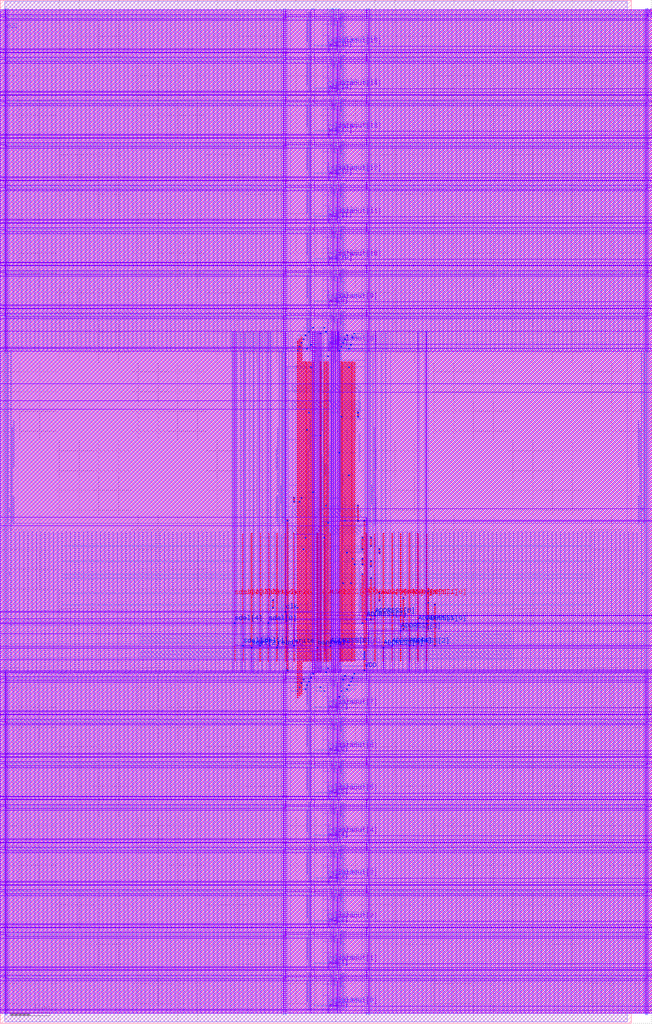
<source format=lef>
VERSION 5.8 ;
BUSBITCHARS "[]" ;
DIVIDERCHAR "/" ;

PROPERTYDEFINITIONS
  MACRO CatenaDesignType STRING ;
END PROPERTYDEFINITIONS

MACRO srambank_128x4x16_6t122
  CLASS BLOCK ;
  ORIGIN 0 0 ;
  FOREIGN srambank_128x4x16_6t122 0 0 ;
  SIZE 16.0 BY 25.92 ;
  SYMMETRY X Y ;
  SITE coreSite ;
  PIN VDD
    DIRECTION INOUT ;
    USE POWER ;
    PORT
      LAYER M4  ;
        RECT 0.0940 1.1720 16.4420 1.2200 ;
        RECT 0.0940 2.2520 16.4420 2.3000 ;
        RECT 0.0940 3.3320 16.4420 3.3800 ;
        RECT 0.0940 4.4120 16.4420 4.4600 ;
        RECT 0.0940 5.4920 16.4420 5.5400 ;
        RECT 0.0940 6.5720 16.4420 6.6200 ;
        RECT 0.0940 7.6520 16.4420 7.7000 ;
        RECT 0.0940 8.7320 16.4420 8.7800 ;
        RECT 3.5640 9.2130 12.9600 9.4290 ;
        RECT 9.1970 12.7170 9.3380 12.7410 ;
        RECT 9.0660 8.9330 9.3290 8.9570 ;
        RECT 7.3980 12.3810 9.1260 12.5970 ;
        RECT 7.3980 15.5490 9.1260 15.7650 ;
        RECT 0.0940 17.9390 16.4420 17.9870 ;
        RECT 0.0940 19.0190 16.4420 19.0670 ;
        RECT 0.0940 20.0990 16.4420 20.1470 ;
        RECT 0.0940 21.1790 16.4420 21.2270 ;
        RECT 0.0940 22.2590 16.4420 22.3070 ;
        RECT 0.0940 23.3390 16.4420 23.3870 ;
        RECT 0.0940 24.4190 16.4420 24.4670 ;
        RECT 0.0940 25.4990 16.4420 25.5470 ;
      LAYER M3  ;
        RECT 16.3940 0.2165 16.4120 1.3765 ;
        RECT 9.2840 0.2170 9.3020 1.3760 ;
        RECT 7.8800 0.2570 7.9700 1.3710 ;
        RECT 7.2320 0.2170 7.2500 1.3760 ;
        RECT 0.1220 0.2165 0.1400 1.3765 ;
        RECT 16.3940 1.2965 16.4120 2.4565 ;
        RECT 9.2840 1.2970 9.3020 2.4560 ;
        RECT 7.8800 1.3370 7.9700 2.4510 ;
        RECT 7.2320 1.2970 7.2500 2.4560 ;
        RECT 0.1220 1.2965 0.1400 2.4565 ;
        RECT 16.3940 2.3765 16.4120 3.5365 ;
        RECT 9.2840 2.3770 9.3020 3.5360 ;
        RECT 7.8800 2.4170 7.9700 3.5310 ;
        RECT 7.2320 2.3770 7.2500 3.5360 ;
        RECT 0.1220 2.3765 0.1400 3.5365 ;
        RECT 16.3940 3.4565 16.4120 4.6165 ;
        RECT 9.2840 3.4570 9.3020 4.6160 ;
        RECT 7.8800 3.4970 7.9700 4.6110 ;
        RECT 7.2320 3.4570 7.2500 4.6160 ;
        RECT 0.1220 3.4565 0.1400 4.6165 ;
        RECT 16.3940 4.5365 16.4120 5.6965 ;
        RECT 9.2840 4.5370 9.3020 5.6960 ;
        RECT 7.8800 4.5770 7.9700 5.6910 ;
        RECT 7.2320 4.5370 7.2500 5.6960 ;
        RECT 0.1220 4.5365 0.1400 5.6965 ;
        RECT 16.3940 5.6165 16.4120 6.7765 ;
        RECT 9.2840 5.6170 9.3020 6.7760 ;
        RECT 7.8800 5.6570 7.9700 6.7710 ;
        RECT 7.2320 5.6170 7.2500 6.7760 ;
        RECT 0.1220 5.6165 0.1400 6.7765 ;
        RECT 16.3940 6.6965 16.4120 7.8565 ;
        RECT 9.2840 6.6970 9.3020 7.8560 ;
        RECT 7.8800 6.7370 7.9700 7.8510 ;
        RECT 7.2320 6.6970 7.2500 7.8560 ;
        RECT 0.1220 6.6965 0.1400 7.8565 ;
        RECT 16.3940 7.7765 16.4120 8.9365 ;
        RECT 9.2840 7.7770 9.3020 8.9360 ;
        RECT 7.8800 7.8170 7.9700 8.9310 ;
        RECT 7.2320 7.7770 7.2500 8.9360 ;
        RECT 0.1220 7.7765 0.1400 8.9365 ;
        RECT 16.3890 8.8505 16.4070 17.0575 ;
        RECT 9.2970 12.6700 9.3150 17.0185 ;
        RECT 9.2790 8.8835 9.2970 9.0215 ;
        RECT 7.9110 9.1740 8.1450 16.7570 ;
        RECT 7.8750 16.6740 7.9650 17.0500 ;
        RECT 7.8750 8.8900 7.9650 9.2660 ;
        RECT 0.1170 8.8505 0.1350 17.0575 ;
        RECT 16.3940 16.9835 16.4120 18.1435 ;
        RECT 9.2840 16.9840 9.3020 18.1430 ;
        RECT 7.8800 17.0240 7.9700 18.1380 ;
        RECT 7.2320 16.9840 7.2500 18.1430 ;
        RECT 0.1220 16.9835 0.1400 18.1435 ;
        RECT 16.3940 18.0635 16.4120 19.2235 ;
        RECT 9.2840 18.0640 9.3020 19.2230 ;
        RECT 7.8800 18.1040 7.9700 19.2180 ;
        RECT 7.2320 18.0640 7.2500 19.2230 ;
        RECT 0.1220 18.0635 0.1400 19.2235 ;
        RECT 16.3940 19.1435 16.4120 20.3035 ;
        RECT 9.2840 19.1440 9.3020 20.3030 ;
        RECT 7.8800 19.1840 7.9700 20.2980 ;
        RECT 7.2320 19.1440 7.2500 20.3030 ;
        RECT 0.1220 19.1435 0.1400 20.3035 ;
        RECT 16.3940 20.2235 16.4120 21.3835 ;
        RECT 9.2840 20.2240 9.3020 21.3830 ;
        RECT 7.8800 20.2640 7.9700 21.3780 ;
        RECT 7.2320 20.2240 7.2500 21.3830 ;
        RECT 0.1220 20.2235 0.1400 21.3835 ;
        RECT 16.3940 21.3035 16.4120 22.4635 ;
        RECT 9.2840 21.3040 9.3020 22.4630 ;
        RECT 7.8800 21.3440 7.9700 22.4580 ;
        RECT 7.2320 21.3040 7.2500 22.4630 ;
        RECT 0.1220 21.3035 0.1400 22.4635 ;
        RECT 16.3940 22.3835 16.4120 23.5435 ;
        RECT 9.2840 22.3840 9.3020 23.5430 ;
        RECT 7.8800 22.4240 7.9700 23.5380 ;
        RECT 7.2320 22.3840 7.2500 23.5430 ;
        RECT 0.1220 22.3835 0.1400 23.5435 ;
        RECT 16.3940 23.4635 16.4120 24.6235 ;
        RECT 9.2840 23.4640 9.3020 24.6230 ;
        RECT 7.8800 23.5040 7.9700 24.6180 ;
        RECT 7.2320 23.4640 7.2500 24.6230 ;
        RECT 0.1220 23.4635 0.1400 24.6235 ;
        RECT 16.3940 24.5435 16.4120 25.7035 ;
        RECT 9.2840 24.5440 9.3020 25.7030 ;
        RECT 7.8800 24.5840 7.9700 25.6980 ;
        RECT 7.2320 24.5440 7.2500 25.7030 ;
        RECT 0.1220 24.5435 0.1400 25.7035 ;
      LAYER V3  ;
        RECT 0.1220 1.1720 0.1400 1.2200 ;
        RECT 7.2320 1.1720 7.2500 1.2200 ;
        RECT 7.8800 1.1720 7.9700 1.2200 ;
        RECT 9.2840 1.1720 9.3020 1.2200 ;
        RECT 16.3940 1.1720 16.4120 1.2200 ;
        RECT 0.1220 2.2520 0.1400 2.3000 ;
        RECT 7.2320 2.2520 7.2500 2.3000 ;
        RECT 7.8800 2.2520 7.9700 2.3000 ;
        RECT 9.2840 2.2520 9.3020 2.3000 ;
        RECT 16.3940 2.2520 16.4120 2.3000 ;
        RECT 0.1220 3.3320 0.1400 3.3800 ;
        RECT 7.2320 3.3320 7.2500 3.3800 ;
        RECT 7.8800 3.3320 7.9700 3.3800 ;
        RECT 9.2840 3.3320 9.3020 3.3800 ;
        RECT 16.3940 3.3320 16.4120 3.3800 ;
        RECT 0.1220 4.4120 0.1400 4.4600 ;
        RECT 7.2320 4.4120 7.2500 4.4600 ;
        RECT 7.8800 4.4120 7.9700 4.4600 ;
        RECT 9.2840 4.4120 9.3020 4.4600 ;
        RECT 16.3940 4.4120 16.4120 4.4600 ;
        RECT 0.1220 5.4920 0.1400 5.5400 ;
        RECT 7.2320 5.4920 7.2500 5.5400 ;
        RECT 7.8800 5.4920 7.9700 5.5400 ;
        RECT 9.2840 5.4920 9.3020 5.5400 ;
        RECT 16.3940 5.4920 16.4120 5.5400 ;
        RECT 0.1220 6.5720 0.1400 6.6200 ;
        RECT 7.2320 6.5720 7.2500 6.6200 ;
        RECT 7.8800 6.5720 7.9700 6.6200 ;
        RECT 9.2840 6.5720 9.3020 6.6200 ;
        RECT 16.3940 6.5720 16.4120 6.6200 ;
        RECT 0.1220 7.6520 0.1400 7.7000 ;
        RECT 7.2320 7.6520 7.2500 7.7000 ;
        RECT 7.8800 7.6520 7.9700 7.7000 ;
        RECT 9.2840 7.6520 9.3020 7.7000 ;
        RECT 16.3940 7.6520 16.4120 7.7000 ;
        RECT 0.1220 8.7320 0.1400 8.7800 ;
        RECT 7.2320 8.7320 7.2500 8.7800 ;
        RECT 7.8800 8.7320 7.9700 8.7800 ;
        RECT 9.2840 8.7320 9.3020 8.7800 ;
        RECT 16.3940 8.7320 16.4120 8.7800 ;
        RECT 7.9150 15.5490 7.9330 15.7650 ;
        RECT 7.9150 12.3810 7.9330 12.5970 ;
        RECT 7.9150 9.2130 7.9330 9.4290 ;
        RECT 7.9670 15.5490 7.9850 15.7650 ;
        RECT 7.9670 12.3810 7.9850 12.5970 ;
        RECT 7.9670 9.2130 7.9850 9.4290 ;
        RECT 8.0190 15.5490 8.0370 15.7650 ;
        RECT 8.0190 12.3810 8.0370 12.5970 ;
        RECT 8.0190 9.2130 8.0370 9.4290 ;
        RECT 8.0710 15.5490 8.0890 15.7650 ;
        RECT 8.0710 12.3810 8.0890 12.5970 ;
        RECT 8.0710 9.2130 8.0890 9.4290 ;
        RECT 8.1230 15.5490 8.1410 15.7650 ;
        RECT 8.1230 12.3810 8.1410 12.5970 ;
        RECT 8.1230 9.2130 8.1410 9.4290 ;
        RECT 9.2790 8.9330 9.2970 8.9570 ;
        RECT 9.2970 12.7170 9.3150 12.7410 ;
        RECT 0.1220 17.9390 0.1400 17.9870 ;
        RECT 7.2320 17.9390 7.2500 17.9870 ;
        RECT 7.8800 17.9390 7.9700 17.9870 ;
        RECT 9.2840 17.9390 9.3020 17.9870 ;
        RECT 16.3940 17.9390 16.4120 17.9870 ;
        RECT 0.1220 19.0190 0.1400 19.0670 ;
        RECT 7.2320 19.0190 7.2500 19.0670 ;
        RECT 7.8800 19.0190 7.9700 19.0670 ;
        RECT 9.2840 19.0190 9.3020 19.0670 ;
        RECT 16.3940 19.0190 16.4120 19.0670 ;
        RECT 0.1220 20.0990 0.1400 20.1470 ;
        RECT 7.2320 20.0990 7.2500 20.1470 ;
        RECT 7.8800 20.0990 7.9700 20.1470 ;
        RECT 9.2840 20.0990 9.3020 20.1470 ;
        RECT 16.3940 20.0990 16.4120 20.1470 ;
        RECT 0.1220 21.1790 0.1400 21.2270 ;
        RECT 7.2320 21.1790 7.2500 21.2270 ;
        RECT 7.8800 21.1790 7.9700 21.2270 ;
        RECT 9.2840 21.1790 9.3020 21.2270 ;
        RECT 16.3940 21.1790 16.4120 21.2270 ;
        RECT 0.1220 22.2590 0.1400 22.3070 ;
        RECT 7.2320 22.2590 7.2500 22.3070 ;
        RECT 7.8800 22.2590 7.9700 22.3070 ;
        RECT 9.2840 22.2590 9.3020 22.3070 ;
        RECT 16.3940 22.2590 16.4120 22.3070 ;
        RECT 0.1220 23.3390 0.1400 23.3870 ;
        RECT 7.2320 23.3390 7.2500 23.3870 ;
        RECT 7.8800 23.3390 7.9700 23.3870 ;
        RECT 9.2840 23.3390 9.3020 23.3870 ;
        RECT 16.3940 23.3390 16.4120 23.3870 ;
        RECT 0.1220 24.4190 0.1400 24.4670 ;
        RECT 7.2320 24.4190 7.2500 24.4670 ;
        RECT 7.8800 24.4190 7.9700 24.4670 ;
        RECT 9.2840 24.4190 9.3020 24.4670 ;
        RECT 16.3940 24.4190 16.4120 24.4670 ;
        RECT 0.1220 25.4990 0.1400 25.5470 ;
        RECT 7.2320 25.4990 7.2500 25.5470 ;
        RECT 7.8800 25.4990 7.9700 25.5470 ;
        RECT 9.2840 25.4990 9.3020 25.5470 ;
        RECT 16.3940 25.4990 16.4120 25.5470 ;
      LAYER M5  ;
        RECT 9.2160 8.9150 9.2400 12.7590 ;
      LAYER V4  ;
        RECT 9.2160 12.7170 9.2400 12.7410 ;
        RECT 9.2160 9.2130 9.2400 9.4290 ;
        RECT 9.2160 8.9330 9.2400 8.9570 ;
    END
  END VDD
  PIN VSS
    DIRECTION INOUT ;
    USE POWER ;
    PORT
      LAYER M4  ;
        RECT 0.0940 1.0760 16.4370 1.1240 ;
        RECT 0.0940 2.1560 16.4370 2.2040 ;
        RECT 0.0940 3.2360 16.4370 3.2840 ;
        RECT 0.0940 4.3160 16.4370 4.3640 ;
        RECT 0.0940 5.3960 16.4370 5.4440 ;
        RECT 0.0940 6.4760 16.4370 6.5240 ;
        RECT 0.0940 7.5560 16.4370 7.6040 ;
        RECT 0.0940 8.6360 16.4370 8.6840 ;
        RECT 3.5640 9.6450 12.9600 9.8610 ;
        RECT 7.3980 12.8130 9.1260 13.0290 ;
        RECT 7.3980 15.9810 9.1260 16.1970 ;
        RECT 0.0940 17.8430 16.4370 17.8910 ;
        RECT 0.0940 18.9230 16.4370 18.9710 ;
        RECT 0.0940 20.0030 16.4370 20.0510 ;
        RECT 0.0940 21.0830 16.4370 21.1310 ;
        RECT 0.0940 22.1630 16.4370 22.2110 ;
        RECT 0.0940 23.2430 16.4370 23.2910 ;
        RECT 0.0940 24.3230 16.4370 24.3710 ;
        RECT 0.0940 25.4030 16.4370 25.4510 ;
      LAYER M3  ;
        RECT 16.3580 0.2165 16.3760 1.3765 ;
        RECT 9.3380 0.2165 9.3560 1.3765 ;
        RECT 8.5730 0.2530 8.6090 1.3670 ;
        RECT 8.4200 0.2530 8.4470 1.3670 ;
        RECT 7.1780 0.2165 7.1960 1.3765 ;
        RECT 0.1580 0.2165 0.1760 1.3765 ;
        RECT 16.3580 1.2965 16.3760 2.4565 ;
        RECT 9.3380 1.2965 9.3560 2.4565 ;
        RECT 8.5730 1.3330 8.6090 2.4470 ;
        RECT 8.4200 1.3330 8.4470 2.4470 ;
        RECT 7.1780 1.2965 7.1960 2.4565 ;
        RECT 0.1580 1.2965 0.1760 2.4565 ;
        RECT 16.3580 2.3765 16.3760 3.5365 ;
        RECT 9.3380 2.3765 9.3560 3.5365 ;
        RECT 8.5730 2.4130 8.6090 3.5270 ;
        RECT 8.4200 2.4130 8.4470 3.5270 ;
        RECT 7.1780 2.3765 7.1960 3.5365 ;
        RECT 0.1580 2.3765 0.1760 3.5365 ;
        RECT 16.3580 3.4565 16.3760 4.6165 ;
        RECT 9.3380 3.4565 9.3560 4.6165 ;
        RECT 8.5730 3.4930 8.6090 4.6070 ;
        RECT 8.4200 3.4930 8.4470 4.6070 ;
        RECT 7.1780 3.4565 7.1960 4.6165 ;
        RECT 0.1580 3.4565 0.1760 4.6165 ;
        RECT 16.3580 4.5365 16.3760 5.6965 ;
        RECT 9.3380 4.5365 9.3560 5.6965 ;
        RECT 8.5730 4.5730 8.6090 5.6870 ;
        RECT 8.4200 4.5730 8.4470 5.6870 ;
        RECT 7.1780 4.5365 7.1960 5.6965 ;
        RECT 0.1580 4.5365 0.1760 5.6965 ;
        RECT 16.3580 5.6165 16.3760 6.7765 ;
        RECT 9.3380 5.6165 9.3560 6.7765 ;
        RECT 8.5730 5.6530 8.6090 6.7670 ;
        RECT 8.4200 5.6530 8.4470 6.7670 ;
        RECT 7.1780 5.6165 7.1960 6.7765 ;
        RECT 0.1580 5.6165 0.1760 6.7765 ;
        RECT 16.3580 6.6965 16.3760 7.8565 ;
        RECT 9.3380 6.6965 9.3560 7.8565 ;
        RECT 8.5730 6.7330 8.6090 7.8470 ;
        RECT 8.4200 6.7330 8.4470 7.8470 ;
        RECT 7.1780 6.6965 7.1960 7.8565 ;
        RECT 0.1580 6.6965 0.1760 7.8565 ;
        RECT 16.3580 7.7765 16.3760 8.9365 ;
        RECT 9.3380 7.7765 9.3560 8.9365 ;
        RECT 8.5730 7.8130 8.6090 8.9270 ;
        RECT 8.4200 7.8130 8.4470 8.9270 ;
        RECT 7.1780 7.7765 7.1960 8.9365 ;
        RECT 0.1580 7.7765 0.1760 8.9365 ;
        RECT 16.3530 8.8505 16.3710 17.0575 ;
        RECT 9.3330 8.8505 9.3510 17.0575 ;
        RECT 8.3790 9.0740 8.6130 16.7570 ;
        RECT 8.5680 8.8945 8.6040 17.0140 ;
        RECT 8.4150 8.8940 8.4420 17.0140 ;
        RECT 7.1730 8.8505 7.1910 17.0575 ;
        RECT 0.1530 8.8505 0.1710 17.0575 ;
        RECT 16.3580 16.9835 16.3760 18.1435 ;
        RECT 9.3380 16.9835 9.3560 18.1435 ;
        RECT 8.5730 17.0200 8.6090 18.1340 ;
        RECT 8.4200 17.0200 8.4470 18.1340 ;
        RECT 7.1780 16.9835 7.1960 18.1435 ;
        RECT 0.1580 16.9835 0.1760 18.1435 ;
        RECT 16.3580 18.0635 16.3760 19.2235 ;
        RECT 9.3380 18.0635 9.3560 19.2235 ;
        RECT 8.5730 18.1000 8.6090 19.2140 ;
        RECT 8.4200 18.1000 8.4470 19.2140 ;
        RECT 7.1780 18.0635 7.1960 19.2235 ;
        RECT 0.1580 18.0635 0.1760 19.2235 ;
        RECT 16.3580 19.1435 16.3760 20.3035 ;
        RECT 9.3380 19.1435 9.3560 20.3035 ;
        RECT 8.5730 19.1800 8.6090 20.2940 ;
        RECT 8.4200 19.1800 8.4470 20.2940 ;
        RECT 7.1780 19.1435 7.1960 20.3035 ;
        RECT 0.1580 19.1435 0.1760 20.3035 ;
        RECT 16.3580 20.2235 16.3760 21.3835 ;
        RECT 9.3380 20.2235 9.3560 21.3835 ;
        RECT 8.5730 20.2600 8.6090 21.3740 ;
        RECT 8.4200 20.2600 8.4470 21.3740 ;
        RECT 7.1780 20.2235 7.1960 21.3835 ;
        RECT 0.1580 20.2235 0.1760 21.3835 ;
        RECT 16.3580 21.3035 16.3760 22.4635 ;
        RECT 9.3380 21.3035 9.3560 22.4635 ;
        RECT 8.5730 21.3400 8.6090 22.4540 ;
        RECT 8.4200 21.3400 8.4470 22.4540 ;
        RECT 7.1780 21.3035 7.1960 22.4635 ;
        RECT 0.1580 21.3035 0.1760 22.4635 ;
        RECT 16.3580 22.3835 16.3760 23.5435 ;
        RECT 9.3380 22.3835 9.3560 23.5435 ;
        RECT 8.5730 22.4200 8.6090 23.5340 ;
        RECT 8.4200 22.4200 8.4470 23.5340 ;
        RECT 7.1780 22.3835 7.1960 23.5435 ;
        RECT 0.1580 22.3835 0.1760 23.5435 ;
        RECT 16.3580 23.4635 16.3760 24.6235 ;
        RECT 9.3380 23.4635 9.3560 24.6235 ;
        RECT 8.5730 23.5000 8.6090 24.6140 ;
        RECT 8.4200 23.5000 8.4470 24.6140 ;
        RECT 7.1780 23.4635 7.1960 24.6235 ;
        RECT 0.1580 23.4635 0.1760 24.6235 ;
        RECT 16.3580 24.5435 16.3760 25.7035 ;
        RECT 9.3380 24.5435 9.3560 25.7035 ;
        RECT 8.5730 24.5800 8.6090 25.6940 ;
        RECT 8.4200 24.5800 8.4470 25.6940 ;
        RECT 7.1780 24.5435 7.1960 25.7035 ;
        RECT 0.1580 24.5435 0.1760 25.7035 ;
      LAYER V3  ;
        RECT 0.1580 1.0760 0.1760 1.1240 ;
        RECT 7.1780 1.0760 7.1960 1.1240 ;
        RECT 8.4200 1.0760 8.4470 1.1240 ;
        RECT 8.5730 1.0760 8.6090 1.1240 ;
        RECT 9.3380 1.0760 9.3560 1.1240 ;
        RECT 16.3580 1.0760 16.3760 1.1240 ;
        RECT 0.1580 2.1560 0.1760 2.2040 ;
        RECT 7.1780 2.1560 7.1960 2.2040 ;
        RECT 8.4200 2.1560 8.4470 2.2040 ;
        RECT 8.5730 2.1560 8.6090 2.2040 ;
        RECT 9.3380 2.1560 9.3560 2.2040 ;
        RECT 16.3580 2.1560 16.3760 2.2040 ;
        RECT 0.1580 3.2360 0.1760 3.2840 ;
        RECT 7.1780 3.2360 7.1960 3.2840 ;
        RECT 8.4200 3.2360 8.4470 3.2840 ;
        RECT 8.5730 3.2360 8.6090 3.2840 ;
        RECT 9.3380 3.2360 9.3560 3.2840 ;
        RECT 16.3580 3.2360 16.3760 3.2840 ;
        RECT 0.1580 4.3160 0.1760 4.3640 ;
        RECT 7.1780 4.3160 7.1960 4.3640 ;
        RECT 8.4200 4.3160 8.4470 4.3640 ;
        RECT 8.5730 4.3160 8.6090 4.3640 ;
        RECT 9.3380 4.3160 9.3560 4.3640 ;
        RECT 16.3580 4.3160 16.3760 4.3640 ;
        RECT 0.1580 5.3960 0.1760 5.4440 ;
        RECT 7.1780 5.3960 7.1960 5.4440 ;
        RECT 8.4200 5.3960 8.4470 5.4440 ;
        RECT 8.5730 5.3960 8.6090 5.4440 ;
        RECT 9.3380 5.3960 9.3560 5.4440 ;
        RECT 16.3580 5.3960 16.3760 5.4440 ;
        RECT 0.1580 6.4760 0.1760 6.5240 ;
        RECT 7.1780 6.4760 7.1960 6.5240 ;
        RECT 8.4200 6.4760 8.4470 6.5240 ;
        RECT 8.5730 6.4760 8.6090 6.5240 ;
        RECT 9.3380 6.4760 9.3560 6.5240 ;
        RECT 16.3580 6.4760 16.3760 6.5240 ;
        RECT 0.1580 7.5560 0.1760 7.6040 ;
        RECT 7.1780 7.5560 7.1960 7.6040 ;
        RECT 8.4200 7.5560 8.4470 7.6040 ;
        RECT 8.5730 7.5560 8.6090 7.6040 ;
        RECT 9.3380 7.5560 9.3560 7.6040 ;
        RECT 16.3580 7.5560 16.3760 7.6040 ;
        RECT 0.1580 8.6360 0.1760 8.6840 ;
        RECT 7.1780 8.6360 7.1960 8.6840 ;
        RECT 8.4200 8.6360 8.4470 8.6840 ;
        RECT 8.5730 8.6360 8.6090 8.6840 ;
        RECT 9.3380 8.6360 9.3560 8.6840 ;
        RECT 16.3580 8.6360 16.3760 8.6840 ;
        RECT 8.3830 15.9810 8.4010 16.1970 ;
        RECT 8.3830 12.8130 8.4010 13.0290 ;
        RECT 8.3830 9.6450 8.4010 9.8610 ;
        RECT 8.4350 15.9810 8.4530 16.1970 ;
        RECT 8.4350 12.8130 8.4530 13.0290 ;
        RECT 8.4350 9.6450 8.4530 9.8610 ;
        RECT 8.4870 15.9810 8.5050 16.1970 ;
        RECT 8.4870 12.8130 8.5050 13.0290 ;
        RECT 8.4870 9.6450 8.5050 9.8610 ;
        RECT 8.5390 15.9810 8.5570 16.1970 ;
        RECT 8.5390 12.8130 8.5570 13.0290 ;
        RECT 8.5390 9.6450 8.5570 9.8610 ;
        RECT 8.5910 15.9810 8.6090 16.1970 ;
        RECT 8.5910 12.8130 8.6090 13.0290 ;
        RECT 8.5910 9.6450 8.6090 9.8610 ;
        RECT 9.3330 9.6455 9.3510 9.8615 ;
        RECT 0.1580 17.8430 0.1760 17.8910 ;
        RECT 7.1780 17.8430 7.1960 17.8910 ;
        RECT 8.4200 17.8430 8.4470 17.8910 ;
        RECT 8.5730 17.8430 8.6090 17.8910 ;
        RECT 9.3380 17.8430 9.3560 17.8910 ;
        RECT 16.3580 17.8430 16.3760 17.8910 ;
        RECT 0.1580 18.9230 0.1760 18.9710 ;
        RECT 7.1780 18.9230 7.1960 18.9710 ;
        RECT 8.4200 18.9230 8.4470 18.9710 ;
        RECT 8.5730 18.9230 8.6090 18.9710 ;
        RECT 9.3380 18.9230 9.3560 18.9710 ;
        RECT 16.3580 18.9230 16.3760 18.9710 ;
        RECT 0.1580 20.0030 0.1760 20.0510 ;
        RECT 7.1780 20.0030 7.1960 20.0510 ;
        RECT 8.4200 20.0030 8.4470 20.0510 ;
        RECT 8.5730 20.0030 8.6090 20.0510 ;
        RECT 9.3380 20.0030 9.3560 20.0510 ;
        RECT 16.3580 20.0030 16.3760 20.0510 ;
        RECT 0.1580 21.0830 0.1760 21.1310 ;
        RECT 7.1780 21.0830 7.1960 21.1310 ;
        RECT 8.4200 21.0830 8.4470 21.1310 ;
        RECT 8.5730 21.0830 8.6090 21.1310 ;
        RECT 9.3380 21.0830 9.3560 21.1310 ;
        RECT 16.3580 21.0830 16.3760 21.1310 ;
        RECT 0.1580 22.1630 0.1760 22.2110 ;
        RECT 7.1780 22.1630 7.1960 22.2110 ;
        RECT 8.4200 22.1630 8.4470 22.2110 ;
        RECT 8.5730 22.1630 8.6090 22.2110 ;
        RECT 9.3380 22.1630 9.3560 22.2110 ;
        RECT 16.3580 22.1630 16.3760 22.2110 ;
        RECT 0.1580 23.2430 0.1760 23.2910 ;
        RECT 7.1780 23.2430 7.1960 23.2910 ;
        RECT 8.4200 23.2430 8.4470 23.2910 ;
        RECT 8.5730 23.2430 8.6090 23.2910 ;
        RECT 9.3380 23.2430 9.3560 23.2910 ;
        RECT 16.3580 23.2430 16.3760 23.2910 ;
        RECT 0.1580 24.3230 0.1760 24.3710 ;
        RECT 7.1780 24.3230 7.1960 24.3710 ;
        RECT 8.4200 24.3230 8.4470 24.3710 ;
        RECT 8.5730 24.3230 8.6090 24.3710 ;
        RECT 9.3380 24.3230 9.3560 24.3710 ;
        RECT 16.3580 24.3230 16.3760 24.3710 ;
        RECT 0.1580 25.4030 0.1760 25.4510 ;
        RECT 7.1780 25.4030 7.1960 25.4510 ;
        RECT 8.4200 25.4030 8.4470 25.4510 ;
        RECT 8.5730 25.4030 8.6090 25.4510 ;
        RECT 9.3380 25.4030 9.3560 25.4510 ;
        RECT 16.3580 25.4030 16.3760 25.4510 ;
    END
  END VSS
  PIN ADDRESS[0]
    DIRECTION INPUT ;
    USE SIGNAL ;
    PORT
      LAYER M3  ;
        RECT 10.7910 10.1170 10.8090 10.1540 ;
      LAYER M4  ;
        RECT 10.7390 10.1250 10.8230 10.1490 ;
      LAYER M5  ;
        RECT 10.7880 9.1740 10.8120 12.4140 ;
      LAYER V3  ;
        RECT 10.7910 10.1250 10.8090 10.1490 ;
      LAYER V4  ;
        RECT 10.7880 10.1250 10.8120 10.1490 ;
    END
  END ADDRESS[0]
  PIN ADDRESS[1]
    DIRECTION INPUT ;
    USE SIGNAL ;
    PORT
      LAYER M3  ;
        RECT 10.5750 10.1200 10.5930 10.1570 ;
      LAYER M4  ;
        RECT 10.5230 10.1250 10.6070 10.1490 ;
      LAYER M5  ;
        RECT 10.5720 9.1740 10.5960 12.4140 ;
      LAYER V3  ;
        RECT 10.5750 10.1250 10.5930 10.1490 ;
      LAYER V4  ;
        RECT 10.5720 10.1250 10.5960 10.1490 ;
    END
  END ADDRESS[1]
  PIN ADDRESS[2]
    DIRECTION INPUT ;
    USE SIGNAL ;
    PORT
      LAYER M3  ;
        RECT 10.3590 9.5410 10.3770 9.5780 ;
      LAYER M4  ;
        RECT 10.3070 9.5490 10.3910 9.5730 ;
      LAYER M5  ;
        RECT 10.3560 9.1740 10.3800 12.4140 ;
      LAYER V3  ;
        RECT 10.3590 9.5490 10.3770 9.5730 ;
      LAYER V4  ;
        RECT 10.3560 9.5490 10.3800 9.5730 ;
    END
  END ADDRESS[2]
  PIN ADDRESS[3]
    DIRECTION INPUT ;
    USE SIGNAL ;
    PORT
      LAYER M3  ;
        RECT 10.1430 9.7810 10.1610 9.9620 ;
      LAYER M4  ;
        RECT 10.0910 9.9330 10.1750 9.9570 ;
      LAYER M5  ;
        RECT 10.1400 9.1740 10.1640 12.4140 ;
      LAYER V3  ;
        RECT 10.1430 9.9330 10.1610 9.9570 ;
      LAYER V4  ;
        RECT 10.1400 9.9330 10.1640 9.9570 ;
    END
  END ADDRESS[3]
  PIN ADDRESS[4]
    DIRECTION INPUT ;
    USE SIGNAL ;
    PORT
      LAYER M3  ;
        RECT 9.9270 9.5440 9.9450 9.6110 ;
      LAYER M4  ;
        RECT 9.8750 9.5490 9.9590 9.5730 ;
      LAYER M5  ;
        RECT 9.9240 9.1740 9.9480 12.4140 ;
      LAYER V3  ;
        RECT 9.9270 9.5490 9.9450 9.5730 ;
      LAYER V4  ;
        RECT 9.9240 9.5490 9.9480 9.5730 ;
    END
  END ADDRESS[4]
  PIN ADDRESS[5]
    DIRECTION INPUT ;
    USE SIGNAL ;
    PORT
      LAYER M3  ;
        RECT 9.7110 9.2770 9.7290 9.5300 ;
      LAYER M4  ;
        RECT 9.6590 9.5010 9.7430 9.5250 ;
      LAYER M5  ;
        RECT 9.7080 9.1740 9.7320 12.4140 ;
      LAYER V3  ;
        RECT 9.7110 9.5010 9.7290 9.5250 ;
      LAYER V4  ;
        RECT 9.7080 9.5010 9.7320 9.5250 ;
    END
  END ADDRESS[5]
  PIN ADDRESS[6]
    DIRECTION INPUT ;
    USE SIGNAL ;
    PORT
      LAYER M3  ;
        RECT 9.4950 10.3120 9.5130 10.3490 ;
      LAYER M4  ;
        RECT 9.4430 10.3170 9.5270 10.3410 ;
      LAYER M5  ;
        RECT 9.4920 9.1740 9.5160 12.4140 ;
      LAYER V3  ;
        RECT 9.4950 10.3170 9.5130 10.3410 ;
      LAYER V4  ;
        RECT 9.4920 10.3170 9.5160 10.3410 ;
    END
  END ADDRESS[6]
  PIN ADDRESS[7]
    DIRECTION INPUT ;
    USE SIGNAL ;
    PORT
      LAYER M3  ;
        RECT 9.2790 10.1590 9.2970 10.2500 ;
      LAYER M4  ;
        RECT 9.2270 10.2210 9.3110 10.2450 ;
      LAYER M5  ;
        RECT 9.2760 9.1740 9.3000 12.4140 ;
      LAYER V3  ;
        RECT 9.2790 10.2210 9.2970 10.2450 ;
      LAYER V4  ;
        RECT 9.2760 10.2210 9.3000 10.2450 ;
    END
  END ADDRESS[7]
  PIN ADDRESS[8]
    DIRECTION INPUT ;
    USE SIGNAL ;
    PORT
      LAYER M3  ;
        RECT 8.6310 9.5440 8.6490 9.6110 ;
      LAYER M4  ;
        RECT 8.3470 9.5490 8.6600 9.5730 ;
      LAYER M5  ;
        RECT 8.3580 9.1740 8.3820 12.4140 ;
      LAYER V3  ;
        RECT 8.6310 9.5490 8.6490 9.5730 ;
      LAYER V4  ;
        RECT 8.3580 9.5490 8.3820 9.5730 ;
    END
  END ADDRESS[8]
  PIN banksel
    DIRECTION INPUT ;
    USE SIGNAL ;
    PORT
      LAYER M3  ;
        RECT 8.2350 9.2770 8.2530 9.5300 ;
      LAYER M4  ;
        RECT 8.0230 9.5010 8.2640 9.5250 ;
      LAYER M5  ;
        RECT 8.0340 9.1740 8.0580 12.4140 ;
      LAYER V3  ;
        RECT 8.2350 9.5010 8.2530 9.5250 ;
      LAYER V4  ;
        RECT 8.0340 9.5010 8.0580 9.5250 ;
    END
  END banksel
  PIN write
    DIRECTION INPUT ;
    USE SIGNAL ;
    PORT
      LAYER M3  ;
        RECT 7.4430 9.5440 7.4610 9.6110 ;
      LAYER M4  ;
        RECT 7.3910 9.5490 7.4750 9.5730 ;
      LAYER M5  ;
        RECT 7.4400 9.1740 7.4640 12.4140 ;
      LAYER V3  ;
        RECT 7.4430 9.5490 7.4610 9.5730 ;
      LAYER V4  ;
        RECT 7.4400 9.5490 7.4640 9.5730 ;
    END
  END write
  PIN clk
    DIRECTION INPUT ;
    USE SIGNAL ;
    PORT
      LAYER M3  ;
        RECT 7.2270 10.4080 7.2450 10.4570 ;
      LAYER M4  ;
        RECT 7.1750 10.4130 7.2590 10.4370 ;
      LAYER M5  ;
        RECT 7.2240 9.1740 7.2480 12.4140 ;
      LAYER V3  ;
        RECT 7.2270 10.4130 7.2450 10.4370 ;
      LAYER V4  ;
        RECT 7.2240 10.4130 7.2480 10.4370 ;
    END
  END clk
  PIN read
    DIRECTION INPUT ;
    USE SIGNAL ;
    PORT
      LAYER M3  ;
        RECT 7.2630 9.2770 7.2810 9.5300 ;
      LAYER M4  ;
        RECT 6.9970 9.5010 7.2920 9.5250 ;
      LAYER M5  ;
        RECT 7.0080 9.1740 7.0320 12.4140 ;
      LAYER V3  ;
        RECT 7.2630 9.5010 7.2810 9.5250 ;
      LAYER V4  ;
        RECT 7.0080 9.5010 7.0320 9.5250 ;
    END
  END read
  PIN sdel[0]
    DIRECTION INPUT ;
    USE SIGNAL ;
    PORT
      LAYER M3  ;
        RECT 6.7950 10.1170 6.8130 10.1540 ;
      LAYER M4  ;
        RECT 6.7430 10.1250 6.8270 10.1490 ;
      LAYER M5  ;
        RECT 6.7920 9.1740 6.8160 12.4140 ;
      LAYER V3  ;
        RECT 6.7950 10.1250 6.8130 10.1490 ;
      LAYER V4  ;
        RECT 6.7920 10.1250 6.8160 10.1490 ;
    END
  END sdel[0]
  PIN sdel[1]
    DIRECTION INPUT ;
    USE SIGNAL ;
    PORT
      LAYER M3  ;
        RECT 6.5790 9.5440 6.5970 9.7730 ;
      LAYER M4  ;
        RECT 6.5270 9.5490 6.6110 9.5730 ;
      LAYER M5  ;
        RECT 6.5760 9.1740 6.6000 12.4140 ;
      LAYER V3  ;
        RECT 6.5790 9.5490 6.5970 9.5730 ;
      LAYER V4  ;
        RECT 6.5760 9.5490 6.6000 9.5730 ;
    END
  END sdel[1]
  PIN sdel[2]
    DIRECTION INPUT ;
    USE SIGNAL ;
    PORT
      LAYER M3  ;
        RECT 6.3630 9.2770 6.3810 9.5300 ;
      LAYER M4  ;
        RECT 6.3110 9.5010 6.3950 9.5250 ;
      LAYER M5  ;
        RECT 6.3600 9.1740 6.3840 12.4140 ;
      LAYER V3  ;
        RECT 6.3630 9.5010 6.3810 9.5250 ;
      LAYER V4  ;
        RECT 6.3600 9.5010 6.3840 9.5250 ;
    END
  END sdel[2]
  PIN sdel[3]
    DIRECTION INPUT ;
    USE SIGNAL ;
    PORT
      LAYER M3  ;
        RECT 6.1470 9.5410 6.1650 9.5780 ;
      LAYER M4  ;
        RECT 6.0950 9.5490 6.1790 9.5730 ;
      LAYER M5  ;
        RECT 6.1440 9.1740 6.1680 12.4140 ;
      LAYER V3  ;
        RECT 6.1470 9.5490 6.1650 9.5730 ;
      LAYER V4  ;
        RECT 6.1440 9.5490 6.1680 9.5730 ;
    END
  END sdel[3]
  PIN sdel[4]
    DIRECTION INPUT ;
    USE SIGNAL ;
    PORT
      LAYER M3  ;
        RECT 5.9310 10.1170 5.9490 10.1540 ;
      LAYER M4  ;
        RECT 5.8790 10.1250 5.9630 10.1490 ;
      LAYER M5  ;
        RECT 5.9280 9.1740 5.9520 12.4140 ;
      LAYER V3  ;
        RECT 5.9310 10.1250 5.9490 10.1490 ;
      LAYER V4  ;
        RECT 5.9280 10.1250 5.9520 10.1490 ;
    END
  END sdel[4]
  PIN dataout[0]
    DIRECTION OUTPUT ;
    USE SIGNAL ;
    PORT
      LAYER M4  ;
        RECT 7.9490 0.4280 8.5970 0.4520 ;
      LAYER M3  ;
        RECT 8.5370 0.3775 8.5550 0.6170 ;
      LAYER V3  ;
        RECT 8.5370 0.4280 8.5550 0.4520 ;
    END
  END dataout[0]
  PIN wd[0]
    DIRECTION INPUT ;
    USE SIGNAL ;
    PORT
      LAYER M4  ;
        RECT 7.9490 0.3320 8.6650 0.3560 ;
      LAYER M3  ;
        RECT 8.3120 0.2700 8.3300 0.6750 ;
      LAYER V3  ;
        RECT 8.3120 0.3320 8.3300 0.3560 ;
    END
  END wd[0]
  PIN dataout[1]
    DIRECTION OUTPUT ;
    USE SIGNAL ;
    PORT
      LAYER M4  ;
        RECT 7.9490 1.5080 8.5970 1.5320 ;
      LAYER M3  ;
        RECT 8.5370 1.4575 8.5550 1.6970 ;
      LAYER V3  ;
        RECT 8.5370 1.5080 8.5550 1.5320 ;
    END
  END dataout[1]
  PIN wd[1]
    DIRECTION INPUT ;
    USE SIGNAL ;
    PORT
      LAYER M4  ;
        RECT 7.9490 1.4120 8.6650 1.4360 ;
      LAYER M3  ;
        RECT 8.3120 1.3500 8.3300 1.7550 ;
      LAYER V3  ;
        RECT 8.3120 1.4120 8.3300 1.4360 ;
    END
  END wd[1]
  PIN dataout[2]
    DIRECTION OUTPUT ;
    USE SIGNAL ;
    PORT
      LAYER M4  ;
        RECT 7.9490 2.5880 8.5970 2.6120 ;
      LAYER M3  ;
        RECT 8.5370 2.5375 8.5550 2.7770 ;
      LAYER V3  ;
        RECT 8.5370 2.5880 8.5550 2.6120 ;
    END
  END dataout[2]
  PIN wd[2]
    DIRECTION INPUT ;
    USE SIGNAL ;
    PORT
      LAYER M4  ;
        RECT 7.9490 2.4920 8.6650 2.5160 ;
      LAYER M3  ;
        RECT 8.3120 2.4300 8.3300 2.8350 ;
      LAYER V3  ;
        RECT 8.3120 2.4920 8.3300 2.5160 ;
    END
  END wd[2]
  PIN dataout[3]
    DIRECTION OUTPUT ;
    USE SIGNAL ;
    PORT
      LAYER M4  ;
        RECT 7.9490 3.6680 8.5970 3.6920 ;
      LAYER M3  ;
        RECT 8.5370 3.6175 8.5550 3.8570 ;
      LAYER V3  ;
        RECT 8.5370 3.6680 8.5550 3.6920 ;
    END
  END dataout[3]
  PIN wd[3]
    DIRECTION INPUT ;
    USE SIGNAL ;
    PORT
      LAYER M4  ;
        RECT 7.9490 3.5720 8.6650 3.5960 ;
      LAYER M3  ;
        RECT 8.3120 3.5100 8.3300 3.9150 ;
      LAYER V3  ;
        RECT 8.3120 3.5720 8.3300 3.5960 ;
    END
  END wd[3]
  PIN dataout[4]
    DIRECTION OUTPUT ;
    USE SIGNAL ;
    PORT
      LAYER M4  ;
        RECT 7.9490 4.7480 8.5970 4.7720 ;
      LAYER M3  ;
        RECT 8.5370 4.6975 8.5550 4.9370 ;
      LAYER V3  ;
        RECT 8.5370 4.7480 8.5550 4.7720 ;
    END
  END dataout[4]
  PIN wd[4]
    DIRECTION INPUT ;
    USE SIGNAL ;
    PORT
      LAYER M4  ;
        RECT 7.9490 4.6520 8.6650 4.6760 ;
      LAYER M3  ;
        RECT 8.3120 4.5900 8.3300 4.9950 ;
      LAYER V3  ;
        RECT 8.3120 4.6520 8.3300 4.6760 ;
    END
  END wd[4]
  PIN dataout[5]
    DIRECTION OUTPUT ;
    USE SIGNAL ;
    PORT
      LAYER M4  ;
        RECT 7.9490 5.8280 8.5970 5.8520 ;
      LAYER M3  ;
        RECT 8.5370 5.7775 8.5550 6.0170 ;
      LAYER V3  ;
        RECT 8.5370 5.8280 8.5550 5.8520 ;
    END
  END dataout[5]
  PIN wd[5]
    DIRECTION INPUT ;
    USE SIGNAL ;
    PORT
      LAYER M4  ;
        RECT 7.9490 5.7320 8.6650 5.7560 ;
      LAYER M3  ;
        RECT 8.3120 5.6700 8.3300 6.0750 ;
      LAYER V3  ;
        RECT 8.3120 5.7320 8.3300 5.7560 ;
    END
  END wd[5]
  PIN dataout[6]
    DIRECTION OUTPUT ;
    USE SIGNAL ;
    PORT
      LAYER M4  ;
        RECT 7.9490 6.9080 8.5970 6.9320 ;
      LAYER M3  ;
        RECT 8.5370 6.8575 8.5550 7.0970 ;
      LAYER V3  ;
        RECT 8.5370 6.9080 8.5550 6.9320 ;
    END
  END dataout[6]
  PIN wd[6]
    DIRECTION INPUT ;
    USE SIGNAL ;
    PORT
      LAYER M4  ;
        RECT 7.9490 6.8120 8.6650 6.8360 ;
      LAYER M3  ;
        RECT 8.3120 6.7500 8.3300 7.1550 ;
      LAYER V3  ;
        RECT 8.3120 6.8120 8.3300 6.8360 ;
    END
  END wd[6]
  PIN dataout[7]
    DIRECTION OUTPUT ;
    USE SIGNAL ;
    PORT
      LAYER M4  ;
        RECT 7.9490 7.9880 8.5970 8.0120 ;
      LAYER M3  ;
        RECT 8.5370 7.9375 8.5550 8.1770 ;
      LAYER V3  ;
        RECT 8.5370 7.9880 8.5550 8.0120 ;
    END
  END dataout[7]
  PIN wd[7]
    DIRECTION INPUT ;
    USE SIGNAL ;
    PORT
      LAYER M4  ;
        RECT 7.9490 7.8920 8.6650 7.9160 ;
      LAYER M3  ;
        RECT 8.3120 7.8300 8.3300 8.2350 ;
      LAYER V3  ;
        RECT 8.3120 7.8920 8.3300 7.9160 ;
    END
  END wd[7]
  PIN dataout[8]
    DIRECTION OUTPUT ;
    USE SIGNAL ;
    PORT
      LAYER M4  ;
        RECT 7.9490 17.1950 8.5970 17.2190 ;
      LAYER M3  ;
        RECT 8.5370 17.1445 8.5550 17.3840 ;
      LAYER V3  ;
        RECT 8.5370 17.1950 8.5550 17.2190 ;
    END
  END dataout[8]
  PIN wd[8]
    DIRECTION INPUT ;
    USE SIGNAL ;
    PORT
      LAYER M4  ;
        RECT 7.9490 17.0990 8.6650 17.1230 ;
      LAYER M3  ;
        RECT 8.3120 17.0370 8.3300 17.4420 ;
      LAYER V3  ;
        RECT 8.3120 17.0990 8.3300 17.1230 ;
    END
  END wd[8]
  PIN dataout[9]
    DIRECTION OUTPUT ;
    USE SIGNAL ;
    PORT
      LAYER M4  ;
        RECT 7.9490 18.2750 8.5970 18.2990 ;
      LAYER M3  ;
        RECT 8.5370 18.2245 8.5550 18.4640 ;
      LAYER V3  ;
        RECT 8.5370 18.2750 8.5550 18.2990 ;
    END
  END dataout[9]
  PIN wd[9]
    DIRECTION INPUT ;
    USE SIGNAL ;
    PORT
      LAYER M4  ;
        RECT 7.9490 18.1790 8.6650 18.2030 ;
      LAYER M3  ;
        RECT 8.3120 18.1170 8.3300 18.5220 ;
      LAYER V3  ;
        RECT 8.3120 18.1790 8.3300 18.2030 ;
    END
  END wd[9]
  PIN dataout[10]
    DIRECTION OUTPUT ;
    USE SIGNAL ;
    PORT
      LAYER M4  ;
        RECT 7.9490 19.3550 8.5970 19.3790 ;
      LAYER M3  ;
        RECT 8.5370 19.3045 8.5550 19.5440 ;
      LAYER V3  ;
        RECT 8.5370 19.3550 8.5550 19.3790 ;
    END
  END dataout[10]
  PIN wd[10]
    DIRECTION INPUT ;
    USE SIGNAL ;
    PORT
      LAYER M4  ;
        RECT 7.9490 19.2590 8.6650 19.2830 ;
      LAYER M3  ;
        RECT 8.3120 19.1970 8.3300 19.6020 ;
      LAYER V3  ;
        RECT 8.3120 19.2590 8.3300 19.2830 ;
    END
  END wd[10]
  PIN dataout[11]
    DIRECTION OUTPUT ;
    USE SIGNAL ;
    PORT
      LAYER M4  ;
        RECT 7.9490 20.4350 8.5970 20.4590 ;
      LAYER M3  ;
        RECT 8.5370 20.3845 8.5550 20.6240 ;
      LAYER V3  ;
        RECT 8.5370 20.4350 8.5550 20.4590 ;
    END
  END dataout[11]
  PIN wd[11]
    DIRECTION INPUT ;
    USE SIGNAL ;
    PORT
      LAYER M4  ;
        RECT 7.9490 20.3390 8.6650 20.3630 ;
      LAYER M3  ;
        RECT 8.3120 20.2770 8.3300 20.6820 ;
      LAYER V3  ;
        RECT 8.3120 20.3390 8.3300 20.3630 ;
    END
  END wd[11]
  PIN dataout[12]
    DIRECTION OUTPUT ;
    USE SIGNAL ;
    PORT
      LAYER M4  ;
        RECT 7.9490 21.5150 8.5970 21.5390 ;
      LAYER M3  ;
        RECT 8.5370 21.4645 8.5550 21.7040 ;
      LAYER V3  ;
        RECT 8.5370 21.5150 8.5550 21.5390 ;
    END
  END dataout[12]
  PIN wd[12]
    DIRECTION INPUT ;
    USE SIGNAL ;
    PORT
      LAYER M4  ;
        RECT 7.9490 21.4190 8.6650 21.4430 ;
      LAYER M3  ;
        RECT 8.3120 21.3570 8.3300 21.7620 ;
      LAYER V3  ;
        RECT 8.3120 21.4190 8.3300 21.4430 ;
    END
  END wd[12]
  PIN dataout[13]
    DIRECTION OUTPUT ;
    USE SIGNAL ;
    PORT
      LAYER M4  ;
        RECT 7.9490 22.5950 8.5970 22.6190 ;
      LAYER M3  ;
        RECT 8.5370 22.5445 8.5550 22.7840 ;
      LAYER V3  ;
        RECT 8.5370 22.5950 8.5550 22.6190 ;
    END
  END dataout[13]
  PIN wd[13]
    DIRECTION INPUT ;
    USE SIGNAL ;
    PORT
      LAYER M4  ;
        RECT 7.9490 22.4990 8.6650 22.5230 ;
      LAYER M3  ;
        RECT 8.3120 22.4370 8.3300 22.8420 ;
      LAYER V3  ;
        RECT 8.3120 22.4990 8.3300 22.5230 ;
    END
  END wd[13]
  PIN dataout[14]
    DIRECTION OUTPUT ;
    USE SIGNAL ;
    PORT
      LAYER M4  ;
        RECT 7.9490 23.6750 8.5970 23.6990 ;
      LAYER M3  ;
        RECT 8.5370 23.6245 8.5550 23.8640 ;
      LAYER V3  ;
        RECT 8.5370 23.6750 8.5550 23.6990 ;
    END
  END dataout[14]
  PIN wd[14]
    DIRECTION INPUT ;
    USE SIGNAL ;
    PORT
      LAYER M4  ;
        RECT 7.9490 23.5790 8.6650 23.6030 ;
      LAYER M3  ;
        RECT 8.3120 23.5170 8.3300 23.9220 ;
      LAYER V3  ;
        RECT 8.3120 23.5790 8.3300 23.6030 ;
    END
  END wd[14]
  PIN dataout[15]
    DIRECTION OUTPUT ;
    USE SIGNAL ;
    PORT
      LAYER M4  ;
        RECT 7.9490 24.7550 8.5970 24.7790 ;
      LAYER M3  ;
        RECT 8.5370 24.7045 8.5550 24.9440 ;
      LAYER V3  ;
        RECT 8.5370 24.7550 8.5550 24.7790 ;
    END
  END dataout[15]
  PIN wd[15]
    DIRECTION INPUT ;
    USE SIGNAL ;
    PORT
      LAYER M4  ;
        RECT 7.9490 24.6590 8.6650 24.6830 ;
      LAYER M3  ;
        RECT 8.3120 24.5970 8.3300 25.0020 ;
      LAYER V3  ;
        RECT 8.3120 24.6590 8.3300 24.6830 ;
    END
  END wd[15]
OBS
  LAYER M1 SPACING 0.018  ;
      RECT 0.0050 0.2565 16.5290 1.3500 ;
      RECT 0.0050 1.3365 16.5290 2.4300 ;
      RECT 0.0050 2.4165 16.5290 3.5100 ;
      RECT 0.0050 3.4965 16.5290 4.5900 ;
      RECT 0.0050 4.5765 16.5290 5.6700 ;
      RECT 0.0050 5.6565 16.5290 6.7500 ;
      RECT 0.0050 6.7365 16.5290 7.8300 ;
      RECT 0.0050 7.8165 16.5290 8.9100 ;
      RECT 0.0000 8.8770 16.5240 17.5305 ;
        RECT 0.0050 17.0235 16.5290 18.1170 ;
        RECT 0.0050 18.1035 16.5290 19.1970 ;
        RECT 0.0050 19.1835 16.5290 20.2770 ;
        RECT 0.0050 20.2635 16.5290 21.3570 ;
        RECT 0.0050 21.3435 16.5290 22.4370 ;
        RECT 0.0050 22.4235 16.5290 23.5170 ;
        RECT 0.0050 23.5035 16.5290 24.5970 ;
        RECT 0.0050 24.5835 16.5290 25.6770 ;
  LAYER M2 SPACING 0.018  ;
      RECT 0.0050 0.2565 16.5290 1.3500 ;
      RECT 0.0050 1.3365 16.5290 2.4300 ;
      RECT 0.0050 2.4165 16.5290 3.5100 ;
      RECT 0.0050 3.4965 16.5290 4.5900 ;
      RECT 0.0050 4.5765 16.5290 5.6700 ;
      RECT 0.0050 5.6565 16.5290 6.7500 ;
      RECT 0.0050 6.7365 16.5290 7.8300 ;
      RECT 0.0050 7.8165 16.5290 8.9100 ;
      RECT 0.0000 8.8770 16.5240 17.5305 ;
        RECT 0.0050 17.0235 16.5290 18.1170 ;
        RECT 0.0050 18.1035 16.5290 19.1970 ;
        RECT 0.0050 19.1835 16.5290 20.2770 ;
        RECT 0.0050 20.2635 16.5290 21.3570 ;
        RECT 0.0050 21.3435 16.5290 22.4370 ;
        RECT 0.0050 22.4235 16.5290 23.5170 ;
        RECT 0.0050 23.5035 16.5290 24.5970 ;
        RECT 0.0050 24.5835 16.5290 25.6770 ;
  LAYER V1 SPACING 0.018  ;
      RECT 0.0050 0.2565 16.5290 1.3500 ;
      RECT 0.0050 1.3365 16.5290 2.4300 ;
      RECT 0.0050 2.4165 16.5290 3.5100 ;
      RECT 0.0050 3.4965 16.5290 4.5900 ;
      RECT 0.0050 4.5765 16.5290 5.6700 ;
      RECT 0.0050 5.6565 16.5290 6.7500 ;
      RECT 0.0050 6.7365 16.5290 7.8300 ;
      RECT 0.0050 7.8165 16.5290 8.9100 ;
      RECT 0.0000 8.8770 16.5240 17.5305 ;
        RECT 0.0050 17.0235 16.5290 18.1170 ;
        RECT 0.0050 18.1035 16.5290 19.1970 ;
        RECT 0.0050 19.1835 16.5290 20.2770 ;
        RECT 0.0050 20.2635 16.5290 21.3570 ;
        RECT 0.0050 21.3435 16.5290 22.4370 ;
        RECT 0.0050 22.4235 16.5290 23.5170 ;
        RECT 0.0050 23.5035 16.5290 24.5970 ;
        RECT 0.0050 24.5835 16.5290 25.6770 ;
  LAYER V2 SPACING 0.018  ;
      RECT 0.0050 0.2565 16.5290 1.3500 ;
      RECT 0.0050 1.3365 16.5290 2.4300 ;
      RECT 0.0050 2.4165 16.5290 3.5100 ;
      RECT 0.0050 3.4965 16.5290 4.5900 ;
      RECT 0.0050 4.5765 16.5290 5.6700 ;
      RECT 0.0050 5.6565 16.5290 6.7500 ;
      RECT 0.0050 6.7365 16.5290 7.8300 ;
      RECT 0.0050 7.8165 16.5290 8.9100 ;
      RECT 0.0000 8.8770 16.5240 17.5305 ;
        RECT 0.0050 17.0235 16.5290 18.1170 ;
        RECT 0.0050 18.1035 16.5290 19.1970 ;
        RECT 0.0050 19.1835 16.5290 20.2770 ;
        RECT 0.0050 20.2635 16.5290 21.3570 ;
        RECT 0.0050 21.3435 16.5290 22.4370 ;
        RECT 0.0050 22.4235 16.5290 23.5170 ;
        RECT 0.0050 23.5035 16.5290 24.5970 ;
        RECT 0.0050 24.5835 16.5290 25.6770 ;
  LAYER M3  ;
      RECT 8.6990 0.3450 8.7170 1.2805 ;
      RECT 8.6630 0.3450 8.6810 1.2805 ;
      RECT 8.6270 0.9220 8.6450 1.2445 ;
      RECT 8.5100 1.1190 8.5280 1.2285 ;
      RECT 8.5010 0.3775 8.5190 0.6170 ;
      RECT 8.4650 0.9585 8.4830 1.1120 ;
      RECT 8.3840 0.9840 8.4020 1.2420 ;
      RECT 7.8440 0.3450 7.8620 1.2805 ;
      RECT 7.8080 0.3450 7.8260 1.2805 ;
      RECT 7.7720 0.5260 7.7900 1.0940 ;
      RECT 8.6990 1.4250 8.7170 2.3605 ;
      RECT 8.6630 1.4250 8.6810 2.3605 ;
      RECT 8.6270 2.0020 8.6450 2.3245 ;
      RECT 8.5100 2.1990 8.5280 2.3085 ;
      RECT 8.5010 1.4575 8.5190 1.6970 ;
      RECT 8.4650 2.0385 8.4830 2.1920 ;
      RECT 8.3840 2.0640 8.4020 2.3220 ;
      RECT 7.8440 1.4250 7.8620 2.3605 ;
      RECT 7.8080 1.4250 7.8260 2.3605 ;
      RECT 7.7720 1.6060 7.7900 2.1740 ;
      RECT 8.6990 2.5050 8.7170 3.4405 ;
      RECT 8.6630 2.5050 8.6810 3.4405 ;
      RECT 8.6270 3.0820 8.6450 3.4045 ;
      RECT 8.5100 3.2790 8.5280 3.3885 ;
      RECT 8.5010 2.5375 8.5190 2.7770 ;
      RECT 8.4650 3.1185 8.4830 3.2720 ;
      RECT 8.3840 3.1440 8.4020 3.4020 ;
      RECT 7.8440 2.5050 7.8620 3.4405 ;
      RECT 7.8080 2.5050 7.8260 3.4405 ;
      RECT 7.7720 2.6860 7.7900 3.2540 ;
      RECT 8.6990 3.5850 8.7170 4.5205 ;
      RECT 8.6630 3.5850 8.6810 4.5205 ;
      RECT 8.6270 4.1620 8.6450 4.4845 ;
      RECT 8.5100 4.3590 8.5280 4.4685 ;
      RECT 8.5010 3.6175 8.5190 3.8570 ;
      RECT 8.4650 4.1985 8.4830 4.3520 ;
      RECT 8.3840 4.2240 8.4020 4.4820 ;
      RECT 7.8440 3.5850 7.8620 4.5205 ;
      RECT 7.8080 3.5850 7.8260 4.5205 ;
      RECT 7.7720 3.7660 7.7900 4.3340 ;
      RECT 8.6990 4.6650 8.7170 5.6005 ;
      RECT 8.6630 4.6650 8.6810 5.6005 ;
      RECT 8.6270 5.2420 8.6450 5.5645 ;
      RECT 8.5100 5.4390 8.5280 5.5485 ;
      RECT 8.5010 4.6975 8.5190 4.9370 ;
      RECT 8.4650 5.2785 8.4830 5.4320 ;
      RECT 8.3840 5.3040 8.4020 5.5620 ;
      RECT 7.8440 4.6650 7.8620 5.6005 ;
      RECT 7.8080 4.6650 7.8260 5.6005 ;
      RECT 7.7720 4.8460 7.7900 5.4140 ;
      RECT 8.6990 5.7450 8.7170 6.6805 ;
      RECT 8.6630 5.7450 8.6810 6.6805 ;
      RECT 8.6270 6.3220 8.6450 6.6445 ;
      RECT 8.5100 6.5190 8.5280 6.6285 ;
      RECT 8.5010 5.7775 8.5190 6.0170 ;
      RECT 8.4650 6.3585 8.4830 6.5120 ;
      RECT 8.3840 6.3840 8.4020 6.6420 ;
      RECT 7.8440 5.7450 7.8620 6.6805 ;
      RECT 7.8080 5.7450 7.8260 6.6805 ;
      RECT 7.7720 5.9260 7.7900 6.4940 ;
      RECT 8.6990 6.8250 8.7170 7.7605 ;
      RECT 8.6630 6.8250 8.6810 7.7605 ;
      RECT 8.6270 7.4020 8.6450 7.7245 ;
      RECT 8.5100 7.5990 8.5280 7.7085 ;
      RECT 8.5010 6.8575 8.5190 7.0970 ;
      RECT 8.4650 7.4385 8.4830 7.5920 ;
      RECT 8.3840 7.4640 8.4020 7.7220 ;
      RECT 7.8440 6.8250 7.8620 7.7605 ;
      RECT 7.8080 6.8250 7.8260 7.7605 ;
      RECT 7.7720 7.0060 7.7900 7.5740 ;
      RECT 8.6990 7.9050 8.7170 8.8405 ;
      RECT 8.6630 7.9050 8.6810 8.8405 ;
      RECT 8.6270 8.4820 8.6450 8.8045 ;
      RECT 8.5100 8.6790 8.5280 8.7885 ;
      RECT 8.5010 7.9375 8.5190 8.1770 ;
      RECT 8.4650 8.5185 8.4830 8.6720 ;
      RECT 8.3840 8.5440 8.4020 8.8020 ;
      RECT 7.8440 7.9050 7.8620 8.8405 ;
      RECT 7.8080 7.9050 7.8260 8.8405 ;
      RECT 7.7720 8.0860 7.7900 8.6540 ;
      RECT 16.3170 12.6700 16.3350 17.0240 ;
      RECT 16.2810 11.3550 16.2990 11.4240 ;
      RECT 16.2810 12.9750 16.2990 13.0580 ;
      RECT 16.2450 8.8505 16.2630 17.0575 ;
      RECT 16.2090 12.7025 16.2270 13.3925 ;
      RECT 16.2090 13.4435 16.2270 14.4300 ;
      RECT 16.2090 14.4700 16.2270 15.0870 ;
      RECT 16.1730 12.6390 16.1910 13.3438 ;
      RECT 16.1730 14.0970 16.1910 15.2670 ;
      RECT 16.1370 8.8505 16.1550 12.4470 ;
      RECT 16.0290 8.8505 16.0470 12.4470 ;
      RECT 15.9210 8.8505 15.9390 12.4470 ;
      RECT 15.8130 8.8505 15.8310 12.4470 ;
      RECT 15.7050 8.8505 15.7230 12.4470 ;
      RECT 15.5970 8.8505 15.6150 12.4470 ;
      RECT 15.4890 8.8505 15.5070 12.4470 ;
      RECT 15.3810 8.8505 15.3990 12.4470 ;
      RECT 15.2730 8.8505 15.2910 12.4470 ;
      RECT 15.1650 8.8505 15.1830 12.4470 ;
      RECT 15.0570 8.8505 15.0750 12.4470 ;
      RECT 14.9490 8.8505 14.9670 12.4470 ;
      RECT 14.8410 8.8505 14.8590 12.4470 ;
      RECT 14.7330 8.8505 14.7510 12.4470 ;
      RECT 14.6250 8.8505 14.6430 12.4470 ;
      RECT 14.5170 8.8505 14.5350 12.4470 ;
      RECT 14.4090 8.8505 14.4270 12.4470 ;
      RECT 14.3010 8.8505 14.3190 12.4470 ;
      RECT 14.1930 8.8505 14.2110 12.4470 ;
      RECT 14.0850 8.8505 14.1030 12.4470 ;
      RECT 13.9770 8.8505 13.9950 12.4470 ;
      RECT 13.8690 8.8505 13.8870 12.4470 ;
      RECT 13.7610 8.8505 13.7790 12.4470 ;
      RECT 13.6530 8.8505 13.6710 12.4470 ;
      RECT 13.5450 8.8505 13.5630 12.4470 ;
      RECT 13.4370 8.8505 13.4550 12.4470 ;
      RECT 13.3290 8.8505 13.3470 12.4470 ;
      RECT 13.2210 8.8505 13.2390 12.4470 ;
      RECT 13.1130 8.8505 13.1310 12.4470 ;
      RECT 13.0050 8.8505 13.0230 12.4470 ;
      RECT 12.8970 8.8505 12.9150 12.4470 ;
      RECT 12.7890 8.8505 12.8070 12.4470 ;
      RECT 12.6810 8.8505 12.6990 12.4470 ;
      RECT 12.5730 8.8505 12.5910 12.4470 ;
      RECT 12.4650 8.8505 12.4830 12.4470 ;
      RECT 12.3570 8.8505 12.3750 12.4470 ;
      RECT 12.2490 8.8505 12.2670 12.4470 ;
      RECT 12.1410 8.8505 12.1590 12.4470 ;
      RECT 12.0330 8.8505 12.0510 12.4470 ;
      RECT 11.9250 8.8505 11.9430 12.4470 ;
      RECT 11.8170 8.8505 11.8350 12.4470 ;
      RECT 11.7090 8.8505 11.7270 12.4470 ;
      RECT 11.6010 8.8505 11.6190 12.4470 ;
      RECT 11.4930 8.8505 11.5110 12.4470 ;
      RECT 11.3850 8.8505 11.4030 12.4470 ;
      RECT 11.2770 8.8505 11.2950 12.4470 ;
      RECT 11.1690 8.8505 11.1870 12.4470 ;
      RECT 11.0610 8.8505 11.0790 12.4470 ;
      RECT 10.9530 8.8505 10.9710 12.4470 ;
      RECT 10.8450 8.8505 10.8630 12.4470 ;
      RECT 10.7370 8.8505 10.7550 12.4470 ;
      RECT 10.6290 8.8505 10.6470 12.4470 ;
      RECT 10.5210 8.8505 10.5390 12.4470 ;
      RECT 10.4130 8.8505 10.4310 12.4470 ;
      RECT 10.3050 8.8505 10.3230 12.4470 ;
      RECT 10.1970 8.8505 10.2150 12.4470 ;
      RECT 10.0890 8.8505 10.1070 12.4470 ;
      RECT 9.9810 8.8505 9.9990 12.4470 ;
      RECT 9.8730 8.8505 9.8910 12.4470 ;
      RECT 9.7650 8.8505 9.7830 12.4470 ;
      RECT 9.6570 8.8505 9.6750 12.4470 ;
      RECT 9.5490 8.8505 9.5670 12.4470 ;
      RECT 9.5130 12.7055 9.5310 13.3475 ;
      RECT 9.5130 14.0250 9.5310 14.5570 ;
      RECT 9.4950 9.5110 9.5130 10.1870 ;
      RECT 9.4950 10.9330 9.5130 11.2310 ;
      RECT 9.4950 12.0490 9.5130 12.3110 ;
      RECT 9.4770 12.6200 9.4950 13.3925 ;
      RECT 9.4770 13.4437 9.4950 13.9350 ;
      RECT 9.4770 13.9800 9.4950 14.3510 ;
      RECT 9.4770 14.4270 9.4950 15.0870 ;
      RECT 9.4410 8.8505 9.4590 17.0575 ;
      RECT 9.4050 13.1630 9.4230 13.6275 ;
      RECT 9.3870 9.6190 9.4050 10.2500 ;
      RECT 9.3870 10.6630 9.4050 10.8530 ;
      RECT 9.3870 11.5450 9.4050 11.5940 ;
      RECT 9.3870 12.2770 9.4050 12.3140 ;
      RECT 9.3690 12.6700 9.3870 17.0195 ;
      RECT 9.2790 9.2410 9.2970 10.0430 ;
      RECT 9.2790 10.5910 9.2970 11.1590 ;
      RECT 9.2430 10.6630 9.2610 11.0330 ;
      RECT 9.2070 10.0150 9.2250 10.1510 ;
      RECT 9.2070 11.0050 9.2250 11.2310 ;
      RECT 9.2070 12.2470 9.2250 12.3110 ;
      RECT 9.1710 10.1170 9.1890 10.1540 ;
      RECT 9.1710 11.7430 9.1890 11.7860 ;
      RECT 9.1710 12.2770 9.1890 12.3140 ;
      RECT 9.1350 10.4290 9.1530 10.9250 ;
      RECT 9.1350 10.9690 9.1530 11.1590 ;
      RECT 9.1350 11.9290 9.1530 12.2390 ;
      RECT 9.0990 10.3210 9.1170 11.5680 ;
      RECT 9.0990 14.2090 9.1170 14.9390 ;
      RECT 9.0990 15.2890 9.1170 16.0190 ;
      RECT 8.7750 10.0510 8.7930 10.3490 ;
      RECT 8.7750 11.2390 8.7930 11.3030 ;
      RECT 8.7750 11.5090 8.7930 11.9690 ;
      RECT 8.7750 12.7090 8.7930 12.7460 ;
      RECT 8.7750 14.7490 8.7930 15.0470 ;
      RECT 8.7390 10.1230 8.7570 10.6280 ;
      RECT 8.7390 10.8970 8.7570 11.6990 ;
      RECT 8.7390 12.7420 8.7570 13.0130 ;
      RECT 8.7390 13.0930 8.7570 13.3190 ;
      RECT 8.7030 10.0510 8.7210 10.7270 ;
      RECT 8.7030 10.8250 8.7210 11.1590 ;
      RECT 8.7030 11.3650 8.7210 11.5010 ;
      RECT 8.7030 12.0490 8.7210 12.8510 ;
      RECT 8.7030 13.2850 8.7210 13.3220 ;
      RECT 8.7030 15.4510 8.7210 15.7850 ;
      RECT 8.6670 10.2850 8.6850 10.4210 ;
      RECT 8.6670 12.1750 8.6850 13.1570 ;
      RECT 8.6670 13.5970 8.6850 13.8950 ;
      RECT 8.6670 15.2890 8.6850 15.5510 ;
      RECT 8.6310 9.3490 8.6490 9.5030 ;
      RECT 8.6310 10.1590 8.6490 11.9450 ;
      RECT 8.6310 12.9850 8.6490 15.3170 ;
      RECT 8.6310 15.5230 8.6490 16.6310 ;
      RECT 8.3430 9.6190 8.3610 9.8810 ;
      RECT 8.3430 10.0150 8.3610 10.0790 ;
      RECT 8.3430 10.1590 8.3610 10.3850 ;
      RECT 8.3430 10.4290 8.3610 10.6190 ;
      RECT 8.3430 10.6990 8.3610 13.3190 ;
      RECT 8.3430 13.3630 8.3610 14.6690 ;
      RECT 8.3430 15.7570 8.3610 16.0190 ;
      RECT 8.3070 10.6180 8.3250 10.8890 ;
      RECT 8.3070 10.9690 8.3250 11.8070 ;
      RECT 8.3070 11.9770 8.3250 12.8150 ;
      RECT 8.3070 12.8590 8.3250 14.1290 ;
      RECT 8.3070 14.3350 8.3250 14.5070 ;
      RECT 8.3070 15.2170 8.3250 16.2890 ;
      RECT 8.2710 10.6990 8.2890 10.9700 ;
      RECT 8.2710 11.1250 8.2890 11.1620 ;
      RECT 8.2710 11.9050 8.2890 12.8870 ;
      RECT 8.2710 13.1290 8.2890 13.5890 ;
      RECT 8.2710 13.9390 8.2890 14.6780 ;
      RECT 8.2350 9.8170 8.2530 10.8890 ;
      RECT 8.2350 12.4810 8.2530 12.6980 ;
      RECT 8.2350 13.8670 8.2530 14.1650 ;
      RECT 8.1990 10.4650 8.2170 10.9250 ;
      RECT 8.1990 12.0490 8.2170 12.2390 ;
      RECT 8.1990 12.2800 8.2170 12.3170 ;
      RECT 8.1990 12.5530 8.2170 12.8870 ;
      RECT 8.1990 13.0210 8.2170 14.3630 ;
      RECT 8.1990 14.4700 8.2170 15.5870 ;
      RECT 8.1630 9.8890 8.1810 10.0790 ;
      RECT 8.1630 10.2850 8.1810 10.4210 ;
      RECT 8.1630 10.6990 8.1810 13.8590 ;
      RECT 8.1630 13.9390 8.1810 14.3990 ;
      RECT 8.1630 15.0190 8.1810 15.4790 ;
      RECT 8.1630 16.3330 8.1810 16.5590 ;
      RECT 8.1270 8.8770 8.1450 9.0310 ;
      RECT 8.1270 16.8720 8.1450 17.0380 ;
      RECT 8.0910 8.8770 8.1090 8.9270 ;
      RECT 8.0190 8.8770 8.0370 8.9485 ;
      RECT 8.0190 16.9415 8.0370 17.0575 ;
      RECT 7.8750 10.3930 7.8930 10.5830 ;
      RECT 7.8750 11.1310 7.8930 11.5010 ;
      RECT 7.8750 13.0930 7.8930 13.3190 ;
      RECT 7.8750 13.6330 7.8930 14.7770 ;
      RECT 7.8750 15.5590 7.8930 16.0190 ;
      RECT 7.8750 16.5970 7.8930 16.6340 ;
      RECT 7.8390 9.3490 7.8570 9.8450 ;
      RECT 7.8390 13.4290 7.8570 13.4660 ;
      RECT 7.8390 14.5060 7.8570 15.3170 ;
      RECT 7.8030 9.8170 7.8210 10.0790 ;
      RECT 7.8030 10.3570 7.8210 10.6910 ;
      RECT 7.8030 10.8970 7.8210 10.9970 ;
      RECT 7.8030 11.7790 7.8210 14.5430 ;
      RECT 7.8030 14.6770 7.8210 14.9030 ;
      RECT 7.7670 9.4750 7.7850 10.6190 ;
      RECT 7.7670 14.2090 7.7850 14.3990 ;
      RECT 7.7670 15.0130 7.7850 15.0500 ;
      RECT 7.7670 15.2890 7.7850 16.0910 ;
      RECT 7.7310 10.4290 7.7490 11.4290 ;
      RECT 7.7310 14.8690 7.7490 14.9060 ;
      RECT 7.3710 10.0150 7.3890 10.4210 ;
      RECT 7.2990 10.0510 7.3170 10.6550 ;
      RECT 7.2630 9.8890 7.2810 9.9530 ;
      RECT 7.2270 8.9300 7.2450 8.9810 ;
      RECT 7.2270 12.0490 7.2450 12.2390 ;
      RECT 7.2090 12.6700 7.2270 17.0185 ;
      RECT 7.1370 12.6700 7.1550 17.0195 ;
      RECT 7.1190 9.3490 7.1370 9.5390 ;
      RECT 7.1190 10.1230 7.1370 12.3830 ;
      RECT 7.1010 13.1630 7.1190 13.6275 ;
      RECT 7.0650 8.8505 7.0830 17.0575 ;
      RECT 7.0290 12.6200 7.0470 13.3925 ;
      RECT 7.0290 13.4437 7.0470 13.9350 ;
      RECT 7.0290 13.9800 7.0470 14.3510 ;
      RECT 7.0290 14.4270 7.0470 15.0870 ;
      RECT 7.0110 9.3490 7.0290 9.8450 ;
      RECT 7.0110 10.6270 7.0290 11.1950 ;
      RECT 7.0110 11.5090 7.0290 12.2390 ;
      RECT 6.9930 12.7055 7.0110 13.3475 ;
      RECT 6.9930 14.0250 7.0110 14.5570 ;
      RECT 6.9570 8.8505 6.9750 12.4470 ;
      RECT 6.8490 8.8505 6.8670 12.4470 ;
      RECT 6.7410 8.8505 6.7590 12.4470 ;
      RECT 6.6330 8.8505 6.6510 12.4470 ;
      RECT 6.5250 8.8505 6.5430 12.4470 ;
      RECT 6.4170 8.8505 6.4350 12.4470 ;
      RECT 6.3090 8.8505 6.3270 12.4470 ;
      RECT 6.2010 8.8505 6.2190 12.4470 ;
      RECT 6.0930 8.8505 6.1110 12.4470 ;
      RECT 5.9850 8.8505 6.0030 12.4470 ;
      RECT 5.8770 8.8505 5.8950 12.4470 ;
      RECT 5.7690 8.8505 5.7870 12.4470 ;
      RECT 5.6610 8.8505 5.6790 12.4470 ;
      RECT 5.5530 8.8505 5.5710 12.4470 ;
      RECT 5.4450 8.8505 5.4630 12.4470 ;
      RECT 5.3370 8.8505 5.3550 12.4470 ;
      RECT 5.2290 8.8505 5.2470 12.4470 ;
      RECT 5.1210 8.8505 5.1390 12.4470 ;
      RECT 5.0130 8.8505 5.0310 12.4470 ;
      RECT 4.9050 8.8505 4.9230 12.4470 ;
      RECT 4.7970 8.8505 4.8150 12.4470 ;
      RECT 4.6890 8.8505 4.7070 12.4470 ;
      RECT 4.5810 8.8505 4.5990 12.4470 ;
      RECT 4.4730 8.8505 4.4910 12.4470 ;
      RECT 4.3650 8.8505 4.3830 12.4470 ;
      RECT 4.2570 8.8505 4.2750 12.4470 ;
      RECT 4.1490 8.8505 4.1670 12.4470 ;
      RECT 4.0410 8.8505 4.0590 12.4470 ;
      RECT 3.9330 8.8505 3.9510 12.4470 ;
      RECT 3.8250 8.8505 3.8430 12.4470 ;
      RECT 3.7170 8.8505 3.7350 12.4470 ;
      RECT 3.6090 8.8505 3.6270 12.4470 ;
      RECT 3.5010 8.8505 3.5190 12.4470 ;
      RECT 3.3930 8.8505 3.4110 12.4470 ;
      RECT 3.2850 8.8505 3.3030 12.4470 ;
      RECT 3.1770 8.8505 3.1950 12.4470 ;
      RECT 3.0690 8.8505 3.0870 12.4470 ;
      RECT 2.9610 8.8505 2.9790 12.4470 ;
      RECT 2.8530 8.8505 2.8710 12.4470 ;
      RECT 2.7450 8.8505 2.7630 12.4470 ;
      RECT 2.6370 8.8505 2.6550 12.4470 ;
      RECT 2.5290 8.8505 2.5470 12.4470 ;
      RECT 2.4210 8.8505 2.4390 12.4470 ;
      RECT 2.3130 8.8505 2.3310 12.4470 ;
      RECT 2.2050 8.8505 2.2230 12.4470 ;
      RECT 2.0970 8.8505 2.1150 12.4470 ;
      RECT 1.9890 8.8505 2.0070 12.4470 ;
      RECT 1.8810 8.8505 1.8990 12.4470 ;
      RECT 1.7730 8.8505 1.7910 12.4470 ;
      RECT 1.6650 8.8505 1.6830 12.4470 ;
      RECT 1.5570 8.8505 1.5750 12.4470 ;
      RECT 1.4490 8.8505 1.4670 12.4470 ;
      RECT 1.3410 8.8505 1.3590 12.4470 ;
      RECT 1.2330 8.8505 1.2510 12.4470 ;
      RECT 1.1250 8.8505 1.1430 12.4470 ;
      RECT 1.0170 8.8505 1.0350 12.4470 ;
      RECT 0.9090 8.8505 0.9270 12.4470 ;
      RECT 0.8010 8.8505 0.8190 12.4470 ;
      RECT 0.6930 8.8505 0.7110 12.4470 ;
      RECT 0.5850 8.8505 0.6030 12.4470 ;
      RECT 0.4770 8.8505 0.4950 12.4470 ;
      RECT 0.3690 8.8505 0.3870 12.4470 ;
      RECT 0.3330 12.6390 0.3510 13.3438 ;
      RECT 0.3330 14.0970 0.3510 15.2670 ;
      RECT 0.2970 12.7025 0.3150 13.3925 ;
      RECT 0.2970 13.4435 0.3150 14.4300 ;
      RECT 0.2970 14.4700 0.3150 15.0870 ;
      RECT 0.2610 8.8505 0.2790 17.0575 ;
      RECT 0.2250 11.3550 0.2430 11.4240 ;
      RECT 0.2250 12.9750 0.2430 13.0580 ;
      RECT 0.1890 12.6700 0.2070 17.0240 ;
        RECT 8.6990 17.1120 8.7170 18.0475 ;
        RECT 8.6630 17.1120 8.6810 18.0475 ;
        RECT 8.6270 17.6890 8.6450 18.0115 ;
        RECT 8.5100 17.8860 8.5280 17.9955 ;
        RECT 8.5010 17.1445 8.5190 17.3840 ;
        RECT 8.4650 17.7255 8.4830 17.8790 ;
        RECT 8.3840 17.7510 8.4020 18.0090 ;
        RECT 7.8440 17.1120 7.8620 18.0475 ;
        RECT 7.8080 17.1120 7.8260 18.0475 ;
        RECT 7.7720 17.2930 7.7900 17.8610 ;
        RECT 8.6990 18.1920 8.7170 19.1275 ;
        RECT 8.6630 18.1920 8.6810 19.1275 ;
        RECT 8.6270 18.7690 8.6450 19.0915 ;
        RECT 8.5100 18.9660 8.5280 19.0755 ;
        RECT 8.5010 18.2245 8.5190 18.4640 ;
        RECT 8.4650 18.8055 8.4830 18.9590 ;
        RECT 8.3840 18.8310 8.4020 19.0890 ;
        RECT 7.8440 18.1920 7.8620 19.1275 ;
        RECT 7.8080 18.1920 7.8260 19.1275 ;
        RECT 7.7720 18.3730 7.7900 18.9410 ;
        RECT 8.6990 19.2720 8.7170 20.2075 ;
        RECT 8.6630 19.2720 8.6810 20.2075 ;
        RECT 8.6270 19.8490 8.6450 20.1715 ;
        RECT 8.5100 20.0460 8.5280 20.1555 ;
        RECT 8.5010 19.3045 8.5190 19.5440 ;
        RECT 8.4650 19.8855 8.4830 20.0390 ;
        RECT 8.3840 19.9110 8.4020 20.1690 ;
        RECT 7.8440 19.2720 7.8620 20.2075 ;
        RECT 7.8080 19.2720 7.8260 20.2075 ;
        RECT 7.7720 19.4530 7.7900 20.0210 ;
        RECT 8.6990 20.3520 8.7170 21.2875 ;
        RECT 8.6630 20.3520 8.6810 21.2875 ;
        RECT 8.6270 20.9290 8.6450 21.2515 ;
        RECT 8.5100 21.1260 8.5280 21.2355 ;
        RECT 8.5010 20.3845 8.5190 20.6240 ;
        RECT 8.4650 20.9655 8.4830 21.1190 ;
        RECT 8.3840 20.9910 8.4020 21.2490 ;
        RECT 7.8440 20.3520 7.8620 21.2875 ;
        RECT 7.8080 20.3520 7.8260 21.2875 ;
        RECT 7.7720 20.5330 7.7900 21.1010 ;
        RECT 8.6990 21.4320 8.7170 22.3675 ;
        RECT 8.6630 21.4320 8.6810 22.3675 ;
        RECT 8.6270 22.0090 8.6450 22.3315 ;
        RECT 8.5100 22.2060 8.5280 22.3155 ;
        RECT 8.5010 21.4645 8.5190 21.7040 ;
        RECT 8.4650 22.0455 8.4830 22.1990 ;
        RECT 8.3840 22.0710 8.4020 22.3290 ;
        RECT 7.8440 21.4320 7.8620 22.3675 ;
        RECT 7.8080 21.4320 7.8260 22.3675 ;
        RECT 7.7720 21.6130 7.7900 22.1810 ;
        RECT 8.6990 22.5120 8.7170 23.4475 ;
        RECT 8.6630 22.5120 8.6810 23.4475 ;
        RECT 8.6270 23.0890 8.6450 23.4115 ;
        RECT 8.5100 23.2860 8.5280 23.3955 ;
        RECT 8.5010 22.5445 8.5190 22.7840 ;
        RECT 8.4650 23.1255 8.4830 23.2790 ;
        RECT 8.3840 23.1510 8.4020 23.4090 ;
        RECT 7.8440 22.5120 7.8620 23.4475 ;
        RECT 7.8080 22.5120 7.8260 23.4475 ;
        RECT 7.7720 22.6930 7.7900 23.2610 ;
        RECT 8.6990 23.5920 8.7170 24.5275 ;
        RECT 8.6630 23.5920 8.6810 24.5275 ;
        RECT 8.6270 24.1690 8.6450 24.4915 ;
        RECT 8.5100 24.3660 8.5280 24.4755 ;
        RECT 8.5010 23.6245 8.5190 23.8640 ;
        RECT 8.4650 24.2055 8.4830 24.3590 ;
        RECT 8.3840 24.2310 8.4020 24.4890 ;
        RECT 7.8440 23.5920 7.8620 24.5275 ;
        RECT 7.8080 23.5920 7.8260 24.5275 ;
        RECT 7.7720 23.7730 7.7900 24.3410 ;
        RECT 8.6990 24.6720 8.7170 25.6075 ;
        RECT 8.6630 24.6720 8.6810 25.6075 ;
        RECT 8.6270 25.2490 8.6450 25.5715 ;
        RECT 8.5100 25.4460 8.5280 25.5555 ;
        RECT 8.5010 24.7045 8.5190 24.9440 ;
        RECT 8.4650 25.2855 8.4830 25.4390 ;
        RECT 8.3840 25.3110 8.4020 25.5690 ;
        RECT 7.8440 24.6720 7.8620 25.6075 ;
        RECT 7.8080 24.6720 7.8260 25.6075 ;
        RECT 7.7720 24.8530 7.7900 25.4210 ;
  LAYER M3 SPACING 0.018  ;
      RECT 8.6410 0.2565 8.7690 1.3500 ;
      RECT 8.6270 0.9220 8.7690 1.2445 ;
      RECT 8.4790 0.6490 8.5410 1.3500 ;
      RECT 8.4650 0.9585 8.5410 1.1120 ;
      RECT 8.4790 0.2565 8.5050 1.3500 ;
      RECT 8.4790 0.3775 8.5190 0.6170 ;
      RECT 8.4790 0.2565 8.5410 0.3455 ;
      RECT 8.1820 0.7070 8.3880 1.3500 ;
      RECT 8.3620 0.2565 8.3880 1.3500 ;
      RECT 8.1820 0.9840 8.4020 1.2420 ;
      RECT 8.1820 0.2565 8.2800 1.3500 ;
      RECT 7.7650 0.2565 7.8480 1.3500 ;
      RECT 7.7650 0.3450 7.8620 1.2805 ;
      RECT 16.4440 0.2565 16.5290 1.3500 ;
      RECT 16.3000 0.2565 16.3260 1.3500 ;
      RECT 16.1920 0.2565 16.2180 1.3500 ;
      RECT 16.0840 0.2565 16.1100 1.3500 ;
      RECT 15.9760 0.2565 16.0020 1.3500 ;
      RECT 15.8680 0.2565 15.8940 1.3500 ;
      RECT 15.7600 0.2565 15.7860 1.3500 ;
      RECT 15.6520 0.2565 15.6780 1.3500 ;
      RECT 15.5440 0.2565 15.5700 1.3500 ;
      RECT 15.4360 0.2565 15.4620 1.3500 ;
      RECT 15.3280 0.2565 15.3540 1.3500 ;
      RECT 15.2200 0.2565 15.2460 1.3500 ;
      RECT 15.1120 0.2565 15.1380 1.3500 ;
      RECT 15.0040 0.2565 15.0300 1.3500 ;
      RECT 14.8960 0.2565 14.9220 1.3500 ;
      RECT 14.7880 0.2565 14.8140 1.3500 ;
      RECT 14.6800 0.2565 14.7060 1.3500 ;
      RECT 14.5720 0.2565 14.5980 1.3500 ;
      RECT 14.4640 0.2565 14.4900 1.3500 ;
      RECT 14.3560 0.2565 14.3820 1.3500 ;
      RECT 14.2480 0.2565 14.2740 1.3500 ;
      RECT 14.1400 0.2565 14.1660 1.3500 ;
      RECT 14.0320 0.2565 14.0580 1.3500 ;
      RECT 13.9240 0.2565 13.9500 1.3500 ;
      RECT 13.8160 0.2565 13.8420 1.3500 ;
      RECT 13.7080 0.2565 13.7340 1.3500 ;
      RECT 13.6000 0.2565 13.6260 1.3500 ;
      RECT 13.4920 0.2565 13.5180 1.3500 ;
      RECT 13.3840 0.2565 13.4100 1.3500 ;
      RECT 13.2760 0.2565 13.3020 1.3500 ;
      RECT 13.1680 0.2565 13.1940 1.3500 ;
      RECT 13.0600 0.2565 13.0860 1.3500 ;
      RECT 12.9520 0.2565 12.9780 1.3500 ;
      RECT 12.8440 0.2565 12.8700 1.3500 ;
      RECT 12.7360 0.2565 12.7620 1.3500 ;
      RECT 12.6280 0.2565 12.6540 1.3500 ;
      RECT 12.5200 0.2565 12.5460 1.3500 ;
      RECT 12.4120 0.2565 12.4380 1.3500 ;
      RECT 12.3040 0.2565 12.3300 1.3500 ;
      RECT 12.1960 0.2565 12.2220 1.3500 ;
      RECT 12.0880 0.2565 12.1140 1.3500 ;
      RECT 11.9800 0.2565 12.0060 1.3500 ;
      RECT 11.8720 0.2565 11.8980 1.3500 ;
      RECT 11.7640 0.2565 11.7900 1.3500 ;
      RECT 11.6560 0.2565 11.6820 1.3500 ;
      RECT 11.5480 0.2565 11.5740 1.3500 ;
      RECT 11.4400 0.2565 11.4660 1.3500 ;
      RECT 11.3320 0.2565 11.3580 1.3500 ;
      RECT 11.2240 0.2565 11.2500 1.3500 ;
      RECT 11.1160 0.2565 11.1420 1.3500 ;
      RECT 11.0080 0.2565 11.0340 1.3500 ;
      RECT 10.9000 0.2565 10.9260 1.3500 ;
      RECT 10.7920 0.2565 10.8180 1.3500 ;
      RECT 10.6840 0.2565 10.7100 1.3500 ;
      RECT 10.5760 0.2565 10.6020 1.3500 ;
      RECT 10.4680 0.2565 10.4940 1.3500 ;
      RECT 10.3600 0.2565 10.3860 1.3500 ;
      RECT 10.2520 0.2565 10.2780 1.3500 ;
      RECT 10.1440 0.2565 10.1700 1.3500 ;
      RECT 10.0360 0.2565 10.0620 1.3500 ;
      RECT 9.9280 0.2565 9.9540 1.3500 ;
      RECT 9.8200 0.2565 9.8460 1.3500 ;
      RECT 9.7120 0.2565 9.7380 1.3500 ;
      RECT 9.6040 0.2565 9.6300 1.3500 ;
      RECT 9.4960 0.2565 9.5220 1.3500 ;
      RECT 9.3880 0.2565 9.4140 1.3500 ;
      RECT 9.1750 0.2565 9.2520 1.3500 ;
      RECT 7.2820 0.2565 7.3590 1.3500 ;
      RECT 7.1200 0.2565 7.1460 1.3500 ;
      RECT 7.0120 0.2565 7.0380 1.3500 ;
      RECT 6.9040 0.2565 6.9300 1.3500 ;
      RECT 6.7960 0.2565 6.8220 1.3500 ;
      RECT 6.6880 0.2565 6.7140 1.3500 ;
      RECT 6.5800 0.2565 6.6060 1.3500 ;
      RECT 6.4720 0.2565 6.4980 1.3500 ;
      RECT 6.3640 0.2565 6.3900 1.3500 ;
      RECT 6.2560 0.2565 6.2820 1.3500 ;
      RECT 6.1480 0.2565 6.1740 1.3500 ;
      RECT 6.0400 0.2565 6.0660 1.3500 ;
      RECT 5.9320 0.2565 5.9580 1.3500 ;
      RECT 5.8240 0.2565 5.8500 1.3500 ;
      RECT 5.7160 0.2565 5.7420 1.3500 ;
      RECT 5.6080 0.2565 5.6340 1.3500 ;
      RECT 5.5000 0.2565 5.5260 1.3500 ;
      RECT 5.3920 0.2565 5.4180 1.3500 ;
      RECT 5.2840 0.2565 5.3100 1.3500 ;
      RECT 5.1760 0.2565 5.2020 1.3500 ;
      RECT 5.0680 0.2565 5.0940 1.3500 ;
      RECT 4.9600 0.2565 4.9860 1.3500 ;
      RECT 4.8520 0.2565 4.8780 1.3500 ;
      RECT 4.7440 0.2565 4.7700 1.3500 ;
      RECT 4.6360 0.2565 4.6620 1.3500 ;
      RECT 4.5280 0.2565 4.5540 1.3500 ;
      RECT 4.4200 0.2565 4.4460 1.3500 ;
      RECT 4.3120 0.2565 4.3380 1.3500 ;
      RECT 4.2040 0.2565 4.2300 1.3500 ;
      RECT 4.0960 0.2565 4.1220 1.3500 ;
      RECT 3.9880 0.2565 4.0140 1.3500 ;
      RECT 3.8800 0.2565 3.9060 1.3500 ;
      RECT 3.7720 0.2565 3.7980 1.3500 ;
      RECT 3.6640 0.2565 3.6900 1.3500 ;
      RECT 3.5560 0.2565 3.5820 1.3500 ;
      RECT 3.4480 0.2565 3.4740 1.3500 ;
      RECT 3.3400 0.2565 3.3660 1.3500 ;
      RECT 3.2320 0.2565 3.2580 1.3500 ;
      RECT 3.1240 0.2565 3.1500 1.3500 ;
      RECT 3.0160 0.2565 3.0420 1.3500 ;
      RECT 2.9080 0.2565 2.9340 1.3500 ;
      RECT 2.8000 0.2565 2.8260 1.3500 ;
      RECT 2.6920 0.2565 2.7180 1.3500 ;
      RECT 2.5840 0.2565 2.6100 1.3500 ;
      RECT 2.4760 0.2565 2.5020 1.3500 ;
      RECT 2.3680 0.2565 2.3940 1.3500 ;
      RECT 2.2600 0.2565 2.2860 1.3500 ;
      RECT 2.1520 0.2565 2.1780 1.3500 ;
      RECT 2.0440 0.2565 2.0700 1.3500 ;
      RECT 1.9360 0.2565 1.9620 1.3500 ;
      RECT 1.8280 0.2565 1.8540 1.3500 ;
      RECT 1.7200 0.2565 1.7460 1.3500 ;
      RECT 1.6120 0.2565 1.6380 1.3500 ;
      RECT 1.5040 0.2565 1.5300 1.3500 ;
      RECT 1.3960 0.2565 1.4220 1.3500 ;
      RECT 1.2880 0.2565 1.3140 1.3500 ;
      RECT 1.1800 0.2565 1.2060 1.3500 ;
      RECT 1.0720 0.2565 1.0980 1.3500 ;
      RECT 0.9640 0.2565 0.9900 1.3500 ;
      RECT 0.8560 0.2565 0.8820 1.3500 ;
      RECT 0.7480 0.2565 0.7740 1.3500 ;
      RECT 0.6400 0.2565 0.6660 1.3500 ;
      RECT 0.5320 0.2565 0.5580 1.3500 ;
      RECT 0.4240 0.2565 0.4500 1.3500 ;
      RECT 0.3160 0.2565 0.3420 1.3500 ;
      RECT 0.2080 0.2565 0.2340 1.3500 ;
      RECT 0.0050 0.2565 0.0900 1.3500 ;
      RECT 8.6410 1.3365 8.7690 2.4300 ;
      RECT 8.6270 2.0020 8.7690 2.3245 ;
      RECT 8.4790 1.7290 8.5410 2.4300 ;
      RECT 8.4650 2.0385 8.5410 2.1920 ;
      RECT 8.4790 1.3365 8.5050 2.4300 ;
      RECT 8.4790 1.4575 8.5190 1.6970 ;
      RECT 8.4790 1.3365 8.5410 1.4255 ;
      RECT 8.1820 1.7870 8.3880 2.4300 ;
      RECT 8.3620 1.3365 8.3880 2.4300 ;
      RECT 8.1820 2.0640 8.4020 2.3220 ;
      RECT 8.1820 1.3365 8.2800 2.4300 ;
      RECT 7.7650 1.3365 7.8480 2.4300 ;
      RECT 7.7650 1.4250 7.8620 2.3605 ;
      RECT 16.4440 1.3365 16.5290 2.4300 ;
      RECT 16.3000 1.3365 16.3260 2.4300 ;
      RECT 16.1920 1.3365 16.2180 2.4300 ;
      RECT 16.0840 1.3365 16.1100 2.4300 ;
      RECT 15.9760 1.3365 16.0020 2.4300 ;
      RECT 15.8680 1.3365 15.8940 2.4300 ;
      RECT 15.7600 1.3365 15.7860 2.4300 ;
      RECT 15.6520 1.3365 15.6780 2.4300 ;
      RECT 15.5440 1.3365 15.5700 2.4300 ;
      RECT 15.4360 1.3365 15.4620 2.4300 ;
      RECT 15.3280 1.3365 15.3540 2.4300 ;
      RECT 15.2200 1.3365 15.2460 2.4300 ;
      RECT 15.1120 1.3365 15.1380 2.4300 ;
      RECT 15.0040 1.3365 15.0300 2.4300 ;
      RECT 14.8960 1.3365 14.9220 2.4300 ;
      RECT 14.7880 1.3365 14.8140 2.4300 ;
      RECT 14.6800 1.3365 14.7060 2.4300 ;
      RECT 14.5720 1.3365 14.5980 2.4300 ;
      RECT 14.4640 1.3365 14.4900 2.4300 ;
      RECT 14.3560 1.3365 14.3820 2.4300 ;
      RECT 14.2480 1.3365 14.2740 2.4300 ;
      RECT 14.1400 1.3365 14.1660 2.4300 ;
      RECT 14.0320 1.3365 14.0580 2.4300 ;
      RECT 13.9240 1.3365 13.9500 2.4300 ;
      RECT 13.8160 1.3365 13.8420 2.4300 ;
      RECT 13.7080 1.3365 13.7340 2.4300 ;
      RECT 13.6000 1.3365 13.6260 2.4300 ;
      RECT 13.4920 1.3365 13.5180 2.4300 ;
      RECT 13.3840 1.3365 13.4100 2.4300 ;
      RECT 13.2760 1.3365 13.3020 2.4300 ;
      RECT 13.1680 1.3365 13.1940 2.4300 ;
      RECT 13.0600 1.3365 13.0860 2.4300 ;
      RECT 12.9520 1.3365 12.9780 2.4300 ;
      RECT 12.8440 1.3365 12.8700 2.4300 ;
      RECT 12.7360 1.3365 12.7620 2.4300 ;
      RECT 12.6280 1.3365 12.6540 2.4300 ;
      RECT 12.5200 1.3365 12.5460 2.4300 ;
      RECT 12.4120 1.3365 12.4380 2.4300 ;
      RECT 12.3040 1.3365 12.3300 2.4300 ;
      RECT 12.1960 1.3365 12.2220 2.4300 ;
      RECT 12.0880 1.3365 12.1140 2.4300 ;
      RECT 11.9800 1.3365 12.0060 2.4300 ;
      RECT 11.8720 1.3365 11.8980 2.4300 ;
      RECT 11.7640 1.3365 11.7900 2.4300 ;
      RECT 11.6560 1.3365 11.6820 2.4300 ;
      RECT 11.5480 1.3365 11.5740 2.4300 ;
      RECT 11.4400 1.3365 11.4660 2.4300 ;
      RECT 11.3320 1.3365 11.3580 2.4300 ;
      RECT 11.2240 1.3365 11.2500 2.4300 ;
      RECT 11.1160 1.3365 11.1420 2.4300 ;
      RECT 11.0080 1.3365 11.0340 2.4300 ;
      RECT 10.9000 1.3365 10.9260 2.4300 ;
      RECT 10.7920 1.3365 10.8180 2.4300 ;
      RECT 10.6840 1.3365 10.7100 2.4300 ;
      RECT 10.5760 1.3365 10.6020 2.4300 ;
      RECT 10.4680 1.3365 10.4940 2.4300 ;
      RECT 10.3600 1.3365 10.3860 2.4300 ;
      RECT 10.2520 1.3365 10.2780 2.4300 ;
      RECT 10.1440 1.3365 10.1700 2.4300 ;
      RECT 10.0360 1.3365 10.0620 2.4300 ;
      RECT 9.9280 1.3365 9.9540 2.4300 ;
      RECT 9.8200 1.3365 9.8460 2.4300 ;
      RECT 9.7120 1.3365 9.7380 2.4300 ;
      RECT 9.6040 1.3365 9.6300 2.4300 ;
      RECT 9.4960 1.3365 9.5220 2.4300 ;
      RECT 9.3880 1.3365 9.4140 2.4300 ;
      RECT 9.1750 1.3365 9.2520 2.4300 ;
      RECT 7.2820 1.3365 7.3590 2.4300 ;
      RECT 7.1200 1.3365 7.1460 2.4300 ;
      RECT 7.0120 1.3365 7.0380 2.4300 ;
      RECT 6.9040 1.3365 6.9300 2.4300 ;
      RECT 6.7960 1.3365 6.8220 2.4300 ;
      RECT 6.6880 1.3365 6.7140 2.4300 ;
      RECT 6.5800 1.3365 6.6060 2.4300 ;
      RECT 6.4720 1.3365 6.4980 2.4300 ;
      RECT 6.3640 1.3365 6.3900 2.4300 ;
      RECT 6.2560 1.3365 6.2820 2.4300 ;
      RECT 6.1480 1.3365 6.1740 2.4300 ;
      RECT 6.0400 1.3365 6.0660 2.4300 ;
      RECT 5.9320 1.3365 5.9580 2.4300 ;
      RECT 5.8240 1.3365 5.8500 2.4300 ;
      RECT 5.7160 1.3365 5.7420 2.4300 ;
      RECT 5.6080 1.3365 5.6340 2.4300 ;
      RECT 5.5000 1.3365 5.5260 2.4300 ;
      RECT 5.3920 1.3365 5.4180 2.4300 ;
      RECT 5.2840 1.3365 5.3100 2.4300 ;
      RECT 5.1760 1.3365 5.2020 2.4300 ;
      RECT 5.0680 1.3365 5.0940 2.4300 ;
      RECT 4.9600 1.3365 4.9860 2.4300 ;
      RECT 4.8520 1.3365 4.8780 2.4300 ;
      RECT 4.7440 1.3365 4.7700 2.4300 ;
      RECT 4.6360 1.3365 4.6620 2.4300 ;
      RECT 4.5280 1.3365 4.5540 2.4300 ;
      RECT 4.4200 1.3365 4.4460 2.4300 ;
      RECT 4.3120 1.3365 4.3380 2.4300 ;
      RECT 4.2040 1.3365 4.2300 2.4300 ;
      RECT 4.0960 1.3365 4.1220 2.4300 ;
      RECT 3.9880 1.3365 4.0140 2.4300 ;
      RECT 3.8800 1.3365 3.9060 2.4300 ;
      RECT 3.7720 1.3365 3.7980 2.4300 ;
      RECT 3.6640 1.3365 3.6900 2.4300 ;
      RECT 3.5560 1.3365 3.5820 2.4300 ;
      RECT 3.4480 1.3365 3.4740 2.4300 ;
      RECT 3.3400 1.3365 3.3660 2.4300 ;
      RECT 3.2320 1.3365 3.2580 2.4300 ;
      RECT 3.1240 1.3365 3.1500 2.4300 ;
      RECT 3.0160 1.3365 3.0420 2.4300 ;
      RECT 2.9080 1.3365 2.9340 2.4300 ;
      RECT 2.8000 1.3365 2.8260 2.4300 ;
      RECT 2.6920 1.3365 2.7180 2.4300 ;
      RECT 2.5840 1.3365 2.6100 2.4300 ;
      RECT 2.4760 1.3365 2.5020 2.4300 ;
      RECT 2.3680 1.3365 2.3940 2.4300 ;
      RECT 2.2600 1.3365 2.2860 2.4300 ;
      RECT 2.1520 1.3365 2.1780 2.4300 ;
      RECT 2.0440 1.3365 2.0700 2.4300 ;
      RECT 1.9360 1.3365 1.9620 2.4300 ;
      RECT 1.8280 1.3365 1.8540 2.4300 ;
      RECT 1.7200 1.3365 1.7460 2.4300 ;
      RECT 1.6120 1.3365 1.6380 2.4300 ;
      RECT 1.5040 1.3365 1.5300 2.4300 ;
      RECT 1.3960 1.3365 1.4220 2.4300 ;
      RECT 1.2880 1.3365 1.3140 2.4300 ;
      RECT 1.1800 1.3365 1.2060 2.4300 ;
      RECT 1.0720 1.3365 1.0980 2.4300 ;
      RECT 0.9640 1.3365 0.9900 2.4300 ;
      RECT 0.8560 1.3365 0.8820 2.4300 ;
      RECT 0.7480 1.3365 0.7740 2.4300 ;
      RECT 0.6400 1.3365 0.6660 2.4300 ;
      RECT 0.5320 1.3365 0.5580 2.4300 ;
      RECT 0.4240 1.3365 0.4500 2.4300 ;
      RECT 0.3160 1.3365 0.3420 2.4300 ;
      RECT 0.2080 1.3365 0.2340 2.4300 ;
      RECT 0.0050 1.3365 0.0900 2.4300 ;
      RECT 8.6410 2.4165 8.7690 3.5100 ;
      RECT 8.6270 3.0820 8.7690 3.4045 ;
      RECT 8.4790 2.8090 8.5410 3.5100 ;
      RECT 8.4650 3.1185 8.5410 3.2720 ;
      RECT 8.4790 2.4165 8.5050 3.5100 ;
      RECT 8.4790 2.5375 8.5190 2.7770 ;
      RECT 8.4790 2.4165 8.5410 2.5055 ;
      RECT 8.1820 2.8670 8.3880 3.5100 ;
      RECT 8.3620 2.4165 8.3880 3.5100 ;
      RECT 8.1820 3.1440 8.4020 3.4020 ;
      RECT 8.1820 2.4165 8.2800 3.5100 ;
      RECT 7.7650 2.4165 7.8480 3.5100 ;
      RECT 7.7650 2.5050 7.8620 3.4405 ;
      RECT 16.4440 2.4165 16.5290 3.5100 ;
      RECT 16.3000 2.4165 16.3260 3.5100 ;
      RECT 16.1920 2.4165 16.2180 3.5100 ;
      RECT 16.0840 2.4165 16.1100 3.5100 ;
      RECT 15.9760 2.4165 16.0020 3.5100 ;
      RECT 15.8680 2.4165 15.8940 3.5100 ;
      RECT 15.7600 2.4165 15.7860 3.5100 ;
      RECT 15.6520 2.4165 15.6780 3.5100 ;
      RECT 15.5440 2.4165 15.5700 3.5100 ;
      RECT 15.4360 2.4165 15.4620 3.5100 ;
      RECT 15.3280 2.4165 15.3540 3.5100 ;
      RECT 15.2200 2.4165 15.2460 3.5100 ;
      RECT 15.1120 2.4165 15.1380 3.5100 ;
      RECT 15.0040 2.4165 15.0300 3.5100 ;
      RECT 14.8960 2.4165 14.9220 3.5100 ;
      RECT 14.7880 2.4165 14.8140 3.5100 ;
      RECT 14.6800 2.4165 14.7060 3.5100 ;
      RECT 14.5720 2.4165 14.5980 3.5100 ;
      RECT 14.4640 2.4165 14.4900 3.5100 ;
      RECT 14.3560 2.4165 14.3820 3.5100 ;
      RECT 14.2480 2.4165 14.2740 3.5100 ;
      RECT 14.1400 2.4165 14.1660 3.5100 ;
      RECT 14.0320 2.4165 14.0580 3.5100 ;
      RECT 13.9240 2.4165 13.9500 3.5100 ;
      RECT 13.8160 2.4165 13.8420 3.5100 ;
      RECT 13.7080 2.4165 13.7340 3.5100 ;
      RECT 13.6000 2.4165 13.6260 3.5100 ;
      RECT 13.4920 2.4165 13.5180 3.5100 ;
      RECT 13.3840 2.4165 13.4100 3.5100 ;
      RECT 13.2760 2.4165 13.3020 3.5100 ;
      RECT 13.1680 2.4165 13.1940 3.5100 ;
      RECT 13.0600 2.4165 13.0860 3.5100 ;
      RECT 12.9520 2.4165 12.9780 3.5100 ;
      RECT 12.8440 2.4165 12.8700 3.5100 ;
      RECT 12.7360 2.4165 12.7620 3.5100 ;
      RECT 12.6280 2.4165 12.6540 3.5100 ;
      RECT 12.5200 2.4165 12.5460 3.5100 ;
      RECT 12.4120 2.4165 12.4380 3.5100 ;
      RECT 12.3040 2.4165 12.3300 3.5100 ;
      RECT 12.1960 2.4165 12.2220 3.5100 ;
      RECT 12.0880 2.4165 12.1140 3.5100 ;
      RECT 11.9800 2.4165 12.0060 3.5100 ;
      RECT 11.8720 2.4165 11.8980 3.5100 ;
      RECT 11.7640 2.4165 11.7900 3.5100 ;
      RECT 11.6560 2.4165 11.6820 3.5100 ;
      RECT 11.5480 2.4165 11.5740 3.5100 ;
      RECT 11.4400 2.4165 11.4660 3.5100 ;
      RECT 11.3320 2.4165 11.3580 3.5100 ;
      RECT 11.2240 2.4165 11.2500 3.5100 ;
      RECT 11.1160 2.4165 11.1420 3.5100 ;
      RECT 11.0080 2.4165 11.0340 3.5100 ;
      RECT 10.9000 2.4165 10.9260 3.5100 ;
      RECT 10.7920 2.4165 10.8180 3.5100 ;
      RECT 10.6840 2.4165 10.7100 3.5100 ;
      RECT 10.5760 2.4165 10.6020 3.5100 ;
      RECT 10.4680 2.4165 10.4940 3.5100 ;
      RECT 10.3600 2.4165 10.3860 3.5100 ;
      RECT 10.2520 2.4165 10.2780 3.5100 ;
      RECT 10.1440 2.4165 10.1700 3.5100 ;
      RECT 10.0360 2.4165 10.0620 3.5100 ;
      RECT 9.9280 2.4165 9.9540 3.5100 ;
      RECT 9.8200 2.4165 9.8460 3.5100 ;
      RECT 9.7120 2.4165 9.7380 3.5100 ;
      RECT 9.6040 2.4165 9.6300 3.5100 ;
      RECT 9.4960 2.4165 9.5220 3.5100 ;
      RECT 9.3880 2.4165 9.4140 3.5100 ;
      RECT 9.1750 2.4165 9.2520 3.5100 ;
      RECT 7.2820 2.4165 7.3590 3.5100 ;
      RECT 7.1200 2.4165 7.1460 3.5100 ;
      RECT 7.0120 2.4165 7.0380 3.5100 ;
      RECT 6.9040 2.4165 6.9300 3.5100 ;
      RECT 6.7960 2.4165 6.8220 3.5100 ;
      RECT 6.6880 2.4165 6.7140 3.5100 ;
      RECT 6.5800 2.4165 6.6060 3.5100 ;
      RECT 6.4720 2.4165 6.4980 3.5100 ;
      RECT 6.3640 2.4165 6.3900 3.5100 ;
      RECT 6.2560 2.4165 6.2820 3.5100 ;
      RECT 6.1480 2.4165 6.1740 3.5100 ;
      RECT 6.0400 2.4165 6.0660 3.5100 ;
      RECT 5.9320 2.4165 5.9580 3.5100 ;
      RECT 5.8240 2.4165 5.8500 3.5100 ;
      RECT 5.7160 2.4165 5.7420 3.5100 ;
      RECT 5.6080 2.4165 5.6340 3.5100 ;
      RECT 5.5000 2.4165 5.5260 3.5100 ;
      RECT 5.3920 2.4165 5.4180 3.5100 ;
      RECT 5.2840 2.4165 5.3100 3.5100 ;
      RECT 5.1760 2.4165 5.2020 3.5100 ;
      RECT 5.0680 2.4165 5.0940 3.5100 ;
      RECT 4.9600 2.4165 4.9860 3.5100 ;
      RECT 4.8520 2.4165 4.8780 3.5100 ;
      RECT 4.7440 2.4165 4.7700 3.5100 ;
      RECT 4.6360 2.4165 4.6620 3.5100 ;
      RECT 4.5280 2.4165 4.5540 3.5100 ;
      RECT 4.4200 2.4165 4.4460 3.5100 ;
      RECT 4.3120 2.4165 4.3380 3.5100 ;
      RECT 4.2040 2.4165 4.2300 3.5100 ;
      RECT 4.0960 2.4165 4.1220 3.5100 ;
      RECT 3.9880 2.4165 4.0140 3.5100 ;
      RECT 3.8800 2.4165 3.9060 3.5100 ;
      RECT 3.7720 2.4165 3.7980 3.5100 ;
      RECT 3.6640 2.4165 3.6900 3.5100 ;
      RECT 3.5560 2.4165 3.5820 3.5100 ;
      RECT 3.4480 2.4165 3.4740 3.5100 ;
      RECT 3.3400 2.4165 3.3660 3.5100 ;
      RECT 3.2320 2.4165 3.2580 3.5100 ;
      RECT 3.1240 2.4165 3.1500 3.5100 ;
      RECT 3.0160 2.4165 3.0420 3.5100 ;
      RECT 2.9080 2.4165 2.9340 3.5100 ;
      RECT 2.8000 2.4165 2.8260 3.5100 ;
      RECT 2.6920 2.4165 2.7180 3.5100 ;
      RECT 2.5840 2.4165 2.6100 3.5100 ;
      RECT 2.4760 2.4165 2.5020 3.5100 ;
      RECT 2.3680 2.4165 2.3940 3.5100 ;
      RECT 2.2600 2.4165 2.2860 3.5100 ;
      RECT 2.1520 2.4165 2.1780 3.5100 ;
      RECT 2.0440 2.4165 2.0700 3.5100 ;
      RECT 1.9360 2.4165 1.9620 3.5100 ;
      RECT 1.8280 2.4165 1.8540 3.5100 ;
      RECT 1.7200 2.4165 1.7460 3.5100 ;
      RECT 1.6120 2.4165 1.6380 3.5100 ;
      RECT 1.5040 2.4165 1.5300 3.5100 ;
      RECT 1.3960 2.4165 1.4220 3.5100 ;
      RECT 1.2880 2.4165 1.3140 3.5100 ;
      RECT 1.1800 2.4165 1.2060 3.5100 ;
      RECT 1.0720 2.4165 1.0980 3.5100 ;
      RECT 0.9640 2.4165 0.9900 3.5100 ;
      RECT 0.8560 2.4165 0.8820 3.5100 ;
      RECT 0.7480 2.4165 0.7740 3.5100 ;
      RECT 0.6400 2.4165 0.6660 3.5100 ;
      RECT 0.5320 2.4165 0.5580 3.5100 ;
      RECT 0.4240 2.4165 0.4500 3.5100 ;
      RECT 0.3160 2.4165 0.3420 3.5100 ;
      RECT 0.2080 2.4165 0.2340 3.5100 ;
      RECT 0.0050 2.4165 0.0900 3.5100 ;
      RECT 8.6410 3.4965 8.7690 4.5900 ;
      RECT 8.6270 4.1620 8.7690 4.4845 ;
      RECT 8.4790 3.8890 8.5410 4.5900 ;
      RECT 8.4650 4.1985 8.5410 4.3520 ;
      RECT 8.4790 3.4965 8.5050 4.5900 ;
      RECT 8.4790 3.6175 8.5190 3.8570 ;
      RECT 8.4790 3.4965 8.5410 3.5855 ;
      RECT 8.1820 3.9470 8.3880 4.5900 ;
      RECT 8.3620 3.4965 8.3880 4.5900 ;
      RECT 8.1820 4.2240 8.4020 4.4820 ;
      RECT 8.1820 3.4965 8.2800 4.5900 ;
      RECT 7.7650 3.4965 7.8480 4.5900 ;
      RECT 7.7650 3.5850 7.8620 4.5205 ;
      RECT 16.4440 3.4965 16.5290 4.5900 ;
      RECT 16.3000 3.4965 16.3260 4.5900 ;
      RECT 16.1920 3.4965 16.2180 4.5900 ;
      RECT 16.0840 3.4965 16.1100 4.5900 ;
      RECT 15.9760 3.4965 16.0020 4.5900 ;
      RECT 15.8680 3.4965 15.8940 4.5900 ;
      RECT 15.7600 3.4965 15.7860 4.5900 ;
      RECT 15.6520 3.4965 15.6780 4.5900 ;
      RECT 15.5440 3.4965 15.5700 4.5900 ;
      RECT 15.4360 3.4965 15.4620 4.5900 ;
      RECT 15.3280 3.4965 15.3540 4.5900 ;
      RECT 15.2200 3.4965 15.2460 4.5900 ;
      RECT 15.1120 3.4965 15.1380 4.5900 ;
      RECT 15.0040 3.4965 15.0300 4.5900 ;
      RECT 14.8960 3.4965 14.9220 4.5900 ;
      RECT 14.7880 3.4965 14.8140 4.5900 ;
      RECT 14.6800 3.4965 14.7060 4.5900 ;
      RECT 14.5720 3.4965 14.5980 4.5900 ;
      RECT 14.4640 3.4965 14.4900 4.5900 ;
      RECT 14.3560 3.4965 14.3820 4.5900 ;
      RECT 14.2480 3.4965 14.2740 4.5900 ;
      RECT 14.1400 3.4965 14.1660 4.5900 ;
      RECT 14.0320 3.4965 14.0580 4.5900 ;
      RECT 13.9240 3.4965 13.9500 4.5900 ;
      RECT 13.8160 3.4965 13.8420 4.5900 ;
      RECT 13.7080 3.4965 13.7340 4.5900 ;
      RECT 13.6000 3.4965 13.6260 4.5900 ;
      RECT 13.4920 3.4965 13.5180 4.5900 ;
      RECT 13.3840 3.4965 13.4100 4.5900 ;
      RECT 13.2760 3.4965 13.3020 4.5900 ;
      RECT 13.1680 3.4965 13.1940 4.5900 ;
      RECT 13.0600 3.4965 13.0860 4.5900 ;
      RECT 12.9520 3.4965 12.9780 4.5900 ;
      RECT 12.8440 3.4965 12.8700 4.5900 ;
      RECT 12.7360 3.4965 12.7620 4.5900 ;
      RECT 12.6280 3.4965 12.6540 4.5900 ;
      RECT 12.5200 3.4965 12.5460 4.5900 ;
      RECT 12.4120 3.4965 12.4380 4.5900 ;
      RECT 12.3040 3.4965 12.3300 4.5900 ;
      RECT 12.1960 3.4965 12.2220 4.5900 ;
      RECT 12.0880 3.4965 12.1140 4.5900 ;
      RECT 11.9800 3.4965 12.0060 4.5900 ;
      RECT 11.8720 3.4965 11.8980 4.5900 ;
      RECT 11.7640 3.4965 11.7900 4.5900 ;
      RECT 11.6560 3.4965 11.6820 4.5900 ;
      RECT 11.5480 3.4965 11.5740 4.5900 ;
      RECT 11.4400 3.4965 11.4660 4.5900 ;
      RECT 11.3320 3.4965 11.3580 4.5900 ;
      RECT 11.2240 3.4965 11.2500 4.5900 ;
      RECT 11.1160 3.4965 11.1420 4.5900 ;
      RECT 11.0080 3.4965 11.0340 4.5900 ;
      RECT 10.9000 3.4965 10.9260 4.5900 ;
      RECT 10.7920 3.4965 10.8180 4.5900 ;
      RECT 10.6840 3.4965 10.7100 4.5900 ;
      RECT 10.5760 3.4965 10.6020 4.5900 ;
      RECT 10.4680 3.4965 10.4940 4.5900 ;
      RECT 10.3600 3.4965 10.3860 4.5900 ;
      RECT 10.2520 3.4965 10.2780 4.5900 ;
      RECT 10.1440 3.4965 10.1700 4.5900 ;
      RECT 10.0360 3.4965 10.0620 4.5900 ;
      RECT 9.9280 3.4965 9.9540 4.5900 ;
      RECT 9.8200 3.4965 9.8460 4.5900 ;
      RECT 9.7120 3.4965 9.7380 4.5900 ;
      RECT 9.6040 3.4965 9.6300 4.5900 ;
      RECT 9.4960 3.4965 9.5220 4.5900 ;
      RECT 9.3880 3.4965 9.4140 4.5900 ;
      RECT 9.1750 3.4965 9.2520 4.5900 ;
      RECT 7.2820 3.4965 7.3590 4.5900 ;
      RECT 7.1200 3.4965 7.1460 4.5900 ;
      RECT 7.0120 3.4965 7.0380 4.5900 ;
      RECT 6.9040 3.4965 6.9300 4.5900 ;
      RECT 6.7960 3.4965 6.8220 4.5900 ;
      RECT 6.6880 3.4965 6.7140 4.5900 ;
      RECT 6.5800 3.4965 6.6060 4.5900 ;
      RECT 6.4720 3.4965 6.4980 4.5900 ;
      RECT 6.3640 3.4965 6.3900 4.5900 ;
      RECT 6.2560 3.4965 6.2820 4.5900 ;
      RECT 6.1480 3.4965 6.1740 4.5900 ;
      RECT 6.0400 3.4965 6.0660 4.5900 ;
      RECT 5.9320 3.4965 5.9580 4.5900 ;
      RECT 5.8240 3.4965 5.8500 4.5900 ;
      RECT 5.7160 3.4965 5.7420 4.5900 ;
      RECT 5.6080 3.4965 5.6340 4.5900 ;
      RECT 5.5000 3.4965 5.5260 4.5900 ;
      RECT 5.3920 3.4965 5.4180 4.5900 ;
      RECT 5.2840 3.4965 5.3100 4.5900 ;
      RECT 5.1760 3.4965 5.2020 4.5900 ;
      RECT 5.0680 3.4965 5.0940 4.5900 ;
      RECT 4.9600 3.4965 4.9860 4.5900 ;
      RECT 4.8520 3.4965 4.8780 4.5900 ;
      RECT 4.7440 3.4965 4.7700 4.5900 ;
      RECT 4.6360 3.4965 4.6620 4.5900 ;
      RECT 4.5280 3.4965 4.5540 4.5900 ;
      RECT 4.4200 3.4965 4.4460 4.5900 ;
      RECT 4.3120 3.4965 4.3380 4.5900 ;
      RECT 4.2040 3.4965 4.2300 4.5900 ;
      RECT 4.0960 3.4965 4.1220 4.5900 ;
      RECT 3.9880 3.4965 4.0140 4.5900 ;
      RECT 3.8800 3.4965 3.9060 4.5900 ;
      RECT 3.7720 3.4965 3.7980 4.5900 ;
      RECT 3.6640 3.4965 3.6900 4.5900 ;
      RECT 3.5560 3.4965 3.5820 4.5900 ;
      RECT 3.4480 3.4965 3.4740 4.5900 ;
      RECT 3.3400 3.4965 3.3660 4.5900 ;
      RECT 3.2320 3.4965 3.2580 4.5900 ;
      RECT 3.1240 3.4965 3.1500 4.5900 ;
      RECT 3.0160 3.4965 3.0420 4.5900 ;
      RECT 2.9080 3.4965 2.9340 4.5900 ;
      RECT 2.8000 3.4965 2.8260 4.5900 ;
      RECT 2.6920 3.4965 2.7180 4.5900 ;
      RECT 2.5840 3.4965 2.6100 4.5900 ;
      RECT 2.4760 3.4965 2.5020 4.5900 ;
      RECT 2.3680 3.4965 2.3940 4.5900 ;
      RECT 2.2600 3.4965 2.2860 4.5900 ;
      RECT 2.1520 3.4965 2.1780 4.5900 ;
      RECT 2.0440 3.4965 2.0700 4.5900 ;
      RECT 1.9360 3.4965 1.9620 4.5900 ;
      RECT 1.8280 3.4965 1.8540 4.5900 ;
      RECT 1.7200 3.4965 1.7460 4.5900 ;
      RECT 1.6120 3.4965 1.6380 4.5900 ;
      RECT 1.5040 3.4965 1.5300 4.5900 ;
      RECT 1.3960 3.4965 1.4220 4.5900 ;
      RECT 1.2880 3.4965 1.3140 4.5900 ;
      RECT 1.1800 3.4965 1.2060 4.5900 ;
      RECT 1.0720 3.4965 1.0980 4.5900 ;
      RECT 0.9640 3.4965 0.9900 4.5900 ;
      RECT 0.8560 3.4965 0.8820 4.5900 ;
      RECT 0.7480 3.4965 0.7740 4.5900 ;
      RECT 0.6400 3.4965 0.6660 4.5900 ;
      RECT 0.5320 3.4965 0.5580 4.5900 ;
      RECT 0.4240 3.4965 0.4500 4.5900 ;
      RECT 0.3160 3.4965 0.3420 4.5900 ;
      RECT 0.2080 3.4965 0.2340 4.5900 ;
      RECT 0.0050 3.4965 0.0900 4.5900 ;
      RECT 8.6410 4.5765 8.7690 5.6700 ;
      RECT 8.6270 5.2420 8.7690 5.5645 ;
      RECT 8.4790 4.9690 8.5410 5.6700 ;
      RECT 8.4650 5.2785 8.5410 5.4320 ;
      RECT 8.4790 4.5765 8.5050 5.6700 ;
      RECT 8.4790 4.6975 8.5190 4.9370 ;
      RECT 8.4790 4.5765 8.5410 4.6655 ;
      RECT 8.1820 5.0270 8.3880 5.6700 ;
      RECT 8.3620 4.5765 8.3880 5.6700 ;
      RECT 8.1820 5.3040 8.4020 5.5620 ;
      RECT 8.1820 4.5765 8.2800 5.6700 ;
      RECT 7.7650 4.5765 7.8480 5.6700 ;
      RECT 7.7650 4.6650 7.8620 5.6005 ;
      RECT 16.4440 4.5765 16.5290 5.6700 ;
      RECT 16.3000 4.5765 16.3260 5.6700 ;
      RECT 16.1920 4.5765 16.2180 5.6700 ;
      RECT 16.0840 4.5765 16.1100 5.6700 ;
      RECT 15.9760 4.5765 16.0020 5.6700 ;
      RECT 15.8680 4.5765 15.8940 5.6700 ;
      RECT 15.7600 4.5765 15.7860 5.6700 ;
      RECT 15.6520 4.5765 15.6780 5.6700 ;
      RECT 15.5440 4.5765 15.5700 5.6700 ;
      RECT 15.4360 4.5765 15.4620 5.6700 ;
      RECT 15.3280 4.5765 15.3540 5.6700 ;
      RECT 15.2200 4.5765 15.2460 5.6700 ;
      RECT 15.1120 4.5765 15.1380 5.6700 ;
      RECT 15.0040 4.5765 15.0300 5.6700 ;
      RECT 14.8960 4.5765 14.9220 5.6700 ;
      RECT 14.7880 4.5765 14.8140 5.6700 ;
      RECT 14.6800 4.5765 14.7060 5.6700 ;
      RECT 14.5720 4.5765 14.5980 5.6700 ;
      RECT 14.4640 4.5765 14.4900 5.6700 ;
      RECT 14.3560 4.5765 14.3820 5.6700 ;
      RECT 14.2480 4.5765 14.2740 5.6700 ;
      RECT 14.1400 4.5765 14.1660 5.6700 ;
      RECT 14.0320 4.5765 14.0580 5.6700 ;
      RECT 13.9240 4.5765 13.9500 5.6700 ;
      RECT 13.8160 4.5765 13.8420 5.6700 ;
      RECT 13.7080 4.5765 13.7340 5.6700 ;
      RECT 13.6000 4.5765 13.6260 5.6700 ;
      RECT 13.4920 4.5765 13.5180 5.6700 ;
      RECT 13.3840 4.5765 13.4100 5.6700 ;
      RECT 13.2760 4.5765 13.3020 5.6700 ;
      RECT 13.1680 4.5765 13.1940 5.6700 ;
      RECT 13.0600 4.5765 13.0860 5.6700 ;
      RECT 12.9520 4.5765 12.9780 5.6700 ;
      RECT 12.8440 4.5765 12.8700 5.6700 ;
      RECT 12.7360 4.5765 12.7620 5.6700 ;
      RECT 12.6280 4.5765 12.6540 5.6700 ;
      RECT 12.5200 4.5765 12.5460 5.6700 ;
      RECT 12.4120 4.5765 12.4380 5.6700 ;
      RECT 12.3040 4.5765 12.3300 5.6700 ;
      RECT 12.1960 4.5765 12.2220 5.6700 ;
      RECT 12.0880 4.5765 12.1140 5.6700 ;
      RECT 11.9800 4.5765 12.0060 5.6700 ;
      RECT 11.8720 4.5765 11.8980 5.6700 ;
      RECT 11.7640 4.5765 11.7900 5.6700 ;
      RECT 11.6560 4.5765 11.6820 5.6700 ;
      RECT 11.5480 4.5765 11.5740 5.6700 ;
      RECT 11.4400 4.5765 11.4660 5.6700 ;
      RECT 11.3320 4.5765 11.3580 5.6700 ;
      RECT 11.2240 4.5765 11.2500 5.6700 ;
      RECT 11.1160 4.5765 11.1420 5.6700 ;
      RECT 11.0080 4.5765 11.0340 5.6700 ;
      RECT 10.9000 4.5765 10.9260 5.6700 ;
      RECT 10.7920 4.5765 10.8180 5.6700 ;
      RECT 10.6840 4.5765 10.7100 5.6700 ;
      RECT 10.5760 4.5765 10.6020 5.6700 ;
      RECT 10.4680 4.5765 10.4940 5.6700 ;
      RECT 10.3600 4.5765 10.3860 5.6700 ;
      RECT 10.2520 4.5765 10.2780 5.6700 ;
      RECT 10.1440 4.5765 10.1700 5.6700 ;
      RECT 10.0360 4.5765 10.0620 5.6700 ;
      RECT 9.9280 4.5765 9.9540 5.6700 ;
      RECT 9.8200 4.5765 9.8460 5.6700 ;
      RECT 9.7120 4.5765 9.7380 5.6700 ;
      RECT 9.6040 4.5765 9.6300 5.6700 ;
      RECT 9.4960 4.5765 9.5220 5.6700 ;
      RECT 9.3880 4.5765 9.4140 5.6700 ;
      RECT 9.1750 4.5765 9.2520 5.6700 ;
      RECT 7.2820 4.5765 7.3590 5.6700 ;
      RECT 7.1200 4.5765 7.1460 5.6700 ;
      RECT 7.0120 4.5765 7.0380 5.6700 ;
      RECT 6.9040 4.5765 6.9300 5.6700 ;
      RECT 6.7960 4.5765 6.8220 5.6700 ;
      RECT 6.6880 4.5765 6.7140 5.6700 ;
      RECT 6.5800 4.5765 6.6060 5.6700 ;
      RECT 6.4720 4.5765 6.4980 5.6700 ;
      RECT 6.3640 4.5765 6.3900 5.6700 ;
      RECT 6.2560 4.5765 6.2820 5.6700 ;
      RECT 6.1480 4.5765 6.1740 5.6700 ;
      RECT 6.0400 4.5765 6.0660 5.6700 ;
      RECT 5.9320 4.5765 5.9580 5.6700 ;
      RECT 5.8240 4.5765 5.8500 5.6700 ;
      RECT 5.7160 4.5765 5.7420 5.6700 ;
      RECT 5.6080 4.5765 5.6340 5.6700 ;
      RECT 5.5000 4.5765 5.5260 5.6700 ;
      RECT 5.3920 4.5765 5.4180 5.6700 ;
      RECT 5.2840 4.5765 5.3100 5.6700 ;
      RECT 5.1760 4.5765 5.2020 5.6700 ;
      RECT 5.0680 4.5765 5.0940 5.6700 ;
      RECT 4.9600 4.5765 4.9860 5.6700 ;
      RECT 4.8520 4.5765 4.8780 5.6700 ;
      RECT 4.7440 4.5765 4.7700 5.6700 ;
      RECT 4.6360 4.5765 4.6620 5.6700 ;
      RECT 4.5280 4.5765 4.5540 5.6700 ;
      RECT 4.4200 4.5765 4.4460 5.6700 ;
      RECT 4.3120 4.5765 4.3380 5.6700 ;
      RECT 4.2040 4.5765 4.2300 5.6700 ;
      RECT 4.0960 4.5765 4.1220 5.6700 ;
      RECT 3.9880 4.5765 4.0140 5.6700 ;
      RECT 3.8800 4.5765 3.9060 5.6700 ;
      RECT 3.7720 4.5765 3.7980 5.6700 ;
      RECT 3.6640 4.5765 3.6900 5.6700 ;
      RECT 3.5560 4.5765 3.5820 5.6700 ;
      RECT 3.4480 4.5765 3.4740 5.6700 ;
      RECT 3.3400 4.5765 3.3660 5.6700 ;
      RECT 3.2320 4.5765 3.2580 5.6700 ;
      RECT 3.1240 4.5765 3.1500 5.6700 ;
      RECT 3.0160 4.5765 3.0420 5.6700 ;
      RECT 2.9080 4.5765 2.9340 5.6700 ;
      RECT 2.8000 4.5765 2.8260 5.6700 ;
      RECT 2.6920 4.5765 2.7180 5.6700 ;
      RECT 2.5840 4.5765 2.6100 5.6700 ;
      RECT 2.4760 4.5765 2.5020 5.6700 ;
      RECT 2.3680 4.5765 2.3940 5.6700 ;
      RECT 2.2600 4.5765 2.2860 5.6700 ;
      RECT 2.1520 4.5765 2.1780 5.6700 ;
      RECT 2.0440 4.5765 2.0700 5.6700 ;
      RECT 1.9360 4.5765 1.9620 5.6700 ;
      RECT 1.8280 4.5765 1.8540 5.6700 ;
      RECT 1.7200 4.5765 1.7460 5.6700 ;
      RECT 1.6120 4.5765 1.6380 5.6700 ;
      RECT 1.5040 4.5765 1.5300 5.6700 ;
      RECT 1.3960 4.5765 1.4220 5.6700 ;
      RECT 1.2880 4.5765 1.3140 5.6700 ;
      RECT 1.1800 4.5765 1.2060 5.6700 ;
      RECT 1.0720 4.5765 1.0980 5.6700 ;
      RECT 0.9640 4.5765 0.9900 5.6700 ;
      RECT 0.8560 4.5765 0.8820 5.6700 ;
      RECT 0.7480 4.5765 0.7740 5.6700 ;
      RECT 0.6400 4.5765 0.6660 5.6700 ;
      RECT 0.5320 4.5765 0.5580 5.6700 ;
      RECT 0.4240 4.5765 0.4500 5.6700 ;
      RECT 0.3160 4.5765 0.3420 5.6700 ;
      RECT 0.2080 4.5765 0.2340 5.6700 ;
      RECT 0.0050 4.5765 0.0900 5.6700 ;
      RECT 8.6410 5.6565 8.7690 6.7500 ;
      RECT 8.6270 6.3220 8.7690 6.6445 ;
      RECT 8.4790 6.0490 8.5410 6.7500 ;
      RECT 8.4650 6.3585 8.5410 6.5120 ;
      RECT 8.4790 5.6565 8.5050 6.7500 ;
      RECT 8.4790 5.7775 8.5190 6.0170 ;
      RECT 8.4790 5.6565 8.5410 5.7455 ;
      RECT 8.1820 6.1070 8.3880 6.7500 ;
      RECT 8.3620 5.6565 8.3880 6.7500 ;
      RECT 8.1820 6.3840 8.4020 6.6420 ;
      RECT 8.1820 5.6565 8.2800 6.7500 ;
      RECT 7.7650 5.6565 7.8480 6.7500 ;
      RECT 7.7650 5.7450 7.8620 6.6805 ;
      RECT 16.4440 5.6565 16.5290 6.7500 ;
      RECT 16.3000 5.6565 16.3260 6.7500 ;
      RECT 16.1920 5.6565 16.2180 6.7500 ;
      RECT 16.0840 5.6565 16.1100 6.7500 ;
      RECT 15.9760 5.6565 16.0020 6.7500 ;
      RECT 15.8680 5.6565 15.8940 6.7500 ;
      RECT 15.7600 5.6565 15.7860 6.7500 ;
      RECT 15.6520 5.6565 15.6780 6.7500 ;
      RECT 15.5440 5.6565 15.5700 6.7500 ;
      RECT 15.4360 5.6565 15.4620 6.7500 ;
      RECT 15.3280 5.6565 15.3540 6.7500 ;
      RECT 15.2200 5.6565 15.2460 6.7500 ;
      RECT 15.1120 5.6565 15.1380 6.7500 ;
      RECT 15.0040 5.6565 15.0300 6.7500 ;
      RECT 14.8960 5.6565 14.9220 6.7500 ;
      RECT 14.7880 5.6565 14.8140 6.7500 ;
      RECT 14.6800 5.6565 14.7060 6.7500 ;
      RECT 14.5720 5.6565 14.5980 6.7500 ;
      RECT 14.4640 5.6565 14.4900 6.7500 ;
      RECT 14.3560 5.6565 14.3820 6.7500 ;
      RECT 14.2480 5.6565 14.2740 6.7500 ;
      RECT 14.1400 5.6565 14.1660 6.7500 ;
      RECT 14.0320 5.6565 14.0580 6.7500 ;
      RECT 13.9240 5.6565 13.9500 6.7500 ;
      RECT 13.8160 5.6565 13.8420 6.7500 ;
      RECT 13.7080 5.6565 13.7340 6.7500 ;
      RECT 13.6000 5.6565 13.6260 6.7500 ;
      RECT 13.4920 5.6565 13.5180 6.7500 ;
      RECT 13.3840 5.6565 13.4100 6.7500 ;
      RECT 13.2760 5.6565 13.3020 6.7500 ;
      RECT 13.1680 5.6565 13.1940 6.7500 ;
      RECT 13.0600 5.6565 13.0860 6.7500 ;
      RECT 12.9520 5.6565 12.9780 6.7500 ;
      RECT 12.8440 5.6565 12.8700 6.7500 ;
      RECT 12.7360 5.6565 12.7620 6.7500 ;
      RECT 12.6280 5.6565 12.6540 6.7500 ;
      RECT 12.5200 5.6565 12.5460 6.7500 ;
      RECT 12.4120 5.6565 12.4380 6.7500 ;
      RECT 12.3040 5.6565 12.3300 6.7500 ;
      RECT 12.1960 5.6565 12.2220 6.7500 ;
      RECT 12.0880 5.6565 12.1140 6.7500 ;
      RECT 11.9800 5.6565 12.0060 6.7500 ;
      RECT 11.8720 5.6565 11.8980 6.7500 ;
      RECT 11.7640 5.6565 11.7900 6.7500 ;
      RECT 11.6560 5.6565 11.6820 6.7500 ;
      RECT 11.5480 5.6565 11.5740 6.7500 ;
      RECT 11.4400 5.6565 11.4660 6.7500 ;
      RECT 11.3320 5.6565 11.3580 6.7500 ;
      RECT 11.2240 5.6565 11.2500 6.7500 ;
      RECT 11.1160 5.6565 11.1420 6.7500 ;
      RECT 11.0080 5.6565 11.0340 6.7500 ;
      RECT 10.9000 5.6565 10.9260 6.7500 ;
      RECT 10.7920 5.6565 10.8180 6.7500 ;
      RECT 10.6840 5.6565 10.7100 6.7500 ;
      RECT 10.5760 5.6565 10.6020 6.7500 ;
      RECT 10.4680 5.6565 10.4940 6.7500 ;
      RECT 10.3600 5.6565 10.3860 6.7500 ;
      RECT 10.2520 5.6565 10.2780 6.7500 ;
      RECT 10.1440 5.6565 10.1700 6.7500 ;
      RECT 10.0360 5.6565 10.0620 6.7500 ;
      RECT 9.9280 5.6565 9.9540 6.7500 ;
      RECT 9.8200 5.6565 9.8460 6.7500 ;
      RECT 9.7120 5.6565 9.7380 6.7500 ;
      RECT 9.6040 5.6565 9.6300 6.7500 ;
      RECT 9.4960 5.6565 9.5220 6.7500 ;
      RECT 9.3880 5.6565 9.4140 6.7500 ;
      RECT 9.1750 5.6565 9.2520 6.7500 ;
      RECT 7.2820 5.6565 7.3590 6.7500 ;
      RECT 7.1200 5.6565 7.1460 6.7500 ;
      RECT 7.0120 5.6565 7.0380 6.7500 ;
      RECT 6.9040 5.6565 6.9300 6.7500 ;
      RECT 6.7960 5.6565 6.8220 6.7500 ;
      RECT 6.6880 5.6565 6.7140 6.7500 ;
      RECT 6.5800 5.6565 6.6060 6.7500 ;
      RECT 6.4720 5.6565 6.4980 6.7500 ;
      RECT 6.3640 5.6565 6.3900 6.7500 ;
      RECT 6.2560 5.6565 6.2820 6.7500 ;
      RECT 6.1480 5.6565 6.1740 6.7500 ;
      RECT 6.0400 5.6565 6.0660 6.7500 ;
      RECT 5.9320 5.6565 5.9580 6.7500 ;
      RECT 5.8240 5.6565 5.8500 6.7500 ;
      RECT 5.7160 5.6565 5.7420 6.7500 ;
      RECT 5.6080 5.6565 5.6340 6.7500 ;
      RECT 5.5000 5.6565 5.5260 6.7500 ;
      RECT 5.3920 5.6565 5.4180 6.7500 ;
      RECT 5.2840 5.6565 5.3100 6.7500 ;
      RECT 5.1760 5.6565 5.2020 6.7500 ;
      RECT 5.0680 5.6565 5.0940 6.7500 ;
      RECT 4.9600 5.6565 4.9860 6.7500 ;
      RECT 4.8520 5.6565 4.8780 6.7500 ;
      RECT 4.7440 5.6565 4.7700 6.7500 ;
      RECT 4.6360 5.6565 4.6620 6.7500 ;
      RECT 4.5280 5.6565 4.5540 6.7500 ;
      RECT 4.4200 5.6565 4.4460 6.7500 ;
      RECT 4.3120 5.6565 4.3380 6.7500 ;
      RECT 4.2040 5.6565 4.2300 6.7500 ;
      RECT 4.0960 5.6565 4.1220 6.7500 ;
      RECT 3.9880 5.6565 4.0140 6.7500 ;
      RECT 3.8800 5.6565 3.9060 6.7500 ;
      RECT 3.7720 5.6565 3.7980 6.7500 ;
      RECT 3.6640 5.6565 3.6900 6.7500 ;
      RECT 3.5560 5.6565 3.5820 6.7500 ;
      RECT 3.4480 5.6565 3.4740 6.7500 ;
      RECT 3.3400 5.6565 3.3660 6.7500 ;
      RECT 3.2320 5.6565 3.2580 6.7500 ;
      RECT 3.1240 5.6565 3.1500 6.7500 ;
      RECT 3.0160 5.6565 3.0420 6.7500 ;
      RECT 2.9080 5.6565 2.9340 6.7500 ;
      RECT 2.8000 5.6565 2.8260 6.7500 ;
      RECT 2.6920 5.6565 2.7180 6.7500 ;
      RECT 2.5840 5.6565 2.6100 6.7500 ;
      RECT 2.4760 5.6565 2.5020 6.7500 ;
      RECT 2.3680 5.6565 2.3940 6.7500 ;
      RECT 2.2600 5.6565 2.2860 6.7500 ;
      RECT 2.1520 5.6565 2.1780 6.7500 ;
      RECT 2.0440 5.6565 2.0700 6.7500 ;
      RECT 1.9360 5.6565 1.9620 6.7500 ;
      RECT 1.8280 5.6565 1.8540 6.7500 ;
      RECT 1.7200 5.6565 1.7460 6.7500 ;
      RECT 1.6120 5.6565 1.6380 6.7500 ;
      RECT 1.5040 5.6565 1.5300 6.7500 ;
      RECT 1.3960 5.6565 1.4220 6.7500 ;
      RECT 1.2880 5.6565 1.3140 6.7500 ;
      RECT 1.1800 5.6565 1.2060 6.7500 ;
      RECT 1.0720 5.6565 1.0980 6.7500 ;
      RECT 0.9640 5.6565 0.9900 6.7500 ;
      RECT 0.8560 5.6565 0.8820 6.7500 ;
      RECT 0.7480 5.6565 0.7740 6.7500 ;
      RECT 0.6400 5.6565 0.6660 6.7500 ;
      RECT 0.5320 5.6565 0.5580 6.7500 ;
      RECT 0.4240 5.6565 0.4500 6.7500 ;
      RECT 0.3160 5.6565 0.3420 6.7500 ;
      RECT 0.2080 5.6565 0.2340 6.7500 ;
      RECT 0.0050 5.6565 0.0900 6.7500 ;
      RECT 8.6410 6.7365 8.7690 7.8300 ;
      RECT 8.6270 7.4020 8.7690 7.7245 ;
      RECT 8.4790 7.1290 8.5410 7.8300 ;
      RECT 8.4650 7.4385 8.5410 7.5920 ;
      RECT 8.4790 6.7365 8.5050 7.8300 ;
      RECT 8.4790 6.8575 8.5190 7.0970 ;
      RECT 8.4790 6.7365 8.5410 6.8255 ;
      RECT 8.1820 7.1870 8.3880 7.8300 ;
      RECT 8.3620 6.7365 8.3880 7.8300 ;
      RECT 8.1820 7.4640 8.4020 7.7220 ;
      RECT 8.1820 6.7365 8.2800 7.8300 ;
      RECT 7.7650 6.7365 7.8480 7.8300 ;
      RECT 7.7650 6.8250 7.8620 7.7605 ;
      RECT 16.4440 6.7365 16.5290 7.8300 ;
      RECT 16.3000 6.7365 16.3260 7.8300 ;
      RECT 16.1920 6.7365 16.2180 7.8300 ;
      RECT 16.0840 6.7365 16.1100 7.8300 ;
      RECT 15.9760 6.7365 16.0020 7.8300 ;
      RECT 15.8680 6.7365 15.8940 7.8300 ;
      RECT 15.7600 6.7365 15.7860 7.8300 ;
      RECT 15.6520 6.7365 15.6780 7.8300 ;
      RECT 15.5440 6.7365 15.5700 7.8300 ;
      RECT 15.4360 6.7365 15.4620 7.8300 ;
      RECT 15.3280 6.7365 15.3540 7.8300 ;
      RECT 15.2200 6.7365 15.2460 7.8300 ;
      RECT 15.1120 6.7365 15.1380 7.8300 ;
      RECT 15.0040 6.7365 15.0300 7.8300 ;
      RECT 14.8960 6.7365 14.9220 7.8300 ;
      RECT 14.7880 6.7365 14.8140 7.8300 ;
      RECT 14.6800 6.7365 14.7060 7.8300 ;
      RECT 14.5720 6.7365 14.5980 7.8300 ;
      RECT 14.4640 6.7365 14.4900 7.8300 ;
      RECT 14.3560 6.7365 14.3820 7.8300 ;
      RECT 14.2480 6.7365 14.2740 7.8300 ;
      RECT 14.1400 6.7365 14.1660 7.8300 ;
      RECT 14.0320 6.7365 14.0580 7.8300 ;
      RECT 13.9240 6.7365 13.9500 7.8300 ;
      RECT 13.8160 6.7365 13.8420 7.8300 ;
      RECT 13.7080 6.7365 13.7340 7.8300 ;
      RECT 13.6000 6.7365 13.6260 7.8300 ;
      RECT 13.4920 6.7365 13.5180 7.8300 ;
      RECT 13.3840 6.7365 13.4100 7.8300 ;
      RECT 13.2760 6.7365 13.3020 7.8300 ;
      RECT 13.1680 6.7365 13.1940 7.8300 ;
      RECT 13.0600 6.7365 13.0860 7.8300 ;
      RECT 12.9520 6.7365 12.9780 7.8300 ;
      RECT 12.8440 6.7365 12.8700 7.8300 ;
      RECT 12.7360 6.7365 12.7620 7.8300 ;
      RECT 12.6280 6.7365 12.6540 7.8300 ;
      RECT 12.5200 6.7365 12.5460 7.8300 ;
      RECT 12.4120 6.7365 12.4380 7.8300 ;
      RECT 12.3040 6.7365 12.3300 7.8300 ;
      RECT 12.1960 6.7365 12.2220 7.8300 ;
      RECT 12.0880 6.7365 12.1140 7.8300 ;
      RECT 11.9800 6.7365 12.0060 7.8300 ;
      RECT 11.8720 6.7365 11.8980 7.8300 ;
      RECT 11.7640 6.7365 11.7900 7.8300 ;
      RECT 11.6560 6.7365 11.6820 7.8300 ;
      RECT 11.5480 6.7365 11.5740 7.8300 ;
      RECT 11.4400 6.7365 11.4660 7.8300 ;
      RECT 11.3320 6.7365 11.3580 7.8300 ;
      RECT 11.2240 6.7365 11.2500 7.8300 ;
      RECT 11.1160 6.7365 11.1420 7.8300 ;
      RECT 11.0080 6.7365 11.0340 7.8300 ;
      RECT 10.9000 6.7365 10.9260 7.8300 ;
      RECT 10.7920 6.7365 10.8180 7.8300 ;
      RECT 10.6840 6.7365 10.7100 7.8300 ;
      RECT 10.5760 6.7365 10.6020 7.8300 ;
      RECT 10.4680 6.7365 10.4940 7.8300 ;
      RECT 10.3600 6.7365 10.3860 7.8300 ;
      RECT 10.2520 6.7365 10.2780 7.8300 ;
      RECT 10.1440 6.7365 10.1700 7.8300 ;
      RECT 10.0360 6.7365 10.0620 7.8300 ;
      RECT 9.9280 6.7365 9.9540 7.8300 ;
      RECT 9.8200 6.7365 9.8460 7.8300 ;
      RECT 9.7120 6.7365 9.7380 7.8300 ;
      RECT 9.6040 6.7365 9.6300 7.8300 ;
      RECT 9.4960 6.7365 9.5220 7.8300 ;
      RECT 9.3880 6.7365 9.4140 7.8300 ;
      RECT 9.1750 6.7365 9.2520 7.8300 ;
      RECT 7.2820 6.7365 7.3590 7.8300 ;
      RECT 7.1200 6.7365 7.1460 7.8300 ;
      RECT 7.0120 6.7365 7.0380 7.8300 ;
      RECT 6.9040 6.7365 6.9300 7.8300 ;
      RECT 6.7960 6.7365 6.8220 7.8300 ;
      RECT 6.6880 6.7365 6.7140 7.8300 ;
      RECT 6.5800 6.7365 6.6060 7.8300 ;
      RECT 6.4720 6.7365 6.4980 7.8300 ;
      RECT 6.3640 6.7365 6.3900 7.8300 ;
      RECT 6.2560 6.7365 6.2820 7.8300 ;
      RECT 6.1480 6.7365 6.1740 7.8300 ;
      RECT 6.0400 6.7365 6.0660 7.8300 ;
      RECT 5.9320 6.7365 5.9580 7.8300 ;
      RECT 5.8240 6.7365 5.8500 7.8300 ;
      RECT 5.7160 6.7365 5.7420 7.8300 ;
      RECT 5.6080 6.7365 5.6340 7.8300 ;
      RECT 5.5000 6.7365 5.5260 7.8300 ;
      RECT 5.3920 6.7365 5.4180 7.8300 ;
      RECT 5.2840 6.7365 5.3100 7.8300 ;
      RECT 5.1760 6.7365 5.2020 7.8300 ;
      RECT 5.0680 6.7365 5.0940 7.8300 ;
      RECT 4.9600 6.7365 4.9860 7.8300 ;
      RECT 4.8520 6.7365 4.8780 7.8300 ;
      RECT 4.7440 6.7365 4.7700 7.8300 ;
      RECT 4.6360 6.7365 4.6620 7.8300 ;
      RECT 4.5280 6.7365 4.5540 7.8300 ;
      RECT 4.4200 6.7365 4.4460 7.8300 ;
      RECT 4.3120 6.7365 4.3380 7.8300 ;
      RECT 4.2040 6.7365 4.2300 7.8300 ;
      RECT 4.0960 6.7365 4.1220 7.8300 ;
      RECT 3.9880 6.7365 4.0140 7.8300 ;
      RECT 3.8800 6.7365 3.9060 7.8300 ;
      RECT 3.7720 6.7365 3.7980 7.8300 ;
      RECT 3.6640 6.7365 3.6900 7.8300 ;
      RECT 3.5560 6.7365 3.5820 7.8300 ;
      RECT 3.4480 6.7365 3.4740 7.8300 ;
      RECT 3.3400 6.7365 3.3660 7.8300 ;
      RECT 3.2320 6.7365 3.2580 7.8300 ;
      RECT 3.1240 6.7365 3.1500 7.8300 ;
      RECT 3.0160 6.7365 3.0420 7.8300 ;
      RECT 2.9080 6.7365 2.9340 7.8300 ;
      RECT 2.8000 6.7365 2.8260 7.8300 ;
      RECT 2.6920 6.7365 2.7180 7.8300 ;
      RECT 2.5840 6.7365 2.6100 7.8300 ;
      RECT 2.4760 6.7365 2.5020 7.8300 ;
      RECT 2.3680 6.7365 2.3940 7.8300 ;
      RECT 2.2600 6.7365 2.2860 7.8300 ;
      RECT 2.1520 6.7365 2.1780 7.8300 ;
      RECT 2.0440 6.7365 2.0700 7.8300 ;
      RECT 1.9360 6.7365 1.9620 7.8300 ;
      RECT 1.8280 6.7365 1.8540 7.8300 ;
      RECT 1.7200 6.7365 1.7460 7.8300 ;
      RECT 1.6120 6.7365 1.6380 7.8300 ;
      RECT 1.5040 6.7365 1.5300 7.8300 ;
      RECT 1.3960 6.7365 1.4220 7.8300 ;
      RECT 1.2880 6.7365 1.3140 7.8300 ;
      RECT 1.1800 6.7365 1.2060 7.8300 ;
      RECT 1.0720 6.7365 1.0980 7.8300 ;
      RECT 0.9640 6.7365 0.9900 7.8300 ;
      RECT 0.8560 6.7365 0.8820 7.8300 ;
      RECT 0.7480 6.7365 0.7740 7.8300 ;
      RECT 0.6400 6.7365 0.6660 7.8300 ;
      RECT 0.5320 6.7365 0.5580 7.8300 ;
      RECT 0.4240 6.7365 0.4500 7.8300 ;
      RECT 0.3160 6.7365 0.3420 7.8300 ;
      RECT 0.2080 6.7365 0.2340 7.8300 ;
      RECT 0.0050 6.7365 0.0900 7.8300 ;
      RECT 8.6410 7.8165 8.7690 8.9100 ;
      RECT 8.6270 8.4820 8.7690 8.8045 ;
      RECT 8.4790 8.2090 8.5410 8.9100 ;
      RECT 8.4650 8.5185 8.5410 8.6720 ;
      RECT 8.4790 7.8165 8.5050 8.9100 ;
      RECT 8.4790 7.9375 8.5190 8.1770 ;
      RECT 8.4790 7.8165 8.5410 7.9055 ;
      RECT 8.1820 8.2670 8.3880 8.9100 ;
      RECT 8.3620 7.8165 8.3880 8.9100 ;
      RECT 8.1820 8.5440 8.4020 8.8020 ;
      RECT 8.1820 7.8165 8.2800 8.9100 ;
      RECT 7.7650 7.8165 7.8480 8.9100 ;
      RECT 7.7650 7.9050 7.8620 8.8405 ;
      RECT 16.4440 7.8165 16.5290 8.9100 ;
      RECT 16.3000 7.8165 16.3260 8.9100 ;
      RECT 16.1920 7.8165 16.2180 8.9100 ;
      RECT 16.0840 7.8165 16.1100 8.9100 ;
      RECT 15.9760 7.8165 16.0020 8.9100 ;
      RECT 15.8680 7.8165 15.8940 8.9100 ;
      RECT 15.7600 7.8165 15.7860 8.9100 ;
      RECT 15.6520 7.8165 15.6780 8.9100 ;
      RECT 15.5440 7.8165 15.5700 8.9100 ;
      RECT 15.4360 7.8165 15.4620 8.9100 ;
      RECT 15.3280 7.8165 15.3540 8.9100 ;
      RECT 15.2200 7.8165 15.2460 8.9100 ;
      RECT 15.1120 7.8165 15.1380 8.9100 ;
      RECT 15.0040 7.8165 15.0300 8.9100 ;
      RECT 14.8960 7.8165 14.9220 8.9100 ;
      RECT 14.7880 7.8165 14.8140 8.9100 ;
      RECT 14.6800 7.8165 14.7060 8.9100 ;
      RECT 14.5720 7.8165 14.5980 8.9100 ;
      RECT 14.4640 7.8165 14.4900 8.9100 ;
      RECT 14.3560 7.8165 14.3820 8.9100 ;
      RECT 14.2480 7.8165 14.2740 8.9100 ;
      RECT 14.1400 7.8165 14.1660 8.9100 ;
      RECT 14.0320 7.8165 14.0580 8.9100 ;
      RECT 13.9240 7.8165 13.9500 8.9100 ;
      RECT 13.8160 7.8165 13.8420 8.9100 ;
      RECT 13.7080 7.8165 13.7340 8.9100 ;
      RECT 13.6000 7.8165 13.6260 8.9100 ;
      RECT 13.4920 7.8165 13.5180 8.9100 ;
      RECT 13.3840 7.8165 13.4100 8.9100 ;
      RECT 13.2760 7.8165 13.3020 8.9100 ;
      RECT 13.1680 7.8165 13.1940 8.9100 ;
      RECT 13.0600 7.8165 13.0860 8.9100 ;
      RECT 12.9520 7.8165 12.9780 8.9100 ;
      RECT 12.8440 7.8165 12.8700 8.9100 ;
      RECT 12.7360 7.8165 12.7620 8.9100 ;
      RECT 12.6280 7.8165 12.6540 8.9100 ;
      RECT 12.5200 7.8165 12.5460 8.9100 ;
      RECT 12.4120 7.8165 12.4380 8.9100 ;
      RECT 12.3040 7.8165 12.3300 8.9100 ;
      RECT 12.1960 7.8165 12.2220 8.9100 ;
      RECT 12.0880 7.8165 12.1140 8.9100 ;
      RECT 11.9800 7.8165 12.0060 8.9100 ;
      RECT 11.8720 7.8165 11.8980 8.9100 ;
      RECT 11.7640 7.8165 11.7900 8.9100 ;
      RECT 11.6560 7.8165 11.6820 8.9100 ;
      RECT 11.5480 7.8165 11.5740 8.9100 ;
      RECT 11.4400 7.8165 11.4660 8.9100 ;
      RECT 11.3320 7.8165 11.3580 8.9100 ;
      RECT 11.2240 7.8165 11.2500 8.9100 ;
      RECT 11.1160 7.8165 11.1420 8.9100 ;
      RECT 11.0080 7.8165 11.0340 8.9100 ;
      RECT 10.9000 7.8165 10.9260 8.9100 ;
      RECT 10.7920 7.8165 10.8180 8.9100 ;
      RECT 10.6840 7.8165 10.7100 8.9100 ;
      RECT 10.5760 7.8165 10.6020 8.9100 ;
      RECT 10.4680 7.8165 10.4940 8.9100 ;
      RECT 10.3600 7.8165 10.3860 8.9100 ;
      RECT 10.2520 7.8165 10.2780 8.9100 ;
      RECT 10.1440 7.8165 10.1700 8.9100 ;
      RECT 10.0360 7.8165 10.0620 8.9100 ;
      RECT 9.9280 7.8165 9.9540 8.9100 ;
      RECT 9.8200 7.8165 9.8460 8.9100 ;
      RECT 9.7120 7.8165 9.7380 8.9100 ;
      RECT 9.6040 7.8165 9.6300 8.9100 ;
      RECT 9.4960 7.8165 9.5220 8.9100 ;
      RECT 9.3880 7.8165 9.4140 8.9100 ;
      RECT 9.1750 7.8165 9.2520 8.9100 ;
      RECT 7.2820 7.8165 7.3590 8.9100 ;
      RECT 7.1200 7.8165 7.1460 8.9100 ;
      RECT 7.0120 7.8165 7.0380 8.9100 ;
      RECT 6.9040 7.8165 6.9300 8.9100 ;
      RECT 6.7960 7.8165 6.8220 8.9100 ;
      RECT 6.6880 7.8165 6.7140 8.9100 ;
      RECT 6.5800 7.8165 6.6060 8.9100 ;
      RECT 6.4720 7.8165 6.4980 8.9100 ;
      RECT 6.3640 7.8165 6.3900 8.9100 ;
      RECT 6.2560 7.8165 6.2820 8.9100 ;
      RECT 6.1480 7.8165 6.1740 8.9100 ;
      RECT 6.0400 7.8165 6.0660 8.9100 ;
      RECT 5.9320 7.8165 5.9580 8.9100 ;
      RECT 5.8240 7.8165 5.8500 8.9100 ;
      RECT 5.7160 7.8165 5.7420 8.9100 ;
      RECT 5.6080 7.8165 5.6340 8.9100 ;
      RECT 5.5000 7.8165 5.5260 8.9100 ;
      RECT 5.3920 7.8165 5.4180 8.9100 ;
      RECT 5.2840 7.8165 5.3100 8.9100 ;
      RECT 5.1760 7.8165 5.2020 8.9100 ;
      RECT 5.0680 7.8165 5.0940 8.9100 ;
      RECT 4.9600 7.8165 4.9860 8.9100 ;
      RECT 4.8520 7.8165 4.8780 8.9100 ;
      RECT 4.7440 7.8165 4.7700 8.9100 ;
      RECT 4.6360 7.8165 4.6620 8.9100 ;
      RECT 4.5280 7.8165 4.5540 8.9100 ;
      RECT 4.4200 7.8165 4.4460 8.9100 ;
      RECT 4.3120 7.8165 4.3380 8.9100 ;
      RECT 4.2040 7.8165 4.2300 8.9100 ;
      RECT 4.0960 7.8165 4.1220 8.9100 ;
      RECT 3.9880 7.8165 4.0140 8.9100 ;
      RECT 3.8800 7.8165 3.9060 8.9100 ;
      RECT 3.7720 7.8165 3.7980 8.9100 ;
      RECT 3.6640 7.8165 3.6900 8.9100 ;
      RECT 3.5560 7.8165 3.5820 8.9100 ;
      RECT 3.4480 7.8165 3.4740 8.9100 ;
      RECT 3.3400 7.8165 3.3660 8.9100 ;
      RECT 3.2320 7.8165 3.2580 8.9100 ;
      RECT 3.1240 7.8165 3.1500 8.9100 ;
      RECT 3.0160 7.8165 3.0420 8.9100 ;
      RECT 2.9080 7.8165 2.9340 8.9100 ;
      RECT 2.8000 7.8165 2.8260 8.9100 ;
      RECT 2.6920 7.8165 2.7180 8.9100 ;
      RECT 2.5840 7.8165 2.6100 8.9100 ;
      RECT 2.4760 7.8165 2.5020 8.9100 ;
      RECT 2.3680 7.8165 2.3940 8.9100 ;
      RECT 2.2600 7.8165 2.2860 8.9100 ;
      RECT 2.1520 7.8165 2.1780 8.9100 ;
      RECT 2.0440 7.8165 2.0700 8.9100 ;
      RECT 1.9360 7.8165 1.9620 8.9100 ;
      RECT 1.8280 7.8165 1.8540 8.9100 ;
      RECT 1.7200 7.8165 1.7460 8.9100 ;
      RECT 1.6120 7.8165 1.6380 8.9100 ;
      RECT 1.5040 7.8165 1.5300 8.9100 ;
      RECT 1.3960 7.8165 1.4220 8.9100 ;
      RECT 1.2880 7.8165 1.3140 8.9100 ;
      RECT 1.1800 7.8165 1.2060 8.9100 ;
      RECT 1.0720 7.8165 1.0980 8.9100 ;
      RECT 0.9640 7.8165 0.9900 8.9100 ;
      RECT 0.8560 7.8165 0.8820 8.9100 ;
      RECT 0.7480 7.8165 0.7740 8.9100 ;
      RECT 0.6400 7.8165 0.6660 8.9100 ;
      RECT 0.5320 7.8165 0.5580 8.9100 ;
      RECT 0.4240 7.8165 0.4500 8.9100 ;
      RECT 0.3160 7.8165 0.3420 8.9100 ;
      RECT 0.2080 7.8165 0.2340 8.9100 ;
      RECT 0.0050 7.8165 0.0900 8.9100 ;
      RECT 0.0000 17.0895 16.5240 17.5305 ;
      RECT 16.4390 8.8770 16.5240 17.5305 ;
      RECT 9.3830 10.3810 16.3210 17.5305 ;
      RECT 10.8410 8.8770 16.3210 17.5305 ;
      RECT 7.2230 17.0820 9.3010 17.5305 ;
      RECT 7.9970 17.0505 9.3010 17.5305 ;
      RECT 0.2030 10.1860 7.1410 17.5305 ;
      RECT 6.8450 8.8770 7.1410 17.5305 ;
      RECT 0.0000 8.8770 0.0850 17.5305 ;
      RECT 7.2230 10.4890 7.8430 17.5305 ;
      RECT 7.9970 17.0460 9.2650 17.5305 ;
      RECT 8.6450 10.2820 9.2650 17.5305 ;
      RECT 8.6360 16.7890 9.2650 17.5305 ;
      RECT 8.4740 16.7890 8.5360 17.5305 ;
      RECT 7.9970 16.7890 8.3830 17.5305 ;
      RECT 9.3830 12.6700 16.3350 17.0240 ;
      RECT 0.1890 12.6700 7.1410 17.0240 ;
      RECT 9.3690 12.6700 16.3350 17.0195 ;
      RECT 0.1890 12.6700 7.1550 17.0195 ;
      RECT 7.2090 12.6700 7.8430 17.0185 ;
      RECT 8.1770 9.5620 8.3470 17.5305 ;
      RECT 8.2850 8.8770 8.3470 17.5305 ;
      RECT 7.4930 9.2980 7.8790 16.6420 ;
      RECT 7.2090 16.5970 7.8930 16.6340 ;
      RECT 8.6310 15.5230 9.2650 16.6310 ;
      RECT 8.1630 16.3330 8.3470 16.5590 ;
      RECT 8.1770 15.7570 8.3610 16.0190 ;
      RECT 7.2090 15.5590 7.8930 16.0190 ;
      RECT 8.1630 15.0190 8.3470 15.4790 ;
      RECT 8.6310 12.9850 9.2650 15.3170 ;
      RECT 7.2090 13.6330 7.8930 14.7770 ;
      RECT 8.1770 13.3630 8.3610 14.6690 ;
      RECT 8.1630 13.9390 8.3610 14.3990 ;
      RECT 8.1630 10.6990 8.3470 13.8590 ;
      RECT 8.1630 10.6990 8.3610 13.3190 ;
      RECT 7.2090 13.0930 7.8930 13.3190 ;
      RECT 8.6450 10.2820 9.3010 12.6380 ;
      RECT 8.6310 10.1590 9.2470 11.9450 ;
      RECT 7.2230 11.1310 7.8930 11.5010 ;
      RECT 8.1770 10.4290 8.3610 10.6190 ;
      RECT 7.2770 10.3930 7.8930 10.5830 ;
      RECT 8.1630 10.2850 8.3470 10.4210 ;
      RECT 7.2770 9.6430 7.8790 16.6420 ;
      RECT 8.1770 10.1590 8.3610 10.3850 ;
      RECT 9.5450 10.1890 16.3210 17.5305 ;
      RECT 10.6250 10.1860 16.3210 17.5305 ;
      RECT 9.3830 8.8770 9.4630 17.5305 ;
      RECT 7.2230 9.5620 7.4110 10.3760 ;
      RECT 9.3830 8.8770 9.6790 10.2800 ;
      RECT 9.3830 9.9940 10.5430 10.2800 ;
      RECT 10.6250 8.8770 10.7590 17.5305 ;
      RECT 5.9810 9.8050 6.7630 17.5305 ;
      RECT 0.2030 8.8770 5.8990 17.5305 ;
      RECT 8.6450 9.6430 9.2470 17.5305 ;
      RECT 8.6810 9.0535 9.3010 10.1270 ;
      RECT 9.3830 9.9940 10.7590 10.0880 ;
      RECT 10.4090 8.8770 16.3210 10.0850 ;
      RECT 6.6290 8.8770 7.1410 10.0850 ;
      RECT 8.1630 10.0150 8.3610 10.0790 ;
      RECT 8.1630 9.8890 8.3470 10.0790 ;
      RECT 10.1930 9.6100 16.3210 10.0850 ;
      RECT 9.3830 9.6430 10.1110 10.2800 ;
      RECT 8.1770 9.6190 8.3610 9.8810 ;
      RECT 0.2030 9.6100 6.5470 10.0850 ;
      RECT 6.4130 8.8770 6.5470 17.5305 ;
      RECT 9.9770 8.8770 10.3270 9.7490 ;
      RECT 9.3830 9.5620 9.8950 10.2800 ;
      RECT 9.7610 8.8770 9.8950 17.5305 ;
      RECT 6.1970 9.5620 6.5470 17.5305 ;
      RECT 0.2030 8.8770 6.1150 10.0850 ;
      RECT 8.1770 8.8770 8.2030 17.5305 ;
      RECT 7.3130 8.8770 7.4110 17.5305 ;
      RECT 6.1970 8.8770 6.3310 17.5305 ;
      RECT 9.7610 8.8770 10.3270 9.5120 ;
      RECT 8.6450 8.8770 9.2470 9.5120 ;
      RECT 7.3130 8.8770 7.8430 9.5120 ;
      RECT 6.4130 8.8770 7.1410 9.5120 ;
      RECT 9.7610 8.8770 16.3210 9.5090 ;
      RECT 0.2030 8.8770 6.3310 9.5090 ;
      RECT 8.6310 9.3490 9.3010 9.5030 ;
      RECT 9.3830 8.8770 16.3210 9.2450 ;
      RECT 8.1770 8.8770 8.3470 9.2450 ;
      RECT 7.2230 8.8770 7.8430 9.2450 ;
      RECT 0.2030 8.8770 7.1410 9.2450 ;
      RECT 7.9970 8.8770 8.3470 9.1420 ;
      RECT 8.6360 8.8770 9.2470 9.0420 ;
      RECT 7.9970 8.8770 8.3830 9.0420 ;
      RECT 9.7650 8.8505 9.7830 17.5305 ;
      RECT 9.6570 8.8505 9.6750 17.5305 ;
      RECT 6.8490 8.8630 6.8670 17.5305 ;
      RECT 6.7410 8.8630 6.7590 17.5305 ;
      RECT 6.6330 8.8630 6.6510 17.5305 ;
      RECT 6.5250 8.8630 6.5430 17.5305 ;
      RECT 6.4170 8.8505 6.4350 17.5305 ;
      RECT 6.3090 8.8505 6.3270 17.5305 ;
      RECT 6.2010 8.8630 6.2190 17.5305 ;
      RECT 6.0930 8.8630 6.1110 17.5305 ;
      RECT 5.9850 8.8630 6.0030 17.5305 ;
      RECT 5.8770 8.8630 5.8950 17.5305 ;
      RECT 8.4740 8.8770 8.5360 9.0420 ;
        RECT 8.6410 17.0235 8.7690 18.1170 ;
        RECT 8.6270 17.6890 8.7690 18.0115 ;
        RECT 8.4790 17.4160 8.5410 18.1170 ;
        RECT 8.4650 17.7255 8.5410 17.8790 ;
        RECT 8.4790 17.0235 8.5050 18.1170 ;
        RECT 8.4790 17.1445 8.5190 17.3840 ;
        RECT 8.4790 17.0235 8.5410 17.1125 ;
        RECT 8.1820 17.4740 8.3880 18.1170 ;
        RECT 8.3620 17.0235 8.3880 18.1170 ;
        RECT 8.1820 17.7510 8.4020 18.0090 ;
        RECT 8.1820 17.0235 8.2800 18.1170 ;
        RECT 7.7650 17.0235 7.8480 18.1170 ;
        RECT 7.7650 17.1120 7.8620 18.0475 ;
        RECT 16.4440 17.0235 16.5290 18.1170 ;
        RECT 16.3000 17.0235 16.3260 18.1170 ;
        RECT 16.1920 17.0235 16.2180 18.1170 ;
        RECT 16.0840 17.0235 16.1100 18.1170 ;
        RECT 15.9760 17.0235 16.0020 18.1170 ;
        RECT 15.8680 17.0235 15.8940 18.1170 ;
        RECT 15.7600 17.0235 15.7860 18.1170 ;
        RECT 15.6520 17.0235 15.6780 18.1170 ;
        RECT 15.5440 17.0235 15.5700 18.1170 ;
        RECT 15.4360 17.0235 15.4620 18.1170 ;
        RECT 15.3280 17.0235 15.3540 18.1170 ;
        RECT 15.2200 17.0235 15.2460 18.1170 ;
        RECT 15.1120 17.0235 15.1380 18.1170 ;
        RECT 15.0040 17.0235 15.0300 18.1170 ;
        RECT 14.8960 17.0235 14.9220 18.1170 ;
        RECT 14.7880 17.0235 14.8140 18.1170 ;
        RECT 14.6800 17.0235 14.7060 18.1170 ;
        RECT 14.5720 17.0235 14.5980 18.1170 ;
        RECT 14.4640 17.0235 14.4900 18.1170 ;
        RECT 14.3560 17.0235 14.3820 18.1170 ;
        RECT 14.2480 17.0235 14.2740 18.1170 ;
        RECT 14.1400 17.0235 14.1660 18.1170 ;
        RECT 14.0320 17.0235 14.0580 18.1170 ;
        RECT 13.9240 17.0235 13.9500 18.1170 ;
        RECT 13.8160 17.0235 13.8420 18.1170 ;
        RECT 13.7080 17.0235 13.7340 18.1170 ;
        RECT 13.6000 17.0235 13.6260 18.1170 ;
        RECT 13.4920 17.0235 13.5180 18.1170 ;
        RECT 13.3840 17.0235 13.4100 18.1170 ;
        RECT 13.2760 17.0235 13.3020 18.1170 ;
        RECT 13.1680 17.0235 13.1940 18.1170 ;
        RECT 13.0600 17.0235 13.0860 18.1170 ;
        RECT 12.9520 17.0235 12.9780 18.1170 ;
        RECT 12.8440 17.0235 12.8700 18.1170 ;
        RECT 12.7360 17.0235 12.7620 18.1170 ;
        RECT 12.6280 17.0235 12.6540 18.1170 ;
        RECT 12.5200 17.0235 12.5460 18.1170 ;
        RECT 12.4120 17.0235 12.4380 18.1170 ;
        RECT 12.3040 17.0235 12.3300 18.1170 ;
        RECT 12.1960 17.0235 12.2220 18.1170 ;
        RECT 12.0880 17.0235 12.1140 18.1170 ;
        RECT 11.9800 17.0235 12.0060 18.1170 ;
        RECT 11.8720 17.0235 11.8980 18.1170 ;
        RECT 11.7640 17.0235 11.7900 18.1170 ;
        RECT 11.6560 17.0235 11.6820 18.1170 ;
        RECT 11.5480 17.0235 11.5740 18.1170 ;
        RECT 11.4400 17.0235 11.4660 18.1170 ;
        RECT 11.3320 17.0235 11.3580 18.1170 ;
        RECT 11.2240 17.0235 11.2500 18.1170 ;
        RECT 11.1160 17.0235 11.1420 18.1170 ;
        RECT 11.0080 17.0235 11.0340 18.1170 ;
        RECT 10.9000 17.0235 10.9260 18.1170 ;
        RECT 10.7920 17.0235 10.8180 18.1170 ;
        RECT 10.6840 17.0235 10.7100 18.1170 ;
        RECT 10.5760 17.0235 10.6020 18.1170 ;
        RECT 10.4680 17.0235 10.4940 18.1170 ;
        RECT 10.3600 17.0235 10.3860 18.1170 ;
        RECT 10.2520 17.0235 10.2780 18.1170 ;
        RECT 10.1440 17.0235 10.1700 18.1170 ;
        RECT 10.0360 17.0235 10.0620 18.1170 ;
        RECT 9.9280 17.0235 9.9540 18.1170 ;
        RECT 9.8200 17.0235 9.8460 18.1170 ;
        RECT 9.7120 17.0235 9.7380 18.1170 ;
        RECT 9.6040 17.0235 9.6300 18.1170 ;
        RECT 9.4960 17.0235 9.5220 18.1170 ;
        RECT 9.3880 17.0235 9.4140 18.1170 ;
        RECT 9.1750 17.0235 9.2520 18.1170 ;
        RECT 7.2820 17.0235 7.3590 18.1170 ;
        RECT 7.1200 17.0235 7.1460 18.1170 ;
        RECT 7.0120 17.0235 7.0380 18.1170 ;
        RECT 6.9040 17.0235 6.9300 18.1170 ;
        RECT 6.7960 17.0235 6.8220 18.1170 ;
        RECT 6.6880 17.0235 6.7140 18.1170 ;
        RECT 6.5800 17.0235 6.6060 18.1170 ;
        RECT 6.4720 17.0235 6.4980 18.1170 ;
        RECT 6.3640 17.0235 6.3900 18.1170 ;
        RECT 6.2560 17.0235 6.2820 18.1170 ;
        RECT 6.1480 17.0235 6.1740 18.1170 ;
        RECT 6.0400 17.0235 6.0660 18.1170 ;
        RECT 5.9320 17.0235 5.9580 18.1170 ;
        RECT 5.8240 17.0235 5.8500 18.1170 ;
        RECT 5.7160 17.0235 5.7420 18.1170 ;
        RECT 5.6080 17.0235 5.6340 18.1170 ;
        RECT 5.5000 17.0235 5.5260 18.1170 ;
        RECT 5.3920 17.0235 5.4180 18.1170 ;
        RECT 5.2840 17.0235 5.3100 18.1170 ;
        RECT 5.1760 17.0235 5.2020 18.1170 ;
        RECT 5.0680 17.0235 5.0940 18.1170 ;
        RECT 4.9600 17.0235 4.9860 18.1170 ;
        RECT 4.8520 17.0235 4.8780 18.1170 ;
        RECT 4.7440 17.0235 4.7700 18.1170 ;
        RECT 4.6360 17.0235 4.6620 18.1170 ;
        RECT 4.5280 17.0235 4.5540 18.1170 ;
        RECT 4.4200 17.0235 4.4460 18.1170 ;
        RECT 4.3120 17.0235 4.3380 18.1170 ;
        RECT 4.2040 17.0235 4.2300 18.1170 ;
        RECT 4.0960 17.0235 4.1220 18.1170 ;
        RECT 3.9880 17.0235 4.0140 18.1170 ;
        RECT 3.8800 17.0235 3.9060 18.1170 ;
        RECT 3.7720 17.0235 3.7980 18.1170 ;
        RECT 3.6640 17.0235 3.6900 18.1170 ;
        RECT 3.5560 17.0235 3.5820 18.1170 ;
        RECT 3.4480 17.0235 3.4740 18.1170 ;
        RECT 3.3400 17.0235 3.3660 18.1170 ;
        RECT 3.2320 17.0235 3.2580 18.1170 ;
        RECT 3.1240 17.0235 3.1500 18.1170 ;
        RECT 3.0160 17.0235 3.0420 18.1170 ;
        RECT 2.9080 17.0235 2.9340 18.1170 ;
        RECT 2.8000 17.0235 2.8260 18.1170 ;
        RECT 2.6920 17.0235 2.7180 18.1170 ;
        RECT 2.5840 17.0235 2.6100 18.1170 ;
        RECT 2.4760 17.0235 2.5020 18.1170 ;
        RECT 2.3680 17.0235 2.3940 18.1170 ;
        RECT 2.2600 17.0235 2.2860 18.1170 ;
        RECT 2.1520 17.0235 2.1780 18.1170 ;
        RECT 2.0440 17.0235 2.0700 18.1170 ;
        RECT 1.9360 17.0235 1.9620 18.1170 ;
        RECT 1.8280 17.0235 1.8540 18.1170 ;
        RECT 1.7200 17.0235 1.7460 18.1170 ;
        RECT 1.6120 17.0235 1.6380 18.1170 ;
        RECT 1.5040 17.0235 1.5300 18.1170 ;
        RECT 1.3960 17.0235 1.4220 18.1170 ;
        RECT 1.2880 17.0235 1.3140 18.1170 ;
        RECT 1.1800 17.0235 1.2060 18.1170 ;
        RECT 1.0720 17.0235 1.0980 18.1170 ;
        RECT 0.9640 17.0235 0.9900 18.1170 ;
        RECT 0.8560 17.0235 0.8820 18.1170 ;
        RECT 0.7480 17.0235 0.7740 18.1170 ;
        RECT 0.6400 17.0235 0.6660 18.1170 ;
        RECT 0.5320 17.0235 0.5580 18.1170 ;
        RECT 0.4240 17.0235 0.4500 18.1170 ;
        RECT 0.3160 17.0235 0.3420 18.1170 ;
        RECT 0.2080 17.0235 0.2340 18.1170 ;
        RECT 0.0050 17.0235 0.0900 18.1170 ;
        RECT 8.6410 18.1035 8.7690 19.1970 ;
        RECT 8.6270 18.7690 8.7690 19.0915 ;
        RECT 8.4790 18.4960 8.5410 19.1970 ;
        RECT 8.4650 18.8055 8.5410 18.9590 ;
        RECT 8.4790 18.1035 8.5050 19.1970 ;
        RECT 8.4790 18.2245 8.5190 18.4640 ;
        RECT 8.4790 18.1035 8.5410 18.1925 ;
        RECT 8.1820 18.5540 8.3880 19.1970 ;
        RECT 8.3620 18.1035 8.3880 19.1970 ;
        RECT 8.1820 18.8310 8.4020 19.0890 ;
        RECT 8.1820 18.1035 8.2800 19.1970 ;
        RECT 7.7650 18.1035 7.8480 19.1970 ;
        RECT 7.7650 18.1920 7.8620 19.1275 ;
        RECT 16.4440 18.1035 16.5290 19.1970 ;
        RECT 16.3000 18.1035 16.3260 19.1970 ;
        RECT 16.1920 18.1035 16.2180 19.1970 ;
        RECT 16.0840 18.1035 16.1100 19.1970 ;
        RECT 15.9760 18.1035 16.0020 19.1970 ;
        RECT 15.8680 18.1035 15.8940 19.1970 ;
        RECT 15.7600 18.1035 15.7860 19.1970 ;
        RECT 15.6520 18.1035 15.6780 19.1970 ;
        RECT 15.5440 18.1035 15.5700 19.1970 ;
        RECT 15.4360 18.1035 15.4620 19.1970 ;
        RECT 15.3280 18.1035 15.3540 19.1970 ;
        RECT 15.2200 18.1035 15.2460 19.1970 ;
        RECT 15.1120 18.1035 15.1380 19.1970 ;
        RECT 15.0040 18.1035 15.0300 19.1970 ;
        RECT 14.8960 18.1035 14.9220 19.1970 ;
        RECT 14.7880 18.1035 14.8140 19.1970 ;
        RECT 14.6800 18.1035 14.7060 19.1970 ;
        RECT 14.5720 18.1035 14.5980 19.1970 ;
        RECT 14.4640 18.1035 14.4900 19.1970 ;
        RECT 14.3560 18.1035 14.3820 19.1970 ;
        RECT 14.2480 18.1035 14.2740 19.1970 ;
        RECT 14.1400 18.1035 14.1660 19.1970 ;
        RECT 14.0320 18.1035 14.0580 19.1970 ;
        RECT 13.9240 18.1035 13.9500 19.1970 ;
        RECT 13.8160 18.1035 13.8420 19.1970 ;
        RECT 13.7080 18.1035 13.7340 19.1970 ;
        RECT 13.6000 18.1035 13.6260 19.1970 ;
        RECT 13.4920 18.1035 13.5180 19.1970 ;
        RECT 13.3840 18.1035 13.4100 19.1970 ;
        RECT 13.2760 18.1035 13.3020 19.1970 ;
        RECT 13.1680 18.1035 13.1940 19.1970 ;
        RECT 13.0600 18.1035 13.0860 19.1970 ;
        RECT 12.9520 18.1035 12.9780 19.1970 ;
        RECT 12.8440 18.1035 12.8700 19.1970 ;
        RECT 12.7360 18.1035 12.7620 19.1970 ;
        RECT 12.6280 18.1035 12.6540 19.1970 ;
        RECT 12.5200 18.1035 12.5460 19.1970 ;
        RECT 12.4120 18.1035 12.4380 19.1970 ;
        RECT 12.3040 18.1035 12.3300 19.1970 ;
        RECT 12.1960 18.1035 12.2220 19.1970 ;
        RECT 12.0880 18.1035 12.1140 19.1970 ;
        RECT 11.9800 18.1035 12.0060 19.1970 ;
        RECT 11.8720 18.1035 11.8980 19.1970 ;
        RECT 11.7640 18.1035 11.7900 19.1970 ;
        RECT 11.6560 18.1035 11.6820 19.1970 ;
        RECT 11.5480 18.1035 11.5740 19.1970 ;
        RECT 11.4400 18.1035 11.4660 19.1970 ;
        RECT 11.3320 18.1035 11.3580 19.1970 ;
        RECT 11.2240 18.1035 11.2500 19.1970 ;
        RECT 11.1160 18.1035 11.1420 19.1970 ;
        RECT 11.0080 18.1035 11.0340 19.1970 ;
        RECT 10.9000 18.1035 10.9260 19.1970 ;
        RECT 10.7920 18.1035 10.8180 19.1970 ;
        RECT 10.6840 18.1035 10.7100 19.1970 ;
        RECT 10.5760 18.1035 10.6020 19.1970 ;
        RECT 10.4680 18.1035 10.4940 19.1970 ;
        RECT 10.3600 18.1035 10.3860 19.1970 ;
        RECT 10.2520 18.1035 10.2780 19.1970 ;
        RECT 10.1440 18.1035 10.1700 19.1970 ;
        RECT 10.0360 18.1035 10.0620 19.1970 ;
        RECT 9.9280 18.1035 9.9540 19.1970 ;
        RECT 9.8200 18.1035 9.8460 19.1970 ;
        RECT 9.7120 18.1035 9.7380 19.1970 ;
        RECT 9.6040 18.1035 9.6300 19.1970 ;
        RECT 9.4960 18.1035 9.5220 19.1970 ;
        RECT 9.3880 18.1035 9.4140 19.1970 ;
        RECT 9.1750 18.1035 9.2520 19.1970 ;
        RECT 7.2820 18.1035 7.3590 19.1970 ;
        RECT 7.1200 18.1035 7.1460 19.1970 ;
        RECT 7.0120 18.1035 7.0380 19.1970 ;
        RECT 6.9040 18.1035 6.9300 19.1970 ;
        RECT 6.7960 18.1035 6.8220 19.1970 ;
        RECT 6.6880 18.1035 6.7140 19.1970 ;
        RECT 6.5800 18.1035 6.6060 19.1970 ;
        RECT 6.4720 18.1035 6.4980 19.1970 ;
        RECT 6.3640 18.1035 6.3900 19.1970 ;
        RECT 6.2560 18.1035 6.2820 19.1970 ;
        RECT 6.1480 18.1035 6.1740 19.1970 ;
        RECT 6.0400 18.1035 6.0660 19.1970 ;
        RECT 5.9320 18.1035 5.9580 19.1970 ;
        RECT 5.8240 18.1035 5.8500 19.1970 ;
        RECT 5.7160 18.1035 5.7420 19.1970 ;
        RECT 5.6080 18.1035 5.6340 19.1970 ;
        RECT 5.5000 18.1035 5.5260 19.1970 ;
        RECT 5.3920 18.1035 5.4180 19.1970 ;
        RECT 5.2840 18.1035 5.3100 19.1970 ;
        RECT 5.1760 18.1035 5.2020 19.1970 ;
        RECT 5.0680 18.1035 5.0940 19.1970 ;
        RECT 4.9600 18.1035 4.9860 19.1970 ;
        RECT 4.8520 18.1035 4.8780 19.1970 ;
        RECT 4.7440 18.1035 4.7700 19.1970 ;
        RECT 4.6360 18.1035 4.6620 19.1970 ;
        RECT 4.5280 18.1035 4.5540 19.1970 ;
        RECT 4.4200 18.1035 4.4460 19.1970 ;
        RECT 4.3120 18.1035 4.3380 19.1970 ;
        RECT 4.2040 18.1035 4.2300 19.1970 ;
        RECT 4.0960 18.1035 4.1220 19.1970 ;
        RECT 3.9880 18.1035 4.0140 19.1970 ;
        RECT 3.8800 18.1035 3.9060 19.1970 ;
        RECT 3.7720 18.1035 3.7980 19.1970 ;
        RECT 3.6640 18.1035 3.6900 19.1970 ;
        RECT 3.5560 18.1035 3.5820 19.1970 ;
        RECT 3.4480 18.1035 3.4740 19.1970 ;
        RECT 3.3400 18.1035 3.3660 19.1970 ;
        RECT 3.2320 18.1035 3.2580 19.1970 ;
        RECT 3.1240 18.1035 3.1500 19.1970 ;
        RECT 3.0160 18.1035 3.0420 19.1970 ;
        RECT 2.9080 18.1035 2.9340 19.1970 ;
        RECT 2.8000 18.1035 2.8260 19.1970 ;
        RECT 2.6920 18.1035 2.7180 19.1970 ;
        RECT 2.5840 18.1035 2.6100 19.1970 ;
        RECT 2.4760 18.1035 2.5020 19.1970 ;
        RECT 2.3680 18.1035 2.3940 19.1970 ;
        RECT 2.2600 18.1035 2.2860 19.1970 ;
        RECT 2.1520 18.1035 2.1780 19.1970 ;
        RECT 2.0440 18.1035 2.0700 19.1970 ;
        RECT 1.9360 18.1035 1.9620 19.1970 ;
        RECT 1.8280 18.1035 1.8540 19.1970 ;
        RECT 1.7200 18.1035 1.7460 19.1970 ;
        RECT 1.6120 18.1035 1.6380 19.1970 ;
        RECT 1.5040 18.1035 1.5300 19.1970 ;
        RECT 1.3960 18.1035 1.4220 19.1970 ;
        RECT 1.2880 18.1035 1.3140 19.1970 ;
        RECT 1.1800 18.1035 1.2060 19.1970 ;
        RECT 1.0720 18.1035 1.0980 19.1970 ;
        RECT 0.9640 18.1035 0.9900 19.1970 ;
        RECT 0.8560 18.1035 0.8820 19.1970 ;
        RECT 0.7480 18.1035 0.7740 19.1970 ;
        RECT 0.6400 18.1035 0.6660 19.1970 ;
        RECT 0.5320 18.1035 0.5580 19.1970 ;
        RECT 0.4240 18.1035 0.4500 19.1970 ;
        RECT 0.3160 18.1035 0.3420 19.1970 ;
        RECT 0.2080 18.1035 0.2340 19.1970 ;
        RECT 0.0050 18.1035 0.0900 19.1970 ;
        RECT 8.6410 19.1835 8.7690 20.2770 ;
        RECT 8.6270 19.8490 8.7690 20.1715 ;
        RECT 8.4790 19.5760 8.5410 20.2770 ;
        RECT 8.4650 19.8855 8.5410 20.0390 ;
        RECT 8.4790 19.1835 8.5050 20.2770 ;
        RECT 8.4790 19.3045 8.5190 19.5440 ;
        RECT 8.4790 19.1835 8.5410 19.2725 ;
        RECT 8.1820 19.6340 8.3880 20.2770 ;
        RECT 8.3620 19.1835 8.3880 20.2770 ;
        RECT 8.1820 19.9110 8.4020 20.1690 ;
        RECT 8.1820 19.1835 8.2800 20.2770 ;
        RECT 7.7650 19.1835 7.8480 20.2770 ;
        RECT 7.7650 19.2720 7.8620 20.2075 ;
        RECT 16.4440 19.1835 16.5290 20.2770 ;
        RECT 16.3000 19.1835 16.3260 20.2770 ;
        RECT 16.1920 19.1835 16.2180 20.2770 ;
        RECT 16.0840 19.1835 16.1100 20.2770 ;
        RECT 15.9760 19.1835 16.0020 20.2770 ;
        RECT 15.8680 19.1835 15.8940 20.2770 ;
        RECT 15.7600 19.1835 15.7860 20.2770 ;
        RECT 15.6520 19.1835 15.6780 20.2770 ;
        RECT 15.5440 19.1835 15.5700 20.2770 ;
        RECT 15.4360 19.1835 15.4620 20.2770 ;
        RECT 15.3280 19.1835 15.3540 20.2770 ;
        RECT 15.2200 19.1835 15.2460 20.2770 ;
        RECT 15.1120 19.1835 15.1380 20.2770 ;
        RECT 15.0040 19.1835 15.0300 20.2770 ;
        RECT 14.8960 19.1835 14.9220 20.2770 ;
        RECT 14.7880 19.1835 14.8140 20.2770 ;
        RECT 14.6800 19.1835 14.7060 20.2770 ;
        RECT 14.5720 19.1835 14.5980 20.2770 ;
        RECT 14.4640 19.1835 14.4900 20.2770 ;
        RECT 14.3560 19.1835 14.3820 20.2770 ;
        RECT 14.2480 19.1835 14.2740 20.2770 ;
        RECT 14.1400 19.1835 14.1660 20.2770 ;
        RECT 14.0320 19.1835 14.0580 20.2770 ;
        RECT 13.9240 19.1835 13.9500 20.2770 ;
        RECT 13.8160 19.1835 13.8420 20.2770 ;
        RECT 13.7080 19.1835 13.7340 20.2770 ;
        RECT 13.6000 19.1835 13.6260 20.2770 ;
        RECT 13.4920 19.1835 13.5180 20.2770 ;
        RECT 13.3840 19.1835 13.4100 20.2770 ;
        RECT 13.2760 19.1835 13.3020 20.2770 ;
        RECT 13.1680 19.1835 13.1940 20.2770 ;
        RECT 13.0600 19.1835 13.0860 20.2770 ;
        RECT 12.9520 19.1835 12.9780 20.2770 ;
        RECT 12.8440 19.1835 12.8700 20.2770 ;
        RECT 12.7360 19.1835 12.7620 20.2770 ;
        RECT 12.6280 19.1835 12.6540 20.2770 ;
        RECT 12.5200 19.1835 12.5460 20.2770 ;
        RECT 12.4120 19.1835 12.4380 20.2770 ;
        RECT 12.3040 19.1835 12.3300 20.2770 ;
        RECT 12.1960 19.1835 12.2220 20.2770 ;
        RECT 12.0880 19.1835 12.1140 20.2770 ;
        RECT 11.9800 19.1835 12.0060 20.2770 ;
        RECT 11.8720 19.1835 11.8980 20.2770 ;
        RECT 11.7640 19.1835 11.7900 20.2770 ;
        RECT 11.6560 19.1835 11.6820 20.2770 ;
        RECT 11.5480 19.1835 11.5740 20.2770 ;
        RECT 11.4400 19.1835 11.4660 20.2770 ;
        RECT 11.3320 19.1835 11.3580 20.2770 ;
        RECT 11.2240 19.1835 11.2500 20.2770 ;
        RECT 11.1160 19.1835 11.1420 20.2770 ;
        RECT 11.0080 19.1835 11.0340 20.2770 ;
        RECT 10.9000 19.1835 10.9260 20.2770 ;
        RECT 10.7920 19.1835 10.8180 20.2770 ;
        RECT 10.6840 19.1835 10.7100 20.2770 ;
        RECT 10.5760 19.1835 10.6020 20.2770 ;
        RECT 10.4680 19.1835 10.4940 20.2770 ;
        RECT 10.3600 19.1835 10.3860 20.2770 ;
        RECT 10.2520 19.1835 10.2780 20.2770 ;
        RECT 10.1440 19.1835 10.1700 20.2770 ;
        RECT 10.0360 19.1835 10.0620 20.2770 ;
        RECT 9.9280 19.1835 9.9540 20.2770 ;
        RECT 9.8200 19.1835 9.8460 20.2770 ;
        RECT 9.7120 19.1835 9.7380 20.2770 ;
        RECT 9.6040 19.1835 9.6300 20.2770 ;
        RECT 9.4960 19.1835 9.5220 20.2770 ;
        RECT 9.3880 19.1835 9.4140 20.2770 ;
        RECT 9.1750 19.1835 9.2520 20.2770 ;
        RECT 7.2820 19.1835 7.3590 20.2770 ;
        RECT 7.1200 19.1835 7.1460 20.2770 ;
        RECT 7.0120 19.1835 7.0380 20.2770 ;
        RECT 6.9040 19.1835 6.9300 20.2770 ;
        RECT 6.7960 19.1835 6.8220 20.2770 ;
        RECT 6.6880 19.1835 6.7140 20.2770 ;
        RECT 6.5800 19.1835 6.6060 20.2770 ;
        RECT 6.4720 19.1835 6.4980 20.2770 ;
        RECT 6.3640 19.1835 6.3900 20.2770 ;
        RECT 6.2560 19.1835 6.2820 20.2770 ;
        RECT 6.1480 19.1835 6.1740 20.2770 ;
        RECT 6.0400 19.1835 6.0660 20.2770 ;
        RECT 5.9320 19.1835 5.9580 20.2770 ;
        RECT 5.8240 19.1835 5.8500 20.2770 ;
        RECT 5.7160 19.1835 5.7420 20.2770 ;
        RECT 5.6080 19.1835 5.6340 20.2770 ;
        RECT 5.5000 19.1835 5.5260 20.2770 ;
        RECT 5.3920 19.1835 5.4180 20.2770 ;
        RECT 5.2840 19.1835 5.3100 20.2770 ;
        RECT 5.1760 19.1835 5.2020 20.2770 ;
        RECT 5.0680 19.1835 5.0940 20.2770 ;
        RECT 4.9600 19.1835 4.9860 20.2770 ;
        RECT 4.8520 19.1835 4.8780 20.2770 ;
        RECT 4.7440 19.1835 4.7700 20.2770 ;
        RECT 4.6360 19.1835 4.6620 20.2770 ;
        RECT 4.5280 19.1835 4.5540 20.2770 ;
        RECT 4.4200 19.1835 4.4460 20.2770 ;
        RECT 4.3120 19.1835 4.3380 20.2770 ;
        RECT 4.2040 19.1835 4.2300 20.2770 ;
        RECT 4.0960 19.1835 4.1220 20.2770 ;
        RECT 3.9880 19.1835 4.0140 20.2770 ;
        RECT 3.8800 19.1835 3.9060 20.2770 ;
        RECT 3.7720 19.1835 3.7980 20.2770 ;
        RECT 3.6640 19.1835 3.6900 20.2770 ;
        RECT 3.5560 19.1835 3.5820 20.2770 ;
        RECT 3.4480 19.1835 3.4740 20.2770 ;
        RECT 3.3400 19.1835 3.3660 20.2770 ;
        RECT 3.2320 19.1835 3.2580 20.2770 ;
        RECT 3.1240 19.1835 3.1500 20.2770 ;
        RECT 3.0160 19.1835 3.0420 20.2770 ;
        RECT 2.9080 19.1835 2.9340 20.2770 ;
        RECT 2.8000 19.1835 2.8260 20.2770 ;
        RECT 2.6920 19.1835 2.7180 20.2770 ;
        RECT 2.5840 19.1835 2.6100 20.2770 ;
        RECT 2.4760 19.1835 2.5020 20.2770 ;
        RECT 2.3680 19.1835 2.3940 20.2770 ;
        RECT 2.2600 19.1835 2.2860 20.2770 ;
        RECT 2.1520 19.1835 2.1780 20.2770 ;
        RECT 2.0440 19.1835 2.0700 20.2770 ;
        RECT 1.9360 19.1835 1.9620 20.2770 ;
        RECT 1.8280 19.1835 1.8540 20.2770 ;
        RECT 1.7200 19.1835 1.7460 20.2770 ;
        RECT 1.6120 19.1835 1.6380 20.2770 ;
        RECT 1.5040 19.1835 1.5300 20.2770 ;
        RECT 1.3960 19.1835 1.4220 20.2770 ;
        RECT 1.2880 19.1835 1.3140 20.2770 ;
        RECT 1.1800 19.1835 1.2060 20.2770 ;
        RECT 1.0720 19.1835 1.0980 20.2770 ;
        RECT 0.9640 19.1835 0.9900 20.2770 ;
        RECT 0.8560 19.1835 0.8820 20.2770 ;
        RECT 0.7480 19.1835 0.7740 20.2770 ;
        RECT 0.6400 19.1835 0.6660 20.2770 ;
        RECT 0.5320 19.1835 0.5580 20.2770 ;
        RECT 0.4240 19.1835 0.4500 20.2770 ;
        RECT 0.3160 19.1835 0.3420 20.2770 ;
        RECT 0.2080 19.1835 0.2340 20.2770 ;
        RECT 0.0050 19.1835 0.0900 20.2770 ;
        RECT 8.6410 20.2635 8.7690 21.3570 ;
        RECT 8.6270 20.9290 8.7690 21.2515 ;
        RECT 8.4790 20.6560 8.5410 21.3570 ;
        RECT 8.4650 20.9655 8.5410 21.1190 ;
        RECT 8.4790 20.2635 8.5050 21.3570 ;
        RECT 8.4790 20.3845 8.5190 20.6240 ;
        RECT 8.4790 20.2635 8.5410 20.3525 ;
        RECT 8.1820 20.7140 8.3880 21.3570 ;
        RECT 8.3620 20.2635 8.3880 21.3570 ;
        RECT 8.1820 20.9910 8.4020 21.2490 ;
        RECT 8.1820 20.2635 8.2800 21.3570 ;
        RECT 7.7650 20.2635 7.8480 21.3570 ;
        RECT 7.7650 20.3520 7.8620 21.2875 ;
        RECT 16.4440 20.2635 16.5290 21.3570 ;
        RECT 16.3000 20.2635 16.3260 21.3570 ;
        RECT 16.1920 20.2635 16.2180 21.3570 ;
        RECT 16.0840 20.2635 16.1100 21.3570 ;
        RECT 15.9760 20.2635 16.0020 21.3570 ;
        RECT 15.8680 20.2635 15.8940 21.3570 ;
        RECT 15.7600 20.2635 15.7860 21.3570 ;
        RECT 15.6520 20.2635 15.6780 21.3570 ;
        RECT 15.5440 20.2635 15.5700 21.3570 ;
        RECT 15.4360 20.2635 15.4620 21.3570 ;
        RECT 15.3280 20.2635 15.3540 21.3570 ;
        RECT 15.2200 20.2635 15.2460 21.3570 ;
        RECT 15.1120 20.2635 15.1380 21.3570 ;
        RECT 15.0040 20.2635 15.0300 21.3570 ;
        RECT 14.8960 20.2635 14.9220 21.3570 ;
        RECT 14.7880 20.2635 14.8140 21.3570 ;
        RECT 14.6800 20.2635 14.7060 21.3570 ;
        RECT 14.5720 20.2635 14.5980 21.3570 ;
        RECT 14.4640 20.2635 14.4900 21.3570 ;
        RECT 14.3560 20.2635 14.3820 21.3570 ;
        RECT 14.2480 20.2635 14.2740 21.3570 ;
        RECT 14.1400 20.2635 14.1660 21.3570 ;
        RECT 14.0320 20.2635 14.0580 21.3570 ;
        RECT 13.9240 20.2635 13.9500 21.3570 ;
        RECT 13.8160 20.2635 13.8420 21.3570 ;
        RECT 13.7080 20.2635 13.7340 21.3570 ;
        RECT 13.6000 20.2635 13.6260 21.3570 ;
        RECT 13.4920 20.2635 13.5180 21.3570 ;
        RECT 13.3840 20.2635 13.4100 21.3570 ;
        RECT 13.2760 20.2635 13.3020 21.3570 ;
        RECT 13.1680 20.2635 13.1940 21.3570 ;
        RECT 13.0600 20.2635 13.0860 21.3570 ;
        RECT 12.9520 20.2635 12.9780 21.3570 ;
        RECT 12.8440 20.2635 12.8700 21.3570 ;
        RECT 12.7360 20.2635 12.7620 21.3570 ;
        RECT 12.6280 20.2635 12.6540 21.3570 ;
        RECT 12.5200 20.2635 12.5460 21.3570 ;
        RECT 12.4120 20.2635 12.4380 21.3570 ;
        RECT 12.3040 20.2635 12.3300 21.3570 ;
        RECT 12.1960 20.2635 12.2220 21.3570 ;
        RECT 12.0880 20.2635 12.1140 21.3570 ;
        RECT 11.9800 20.2635 12.0060 21.3570 ;
        RECT 11.8720 20.2635 11.8980 21.3570 ;
        RECT 11.7640 20.2635 11.7900 21.3570 ;
        RECT 11.6560 20.2635 11.6820 21.3570 ;
        RECT 11.5480 20.2635 11.5740 21.3570 ;
        RECT 11.4400 20.2635 11.4660 21.3570 ;
        RECT 11.3320 20.2635 11.3580 21.3570 ;
        RECT 11.2240 20.2635 11.2500 21.3570 ;
        RECT 11.1160 20.2635 11.1420 21.3570 ;
        RECT 11.0080 20.2635 11.0340 21.3570 ;
        RECT 10.9000 20.2635 10.9260 21.3570 ;
        RECT 10.7920 20.2635 10.8180 21.3570 ;
        RECT 10.6840 20.2635 10.7100 21.3570 ;
        RECT 10.5760 20.2635 10.6020 21.3570 ;
        RECT 10.4680 20.2635 10.4940 21.3570 ;
        RECT 10.3600 20.2635 10.3860 21.3570 ;
        RECT 10.2520 20.2635 10.2780 21.3570 ;
        RECT 10.1440 20.2635 10.1700 21.3570 ;
        RECT 10.0360 20.2635 10.0620 21.3570 ;
        RECT 9.9280 20.2635 9.9540 21.3570 ;
        RECT 9.8200 20.2635 9.8460 21.3570 ;
        RECT 9.7120 20.2635 9.7380 21.3570 ;
        RECT 9.6040 20.2635 9.6300 21.3570 ;
        RECT 9.4960 20.2635 9.5220 21.3570 ;
        RECT 9.3880 20.2635 9.4140 21.3570 ;
        RECT 9.1750 20.2635 9.2520 21.3570 ;
        RECT 7.2820 20.2635 7.3590 21.3570 ;
        RECT 7.1200 20.2635 7.1460 21.3570 ;
        RECT 7.0120 20.2635 7.0380 21.3570 ;
        RECT 6.9040 20.2635 6.9300 21.3570 ;
        RECT 6.7960 20.2635 6.8220 21.3570 ;
        RECT 6.6880 20.2635 6.7140 21.3570 ;
        RECT 6.5800 20.2635 6.6060 21.3570 ;
        RECT 6.4720 20.2635 6.4980 21.3570 ;
        RECT 6.3640 20.2635 6.3900 21.3570 ;
        RECT 6.2560 20.2635 6.2820 21.3570 ;
        RECT 6.1480 20.2635 6.1740 21.3570 ;
        RECT 6.0400 20.2635 6.0660 21.3570 ;
        RECT 5.9320 20.2635 5.9580 21.3570 ;
        RECT 5.8240 20.2635 5.8500 21.3570 ;
        RECT 5.7160 20.2635 5.7420 21.3570 ;
        RECT 5.6080 20.2635 5.6340 21.3570 ;
        RECT 5.5000 20.2635 5.5260 21.3570 ;
        RECT 5.3920 20.2635 5.4180 21.3570 ;
        RECT 5.2840 20.2635 5.3100 21.3570 ;
        RECT 5.1760 20.2635 5.2020 21.3570 ;
        RECT 5.0680 20.2635 5.0940 21.3570 ;
        RECT 4.9600 20.2635 4.9860 21.3570 ;
        RECT 4.8520 20.2635 4.8780 21.3570 ;
        RECT 4.7440 20.2635 4.7700 21.3570 ;
        RECT 4.6360 20.2635 4.6620 21.3570 ;
        RECT 4.5280 20.2635 4.5540 21.3570 ;
        RECT 4.4200 20.2635 4.4460 21.3570 ;
        RECT 4.3120 20.2635 4.3380 21.3570 ;
        RECT 4.2040 20.2635 4.2300 21.3570 ;
        RECT 4.0960 20.2635 4.1220 21.3570 ;
        RECT 3.9880 20.2635 4.0140 21.3570 ;
        RECT 3.8800 20.2635 3.9060 21.3570 ;
        RECT 3.7720 20.2635 3.7980 21.3570 ;
        RECT 3.6640 20.2635 3.6900 21.3570 ;
        RECT 3.5560 20.2635 3.5820 21.3570 ;
        RECT 3.4480 20.2635 3.4740 21.3570 ;
        RECT 3.3400 20.2635 3.3660 21.3570 ;
        RECT 3.2320 20.2635 3.2580 21.3570 ;
        RECT 3.1240 20.2635 3.1500 21.3570 ;
        RECT 3.0160 20.2635 3.0420 21.3570 ;
        RECT 2.9080 20.2635 2.9340 21.3570 ;
        RECT 2.8000 20.2635 2.8260 21.3570 ;
        RECT 2.6920 20.2635 2.7180 21.3570 ;
        RECT 2.5840 20.2635 2.6100 21.3570 ;
        RECT 2.4760 20.2635 2.5020 21.3570 ;
        RECT 2.3680 20.2635 2.3940 21.3570 ;
        RECT 2.2600 20.2635 2.2860 21.3570 ;
        RECT 2.1520 20.2635 2.1780 21.3570 ;
        RECT 2.0440 20.2635 2.0700 21.3570 ;
        RECT 1.9360 20.2635 1.9620 21.3570 ;
        RECT 1.8280 20.2635 1.8540 21.3570 ;
        RECT 1.7200 20.2635 1.7460 21.3570 ;
        RECT 1.6120 20.2635 1.6380 21.3570 ;
        RECT 1.5040 20.2635 1.5300 21.3570 ;
        RECT 1.3960 20.2635 1.4220 21.3570 ;
        RECT 1.2880 20.2635 1.3140 21.3570 ;
        RECT 1.1800 20.2635 1.2060 21.3570 ;
        RECT 1.0720 20.2635 1.0980 21.3570 ;
        RECT 0.9640 20.2635 0.9900 21.3570 ;
        RECT 0.8560 20.2635 0.8820 21.3570 ;
        RECT 0.7480 20.2635 0.7740 21.3570 ;
        RECT 0.6400 20.2635 0.6660 21.3570 ;
        RECT 0.5320 20.2635 0.5580 21.3570 ;
        RECT 0.4240 20.2635 0.4500 21.3570 ;
        RECT 0.3160 20.2635 0.3420 21.3570 ;
        RECT 0.2080 20.2635 0.2340 21.3570 ;
        RECT 0.0050 20.2635 0.0900 21.3570 ;
        RECT 8.6410 21.3435 8.7690 22.4370 ;
        RECT 8.6270 22.0090 8.7690 22.3315 ;
        RECT 8.4790 21.7360 8.5410 22.4370 ;
        RECT 8.4650 22.0455 8.5410 22.1990 ;
        RECT 8.4790 21.3435 8.5050 22.4370 ;
        RECT 8.4790 21.4645 8.5190 21.7040 ;
        RECT 8.4790 21.3435 8.5410 21.4325 ;
        RECT 8.1820 21.7940 8.3880 22.4370 ;
        RECT 8.3620 21.3435 8.3880 22.4370 ;
        RECT 8.1820 22.0710 8.4020 22.3290 ;
        RECT 8.1820 21.3435 8.2800 22.4370 ;
        RECT 7.7650 21.3435 7.8480 22.4370 ;
        RECT 7.7650 21.4320 7.8620 22.3675 ;
        RECT 16.4440 21.3435 16.5290 22.4370 ;
        RECT 16.3000 21.3435 16.3260 22.4370 ;
        RECT 16.1920 21.3435 16.2180 22.4370 ;
        RECT 16.0840 21.3435 16.1100 22.4370 ;
        RECT 15.9760 21.3435 16.0020 22.4370 ;
        RECT 15.8680 21.3435 15.8940 22.4370 ;
        RECT 15.7600 21.3435 15.7860 22.4370 ;
        RECT 15.6520 21.3435 15.6780 22.4370 ;
        RECT 15.5440 21.3435 15.5700 22.4370 ;
        RECT 15.4360 21.3435 15.4620 22.4370 ;
        RECT 15.3280 21.3435 15.3540 22.4370 ;
        RECT 15.2200 21.3435 15.2460 22.4370 ;
        RECT 15.1120 21.3435 15.1380 22.4370 ;
        RECT 15.0040 21.3435 15.0300 22.4370 ;
        RECT 14.8960 21.3435 14.9220 22.4370 ;
        RECT 14.7880 21.3435 14.8140 22.4370 ;
        RECT 14.6800 21.3435 14.7060 22.4370 ;
        RECT 14.5720 21.3435 14.5980 22.4370 ;
        RECT 14.4640 21.3435 14.4900 22.4370 ;
        RECT 14.3560 21.3435 14.3820 22.4370 ;
        RECT 14.2480 21.3435 14.2740 22.4370 ;
        RECT 14.1400 21.3435 14.1660 22.4370 ;
        RECT 14.0320 21.3435 14.0580 22.4370 ;
        RECT 13.9240 21.3435 13.9500 22.4370 ;
        RECT 13.8160 21.3435 13.8420 22.4370 ;
        RECT 13.7080 21.3435 13.7340 22.4370 ;
        RECT 13.6000 21.3435 13.6260 22.4370 ;
        RECT 13.4920 21.3435 13.5180 22.4370 ;
        RECT 13.3840 21.3435 13.4100 22.4370 ;
        RECT 13.2760 21.3435 13.3020 22.4370 ;
        RECT 13.1680 21.3435 13.1940 22.4370 ;
        RECT 13.0600 21.3435 13.0860 22.4370 ;
        RECT 12.9520 21.3435 12.9780 22.4370 ;
        RECT 12.8440 21.3435 12.8700 22.4370 ;
        RECT 12.7360 21.3435 12.7620 22.4370 ;
        RECT 12.6280 21.3435 12.6540 22.4370 ;
        RECT 12.5200 21.3435 12.5460 22.4370 ;
        RECT 12.4120 21.3435 12.4380 22.4370 ;
        RECT 12.3040 21.3435 12.3300 22.4370 ;
        RECT 12.1960 21.3435 12.2220 22.4370 ;
        RECT 12.0880 21.3435 12.1140 22.4370 ;
        RECT 11.9800 21.3435 12.0060 22.4370 ;
        RECT 11.8720 21.3435 11.8980 22.4370 ;
        RECT 11.7640 21.3435 11.7900 22.4370 ;
        RECT 11.6560 21.3435 11.6820 22.4370 ;
        RECT 11.5480 21.3435 11.5740 22.4370 ;
        RECT 11.4400 21.3435 11.4660 22.4370 ;
        RECT 11.3320 21.3435 11.3580 22.4370 ;
        RECT 11.2240 21.3435 11.2500 22.4370 ;
        RECT 11.1160 21.3435 11.1420 22.4370 ;
        RECT 11.0080 21.3435 11.0340 22.4370 ;
        RECT 10.9000 21.3435 10.9260 22.4370 ;
        RECT 10.7920 21.3435 10.8180 22.4370 ;
        RECT 10.6840 21.3435 10.7100 22.4370 ;
        RECT 10.5760 21.3435 10.6020 22.4370 ;
        RECT 10.4680 21.3435 10.4940 22.4370 ;
        RECT 10.3600 21.3435 10.3860 22.4370 ;
        RECT 10.2520 21.3435 10.2780 22.4370 ;
        RECT 10.1440 21.3435 10.1700 22.4370 ;
        RECT 10.0360 21.3435 10.0620 22.4370 ;
        RECT 9.9280 21.3435 9.9540 22.4370 ;
        RECT 9.8200 21.3435 9.8460 22.4370 ;
        RECT 9.7120 21.3435 9.7380 22.4370 ;
        RECT 9.6040 21.3435 9.6300 22.4370 ;
        RECT 9.4960 21.3435 9.5220 22.4370 ;
        RECT 9.3880 21.3435 9.4140 22.4370 ;
        RECT 9.1750 21.3435 9.2520 22.4370 ;
        RECT 7.2820 21.3435 7.3590 22.4370 ;
        RECT 7.1200 21.3435 7.1460 22.4370 ;
        RECT 7.0120 21.3435 7.0380 22.4370 ;
        RECT 6.9040 21.3435 6.9300 22.4370 ;
        RECT 6.7960 21.3435 6.8220 22.4370 ;
        RECT 6.6880 21.3435 6.7140 22.4370 ;
        RECT 6.5800 21.3435 6.6060 22.4370 ;
        RECT 6.4720 21.3435 6.4980 22.4370 ;
        RECT 6.3640 21.3435 6.3900 22.4370 ;
        RECT 6.2560 21.3435 6.2820 22.4370 ;
        RECT 6.1480 21.3435 6.1740 22.4370 ;
        RECT 6.0400 21.3435 6.0660 22.4370 ;
        RECT 5.9320 21.3435 5.9580 22.4370 ;
        RECT 5.8240 21.3435 5.8500 22.4370 ;
        RECT 5.7160 21.3435 5.7420 22.4370 ;
        RECT 5.6080 21.3435 5.6340 22.4370 ;
        RECT 5.5000 21.3435 5.5260 22.4370 ;
        RECT 5.3920 21.3435 5.4180 22.4370 ;
        RECT 5.2840 21.3435 5.3100 22.4370 ;
        RECT 5.1760 21.3435 5.2020 22.4370 ;
        RECT 5.0680 21.3435 5.0940 22.4370 ;
        RECT 4.9600 21.3435 4.9860 22.4370 ;
        RECT 4.8520 21.3435 4.8780 22.4370 ;
        RECT 4.7440 21.3435 4.7700 22.4370 ;
        RECT 4.6360 21.3435 4.6620 22.4370 ;
        RECT 4.5280 21.3435 4.5540 22.4370 ;
        RECT 4.4200 21.3435 4.4460 22.4370 ;
        RECT 4.3120 21.3435 4.3380 22.4370 ;
        RECT 4.2040 21.3435 4.2300 22.4370 ;
        RECT 4.0960 21.3435 4.1220 22.4370 ;
        RECT 3.9880 21.3435 4.0140 22.4370 ;
        RECT 3.8800 21.3435 3.9060 22.4370 ;
        RECT 3.7720 21.3435 3.7980 22.4370 ;
        RECT 3.6640 21.3435 3.6900 22.4370 ;
        RECT 3.5560 21.3435 3.5820 22.4370 ;
        RECT 3.4480 21.3435 3.4740 22.4370 ;
        RECT 3.3400 21.3435 3.3660 22.4370 ;
        RECT 3.2320 21.3435 3.2580 22.4370 ;
        RECT 3.1240 21.3435 3.1500 22.4370 ;
        RECT 3.0160 21.3435 3.0420 22.4370 ;
        RECT 2.9080 21.3435 2.9340 22.4370 ;
        RECT 2.8000 21.3435 2.8260 22.4370 ;
        RECT 2.6920 21.3435 2.7180 22.4370 ;
        RECT 2.5840 21.3435 2.6100 22.4370 ;
        RECT 2.4760 21.3435 2.5020 22.4370 ;
        RECT 2.3680 21.3435 2.3940 22.4370 ;
        RECT 2.2600 21.3435 2.2860 22.4370 ;
        RECT 2.1520 21.3435 2.1780 22.4370 ;
        RECT 2.0440 21.3435 2.0700 22.4370 ;
        RECT 1.9360 21.3435 1.9620 22.4370 ;
        RECT 1.8280 21.3435 1.8540 22.4370 ;
        RECT 1.7200 21.3435 1.7460 22.4370 ;
        RECT 1.6120 21.3435 1.6380 22.4370 ;
        RECT 1.5040 21.3435 1.5300 22.4370 ;
        RECT 1.3960 21.3435 1.4220 22.4370 ;
        RECT 1.2880 21.3435 1.3140 22.4370 ;
        RECT 1.1800 21.3435 1.2060 22.4370 ;
        RECT 1.0720 21.3435 1.0980 22.4370 ;
        RECT 0.9640 21.3435 0.9900 22.4370 ;
        RECT 0.8560 21.3435 0.8820 22.4370 ;
        RECT 0.7480 21.3435 0.7740 22.4370 ;
        RECT 0.6400 21.3435 0.6660 22.4370 ;
        RECT 0.5320 21.3435 0.5580 22.4370 ;
        RECT 0.4240 21.3435 0.4500 22.4370 ;
        RECT 0.3160 21.3435 0.3420 22.4370 ;
        RECT 0.2080 21.3435 0.2340 22.4370 ;
        RECT 0.0050 21.3435 0.0900 22.4370 ;
        RECT 8.6410 22.4235 8.7690 23.5170 ;
        RECT 8.6270 23.0890 8.7690 23.4115 ;
        RECT 8.4790 22.8160 8.5410 23.5170 ;
        RECT 8.4650 23.1255 8.5410 23.2790 ;
        RECT 8.4790 22.4235 8.5050 23.5170 ;
        RECT 8.4790 22.5445 8.5190 22.7840 ;
        RECT 8.4790 22.4235 8.5410 22.5125 ;
        RECT 8.1820 22.8740 8.3880 23.5170 ;
        RECT 8.3620 22.4235 8.3880 23.5170 ;
        RECT 8.1820 23.1510 8.4020 23.4090 ;
        RECT 8.1820 22.4235 8.2800 23.5170 ;
        RECT 7.7650 22.4235 7.8480 23.5170 ;
        RECT 7.7650 22.5120 7.8620 23.4475 ;
        RECT 16.4440 22.4235 16.5290 23.5170 ;
        RECT 16.3000 22.4235 16.3260 23.5170 ;
        RECT 16.1920 22.4235 16.2180 23.5170 ;
        RECT 16.0840 22.4235 16.1100 23.5170 ;
        RECT 15.9760 22.4235 16.0020 23.5170 ;
        RECT 15.8680 22.4235 15.8940 23.5170 ;
        RECT 15.7600 22.4235 15.7860 23.5170 ;
        RECT 15.6520 22.4235 15.6780 23.5170 ;
        RECT 15.5440 22.4235 15.5700 23.5170 ;
        RECT 15.4360 22.4235 15.4620 23.5170 ;
        RECT 15.3280 22.4235 15.3540 23.5170 ;
        RECT 15.2200 22.4235 15.2460 23.5170 ;
        RECT 15.1120 22.4235 15.1380 23.5170 ;
        RECT 15.0040 22.4235 15.0300 23.5170 ;
        RECT 14.8960 22.4235 14.9220 23.5170 ;
        RECT 14.7880 22.4235 14.8140 23.5170 ;
        RECT 14.6800 22.4235 14.7060 23.5170 ;
        RECT 14.5720 22.4235 14.5980 23.5170 ;
        RECT 14.4640 22.4235 14.4900 23.5170 ;
        RECT 14.3560 22.4235 14.3820 23.5170 ;
        RECT 14.2480 22.4235 14.2740 23.5170 ;
        RECT 14.1400 22.4235 14.1660 23.5170 ;
        RECT 14.0320 22.4235 14.0580 23.5170 ;
        RECT 13.9240 22.4235 13.9500 23.5170 ;
        RECT 13.8160 22.4235 13.8420 23.5170 ;
        RECT 13.7080 22.4235 13.7340 23.5170 ;
        RECT 13.6000 22.4235 13.6260 23.5170 ;
        RECT 13.4920 22.4235 13.5180 23.5170 ;
        RECT 13.3840 22.4235 13.4100 23.5170 ;
        RECT 13.2760 22.4235 13.3020 23.5170 ;
        RECT 13.1680 22.4235 13.1940 23.5170 ;
        RECT 13.0600 22.4235 13.0860 23.5170 ;
        RECT 12.9520 22.4235 12.9780 23.5170 ;
        RECT 12.8440 22.4235 12.8700 23.5170 ;
        RECT 12.7360 22.4235 12.7620 23.5170 ;
        RECT 12.6280 22.4235 12.6540 23.5170 ;
        RECT 12.5200 22.4235 12.5460 23.5170 ;
        RECT 12.4120 22.4235 12.4380 23.5170 ;
        RECT 12.3040 22.4235 12.3300 23.5170 ;
        RECT 12.1960 22.4235 12.2220 23.5170 ;
        RECT 12.0880 22.4235 12.1140 23.5170 ;
        RECT 11.9800 22.4235 12.0060 23.5170 ;
        RECT 11.8720 22.4235 11.8980 23.5170 ;
        RECT 11.7640 22.4235 11.7900 23.5170 ;
        RECT 11.6560 22.4235 11.6820 23.5170 ;
        RECT 11.5480 22.4235 11.5740 23.5170 ;
        RECT 11.4400 22.4235 11.4660 23.5170 ;
        RECT 11.3320 22.4235 11.3580 23.5170 ;
        RECT 11.2240 22.4235 11.2500 23.5170 ;
        RECT 11.1160 22.4235 11.1420 23.5170 ;
        RECT 11.0080 22.4235 11.0340 23.5170 ;
        RECT 10.9000 22.4235 10.9260 23.5170 ;
        RECT 10.7920 22.4235 10.8180 23.5170 ;
        RECT 10.6840 22.4235 10.7100 23.5170 ;
        RECT 10.5760 22.4235 10.6020 23.5170 ;
        RECT 10.4680 22.4235 10.4940 23.5170 ;
        RECT 10.3600 22.4235 10.3860 23.5170 ;
        RECT 10.2520 22.4235 10.2780 23.5170 ;
        RECT 10.1440 22.4235 10.1700 23.5170 ;
        RECT 10.0360 22.4235 10.0620 23.5170 ;
        RECT 9.9280 22.4235 9.9540 23.5170 ;
        RECT 9.8200 22.4235 9.8460 23.5170 ;
        RECT 9.7120 22.4235 9.7380 23.5170 ;
        RECT 9.6040 22.4235 9.6300 23.5170 ;
        RECT 9.4960 22.4235 9.5220 23.5170 ;
        RECT 9.3880 22.4235 9.4140 23.5170 ;
        RECT 9.1750 22.4235 9.2520 23.5170 ;
        RECT 7.2820 22.4235 7.3590 23.5170 ;
        RECT 7.1200 22.4235 7.1460 23.5170 ;
        RECT 7.0120 22.4235 7.0380 23.5170 ;
        RECT 6.9040 22.4235 6.9300 23.5170 ;
        RECT 6.7960 22.4235 6.8220 23.5170 ;
        RECT 6.6880 22.4235 6.7140 23.5170 ;
        RECT 6.5800 22.4235 6.6060 23.5170 ;
        RECT 6.4720 22.4235 6.4980 23.5170 ;
        RECT 6.3640 22.4235 6.3900 23.5170 ;
        RECT 6.2560 22.4235 6.2820 23.5170 ;
        RECT 6.1480 22.4235 6.1740 23.5170 ;
        RECT 6.0400 22.4235 6.0660 23.5170 ;
        RECT 5.9320 22.4235 5.9580 23.5170 ;
        RECT 5.8240 22.4235 5.8500 23.5170 ;
        RECT 5.7160 22.4235 5.7420 23.5170 ;
        RECT 5.6080 22.4235 5.6340 23.5170 ;
        RECT 5.5000 22.4235 5.5260 23.5170 ;
        RECT 5.3920 22.4235 5.4180 23.5170 ;
        RECT 5.2840 22.4235 5.3100 23.5170 ;
        RECT 5.1760 22.4235 5.2020 23.5170 ;
        RECT 5.0680 22.4235 5.0940 23.5170 ;
        RECT 4.9600 22.4235 4.9860 23.5170 ;
        RECT 4.8520 22.4235 4.8780 23.5170 ;
        RECT 4.7440 22.4235 4.7700 23.5170 ;
        RECT 4.6360 22.4235 4.6620 23.5170 ;
        RECT 4.5280 22.4235 4.5540 23.5170 ;
        RECT 4.4200 22.4235 4.4460 23.5170 ;
        RECT 4.3120 22.4235 4.3380 23.5170 ;
        RECT 4.2040 22.4235 4.2300 23.5170 ;
        RECT 4.0960 22.4235 4.1220 23.5170 ;
        RECT 3.9880 22.4235 4.0140 23.5170 ;
        RECT 3.8800 22.4235 3.9060 23.5170 ;
        RECT 3.7720 22.4235 3.7980 23.5170 ;
        RECT 3.6640 22.4235 3.6900 23.5170 ;
        RECT 3.5560 22.4235 3.5820 23.5170 ;
        RECT 3.4480 22.4235 3.4740 23.5170 ;
        RECT 3.3400 22.4235 3.3660 23.5170 ;
        RECT 3.2320 22.4235 3.2580 23.5170 ;
        RECT 3.1240 22.4235 3.1500 23.5170 ;
        RECT 3.0160 22.4235 3.0420 23.5170 ;
        RECT 2.9080 22.4235 2.9340 23.5170 ;
        RECT 2.8000 22.4235 2.8260 23.5170 ;
        RECT 2.6920 22.4235 2.7180 23.5170 ;
        RECT 2.5840 22.4235 2.6100 23.5170 ;
        RECT 2.4760 22.4235 2.5020 23.5170 ;
        RECT 2.3680 22.4235 2.3940 23.5170 ;
        RECT 2.2600 22.4235 2.2860 23.5170 ;
        RECT 2.1520 22.4235 2.1780 23.5170 ;
        RECT 2.0440 22.4235 2.0700 23.5170 ;
        RECT 1.9360 22.4235 1.9620 23.5170 ;
        RECT 1.8280 22.4235 1.8540 23.5170 ;
        RECT 1.7200 22.4235 1.7460 23.5170 ;
        RECT 1.6120 22.4235 1.6380 23.5170 ;
        RECT 1.5040 22.4235 1.5300 23.5170 ;
        RECT 1.3960 22.4235 1.4220 23.5170 ;
        RECT 1.2880 22.4235 1.3140 23.5170 ;
        RECT 1.1800 22.4235 1.2060 23.5170 ;
        RECT 1.0720 22.4235 1.0980 23.5170 ;
        RECT 0.9640 22.4235 0.9900 23.5170 ;
        RECT 0.8560 22.4235 0.8820 23.5170 ;
        RECT 0.7480 22.4235 0.7740 23.5170 ;
        RECT 0.6400 22.4235 0.6660 23.5170 ;
        RECT 0.5320 22.4235 0.5580 23.5170 ;
        RECT 0.4240 22.4235 0.4500 23.5170 ;
        RECT 0.3160 22.4235 0.3420 23.5170 ;
        RECT 0.2080 22.4235 0.2340 23.5170 ;
        RECT 0.0050 22.4235 0.0900 23.5170 ;
        RECT 8.6410 23.5035 8.7690 24.5970 ;
        RECT 8.6270 24.1690 8.7690 24.4915 ;
        RECT 8.4790 23.8960 8.5410 24.5970 ;
        RECT 8.4650 24.2055 8.5410 24.3590 ;
        RECT 8.4790 23.5035 8.5050 24.5970 ;
        RECT 8.4790 23.6245 8.5190 23.8640 ;
        RECT 8.4790 23.5035 8.5410 23.5925 ;
        RECT 8.1820 23.9540 8.3880 24.5970 ;
        RECT 8.3620 23.5035 8.3880 24.5970 ;
        RECT 8.1820 24.2310 8.4020 24.4890 ;
        RECT 8.1820 23.5035 8.2800 24.5970 ;
        RECT 7.7650 23.5035 7.8480 24.5970 ;
        RECT 7.7650 23.5920 7.8620 24.5275 ;
        RECT 16.4440 23.5035 16.5290 24.5970 ;
        RECT 16.3000 23.5035 16.3260 24.5970 ;
        RECT 16.1920 23.5035 16.2180 24.5970 ;
        RECT 16.0840 23.5035 16.1100 24.5970 ;
        RECT 15.9760 23.5035 16.0020 24.5970 ;
        RECT 15.8680 23.5035 15.8940 24.5970 ;
        RECT 15.7600 23.5035 15.7860 24.5970 ;
        RECT 15.6520 23.5035 15.6780 24.5970 ;
        RECT 15.5440 23.5035 15.5700 24.5970 ;
        RECT 15.4360 23.5035 15.4620 24.5970 ;
        RECT 15.3280 23.5035 15.3540 24.5970 ;
        RECT 15.2200 23.5035 15.2460 24.5970 ;
        RECT 15.1120 23.5035 15.1380 24.5970 ;
        RECT 15.0040 23.5035 15.0300 24.5970 ;
        RECT 14.8960 23.5035 14.9220 24.5970 ;
        RECT 14.7880 23.5035 14.8140 24.5970 ;
        RECT 14.6800 23.5035 14.7060 24.5970 ;
        RECT 14.5720 23.5035 14.5980 24.5970 ;
        RECT 14.4640 23.5035 14.4900 24.5970 ;
        RECT 14.3560 23.5035 14.3820 24.5970 ;
        RECT 14.2480 23.5035 14.2740 24.5970 ;
        RECT 14.1400 23.5035 14.1660 24.5970 ;
        RECT 14.0320 23.5035 14.0580 24.5970 ;
        RECT 13.9240 23.5035 13.9500 24.5970 ;
        RECT 13.8160 23.5035 13.8420 24.5970 ;
        RECT 13.7080 23.5035 13.7340 24.5970 ;
        RECT 13.6000 23.5035 13.6260 24.5970 ;
        RECT 13.4920 23.5035 13.5180 24.5970 ;
        RECT 13.3840 23.5035 13.4100 24.5970 ;
        RECT 13.2760 23.5035 13.3020 24.5970 ;
        RECT 13.1680 23.5035 13.1940 24.5970 ;
        RECT 13.0600 23.5035 13.0860 24.5970 ;
        RECT 12.9520 23.5035 12.9780 24.5970 ;
        RECT 12.8440 23.5035 12.8700 24.5970 ;
        RECT 12.7360 23.5035 12.7620 24.5970 ;
        RECT 12.6280 23.5035 12.6540 24.5970 ;
        RECT 12.5200 23.5035 12.5460 24.5970 ;
        RECT 12.4120 23.5035 12.4380 24.5970 ;
        RECT 12.3040 23.5035 12.3300 24.5970 ;
        RECT 12.1960 23.5035 12.2220 24.5970 ;
        RECT 12.0880 23.5035 12.1140 24.5970 ;
        RECT 11.9800 23.5035 12.0060 24.5970 ;
        RECT 11.8720 23.5035 11.8980 24.5970 ;
        RECT 11.7640 23.5035 11.7900 24.5970 ;
        RECT 11.6560 23.5035 11.6820 24.5970 ;
        RECT 11.5480 23.5035 11.5740 24.5970 ;
        RECT 11.4400 23.5035 11.4660 24.5970 ;
        RECT 11.3320 23.5035 11.3580 24.5970 ;
        RECT 11.2240 23.5035 11.2500 24.5970 ;
        RECT 11.1160 23.5035 11.1420 24.5970 ;
        RECT 11.0080 23.5035 11.0340 24.5970 ;
        RECT 10.9000 23.5035 10.9260 24.5970 ;
        RECT 10.7920 23.5035 10.8180 24.5970 ;
        RECT 10.6840 23.5035 10.7100 24.5970 ;
        RECT 10.5760 23.5035 10.6020 24.5970 ;
        RECT 10.4680 23.5035 10.4940 24.5970 ;
        RECT 10.3600 23.5035 10.3860 24.5970 ;
        RECT 10.2520 23.5035 10.2780 24.5970 ;
        RECT 10.1440 23.5035 10.1700 24.5970 ;
        RECT 10.0360 23.5035 10.0620 24.5970 ;
        RECT 9.9280 23.5035 9.9540 24.5970 ;
        RECT 9.8200 23.5035 9.8460 24.5970 ;
        RECT 9.7120 23.5035 9.7380 24.5970 ;
        RECT 9.6040 23.5035 9.6300 24.5970 ;
        RECT 9.4960 23.5035 9.5220 24.5970 ;
        RECT 9.3880 23.5035 9.4140 24.5970 ;
        RECT 9.1750 23.5035 9.2520 24.5970 ;
        RECT 7.2820 23.5035 7.3590 24.5970 ;
        RECT 7.1200 23.5035 7.1460 24.5970 ;
        RECT 7.0120 23.5035 7.0380 24.5970 ;
        RECT 6.9040 23.5035 6.9300 24.5970 ;
        RECT 6.7960 23.5035 6.8220 24.5970 ;
        RECT 6.6880 23.5035 6.7140 24.5970 ;
        RECT 6.5800 23.5035 6.6060 24.5970 ;
        RECT 6.4720 23.5035 6.4980 24.5970 ;
        RECT 6.3640 23.5035 6.3900 24.5970 ;
        RECT 6.2560 23.5035 6.2820 24.5970 ;
        RECT 6.1480 23.5035 6.1740 24.5970 ;
        RECT 6.0400 23.5035 6.0660 24.5970 ;
        RECT 5.9320 23.5035 5.9580 24.5970 ;
        RECT 5.8240 23.5035 5.8500 24.5970 ;
        RECT 5.7160 23.5035 5.7420 24.5970 ;
        RECT 5.6080 23.5035 5.6340 24.5970 ;
        RECT 5.5000 23.5035 5.5260 24.5970 ;
        RECT 5.3920 23.5035 5.4180 24.5970 ;
        RECT 5.2840 23.5035 5.3100 24.5970 ;
        RECT 5.1760 23.5035 5.2020 24.5970 ;
        RECT 5.0680 23.5035 5.0940 24.5970 ;
        RECT 4.9600 23.5035 4.9860 24.5970 ;
        RECT 4.8520 23.5035 4.8780 24.5970 ;
        RECT 4.7440 23.5035 4.7700 24.5970 ;
        RECT 4.6360 23.5035 4.6620 24.5970 ;
        RECT 4.5280 23.5035 4.5540 24.5970 ;
        RECT 4.4200 23.5035 4.4460 24.5970 ;
        RECT 4.3120 23.5035 4.3380 24.5970 ;
        RECT 4.2040 23.5035 4.2300 24.5970 ;
        RECT 4.0960 23.5035 4.1220 24.5970 ;
        RECT 3.9880 23.5035 4.0140 24.5970 ;
        RECT 3.8800 23.5035 3.9060 24.5970 ;
        RECT 3.7720 23.5035 3.7980 24.5970 ;
        RECT 3.6640 23.5035 3.6900 24.5970 ;
        RECT 3.5560 23.5035 3.5820 24.5970 ;
        RECT 3.4480 23.5035 3.4740 24.5970 ;
        RECT 3.3400 23.5035 3.3660 24.5970 ;
        RECT 3.2320 23.5035 3.2580 24.5970 ;
        RECT 3.1240 23.5035 3.1500 24.5970 ;
        RECT 3.0160 23.5035 3.0420 24.5970 ;
        RECT 2.9080 23.5035 2.9340 24.5970 ;
        RECT 2.8000 23.5035 2.8260 24.5970 ;
        RECT 2.6920 23.5035 2.7180 24.5970 ;
        RECT 2.5840 23.5035 2.6100 24.5970 ;
        RECT 2.4760 23.5035 2.5020 24.5970 ;
        RECT 2.3680 23.5035 2.3940 24.5970 ;
        RECT 2.2600 23.5035 2.2860 24.5970 ;
        RECT 2.1520 23.5035 2.1780 24.5970 ;
        RECT 2.0440 23.5035 2.0700 24.5970 ;
        RECT 1.9360 23.5035 1.9620 24.5970 ;
        RECT 1.8280 23.5035 1.8540 24.5970 ;
        RECT 1.7200 23.5035 1.7460 24.5970 ;
        RECT 1.6120 23.5035 1.6380 24.5970 ;
        RECT 1.5040 23.5035 1.5300 24.5970 ;
        RECT 1.3960 23.5035 1.4220 24.5970 ;
        RECT 1.2880 23.5035 1.3140 24.5970 ;
        RECT 1.1800 23.5035 1.2060 24.5970 ;
        RECT 1.0720 23.5035 1.0980 24.5970 ;
        RECT 0.9640 23.5035 0.9900 24.5970 ;
        RECT 0.8560 23.5035 0.8820 24.5970 ;
        RECT 0.7480 23.5035 0.7740 24.5970 ;
        RECT 0.6400 23.5035 0.6660 24.5970 ;
        RECT 0.5320 23.5035 0.5580 24.5970 ;
        RECT 0.4240 23.5035 0.4500 24.5970 ;
        RECT 0.3160 23.5035 0.3420 24.5970 ;
        RECT 0.2080 23.5035 0.2340 24.5970 ;
        RECT 0.0050 23.5035 0.0900 24.5970 ;
        RECT 8.6410 24.5835 8.7690 25.6770 ;
        RECT 8.6270 25.2490 8.7690 25.5715 ;
        RECT 8.4790 24.9760 8.5410 25.6770 ;
        RECT 8.4650 25.2855 8.5410 25.4390 ;
        RECT 8.4790 24.5835 8.5050 25.6770 ;
        RECT 8.4790 24.7045 8.5190 24.9440 ;
        RECT 8.4790 24.5835 8.5410 24.6725 ;
        RECT 8.1820 25.0340 8.3880 25.6770 ;
        RECT 8.3620 24.5835 8.3880 25.6770 ;
        RECT 8.1820 25.3110 8.4020 25.5690 ;
        RECT 8.1820 24.5835 8.2800 25.6770 ;
        RECT 7.7650 24.5835 7.8480 25.6770 ;
        RECT 7.7650 24.6720 7.8620 25.6075 ;
        RECT 16.4440 24.5835 16.5290 25.6770 ;
        RECT 16.3000 24.5835 16.3260 25.6770 ;
        RECT 16.1920 24.5835 16.2180 25.6770 ;
        RECT 16.0840 24.5835 16.1100 25.6770 ;
        RECT 15.9760 24.5835 16.0020 25.6770 ;
        RECT 15.8680 24.5835 15.8940 25.6770 ;
        RECT 15.7600 24.5835 15.7860 25.6770 ;
        RECT 15.6520 24.5835 15.6780 25.6770 ;
        RECT 15.5440 24.5835 15.5700 25.6770 ;
        RECT 15.4360 24.5835 15.4620 25.6770 ;
        RECT 15.3280 24.5835 15.3540 25.6770 ;
        RECT 15.2200 24.5835 15.2460 25.6770 ;
        RECT 15.1120 24.5835 15.1380 25.6770 ;
        RECT 15.0040 24.5835 15.0300 25.6770 ;
        RECT 14.8960 24.5835 14.9220 25.6770 ;
        RECT 14.7880 24.5835 14.8140 25.6770 ;
        RECT 14.6800 24.5835 14.7060 25.6770 ;
        RECT 14.5720 24.5835 14.5980 25.6770 ;
        RECT 14.4640 24.5835 14.4900 25.6770 ;
        RECT 14.3560 24.5835 14.3820 25.6770 ;
        RECT 14.2480 24.5835 14.2740 25.6770 ;
        RECT 14.1400 24.5835 14.1660 25.6770 ;
        RECT 14.0320 24.5835 14.0580 25.6770 ;
        RECT 13.9240 24.5835 13.9500 25.6770 ;
        RECT 13.8160 24.5835 13.8420 25.6770 ;
        RECT 13.7080 24.5835 13.7340 25.6770 ;
        RECT 13.6000 24.5835 13.6260 25.6770 ;
        RECT 13.4920 24.5835 13.5180 25.6770 ;
        RECT 13.3840 24.5835 13.4100 25.6770 ;
        RECT 13.2760 24.5835 13.3020 25.6770 ;
        RECT 13.1680 24.5835 13.1940 25.6770 ;
        RECT 13.0600 24.5835 13.0860 25.6770 ;
        RECT 12.9520 24.5835 12.9780 25.6770 ;
        RECT 12.8440 24.5835 12.8700 25.6770 ;
        RECT 12.7360 24.5835 12.7620 25.6770 ;
        RECT 12.6280 24.5835 12.6540 25.6770 ;
        RECT 12.5200 24.5835 12.5460 25.6770 ;
        RECT 12.4120 24.5835 12.4380 25.6770 ;
        RECT 12.3040 24.5835 12.3300 25.6770 ;
        RECT 12.1960 24.5835 12.2220 25.6770 ;
        RECT 12.0880 24.5835 12.1140 25.6770 ;
        RECT 11.9800 24.5835 12.0060 25.6770 ;
        RECT 11.8720 24.5835 11.8980 25.6770 ;
        RECT 11.7640 24.5835 11.7900 25.6770 ;
        RECT 11.6560 24.5835 11.6820 25.6770 ;
        RECT 11.5480 24.5835 11.5740 25.6770 ;
        RECT 11.4400 24.5835 11.4660 25.6770 ;
        RECT 11.3320 24.5835 11.3580 25.6770 ;
        RECT 11.2240 24.5835 11.2500 25.6770 ;
        RECT 11.1160 24.5835 11.1420 25.6770 ;
        RECT 11.0080 24.5835 11.0340 25.6770 ;
        RECT 10.9000 24.5835 10.9260 25.6770 ;
        RECT 10.7920 24.5835 10.8180 25.6770 ;
        RECT 10.6840 24.5835 10.7100 25.6770 ;
        RECT 10.5760 24.5835 10.6020 25.6770 ;
        RECT 10.4680 24.5835 10.4940 25.6770 ;
        RECT 10.3600 24.5835 10.3860 25.6770 ;
        RECT 10.2520 24.5835 10.2780 25.6770 ;
        RECT 10.1440 24.5835 10.1700 25.6770 ;
        RECT 10.0360 24.5835 10.0620 25.6770 ;
        RECT 9.9280 24.5835 9.9540 25.6770 ;
        RECT 9.8200 24.5835 9.8460 25.6770 ;
        RECT 9.7120 24.5835 9.7380 25.6770 ;
        RECT 9.6040 24.5835 9.6300 25.6770 ;
        RECT 9.4960 24.5835 9.5220 25.6770 ;
        RECT 9.3880 24.5835 9.4140 25.6770 ;
        RECT 9.1750 24.5835 9.2520 25.6770 ;
        RECT 7.2820 24.5835 7.3590 25.6770 ;
        RECT 7.1200 24.5835 7.1460 25.6770 ;
        RECT 7.0120 24.5835 7.0380 25.6770 ;
        RECT 6.9040 24.5835 6.9300 25.6770 ;
        RECT 6.7960 24.5835 6.8220 25.6770 ;
        RECT 6.6880 24.5835 6.7140 25.6770 ;
        RECT 6.5800 24.5835 6.6060 25.6770 ;
        RECT 6.4720 24.5835 6.4980 25.6770 ;
        RECT 6.3640 24.5835 6.3900 25.6770 ;
        RECT 6.2560 24.5835 6.2820 25.6770 ;
        RECT 6.1480 24.5835 6.1740 25.6770 ;
        RECT 6.0400 24.5835 6.0660 25.6770 ;
        RECT 5.9320 24.5835 5.9580 25.6770 ;
        RECT 5.8240 24.5835 5.8500 25.6770 ;
        RECT 5.7160 24.5835 5.7420 25.6770 ;
        RECT 5.6080 24.5835 5.6340 25.6770 ;
        RECT 5.5000 24.5835 5.5260 25.6770 ;
        RECT 5.3920 24.5835 5.4180 25.6770 ;
        RECT 5.2840 24.5835 5.3100 25.6770 ;
        RECT 5.1760 24.5835 5.2020 25.6770 ;
        RECT 5.0680 24.5835 5.0940 25.6770 ;
        RECT 4.9600 24.5835 4.9860 25.6770 ;
        RECT 4.8520 24.5835 4.8780 25.6770 ;
        RECT 4.7440 24.5835 4.7700 25.6770 ;
        RECT 4.6360 24.5835 4.6620 25.6770 ;
        RECT 4.5280 24.5835 4.5540 25.6770 ;
        RECT 4.4200 24.5835 4.4460 25.6770 ;
        RECT 4.3120 24.5835 4.3380 25.6770 ;
        RECT 4.2040 24.5835 4.2300 25.6770 ;
        RECT 4.0960 24.5835 4.1220 25.6770 ;
        RECT 3.9880 24.5835 4.0140 25.6770 ;
        RECT 3.8800 24.5835 3.9060 25.6770 ;
        RECT 3.7720 24.5835 3.7980 25.6770 ;
        RECT 3.6640 24.5835 3.6900 25.6770 ;
        RECT 3.5560 24.5835 3.5820 25.6770 ;
        RECT 3.4480 24.5835 3.4740 25.6770 ;
        RECT 3.3400 24.5835 3.3660 25.6770 ;
        RECT 3.2320 24.5835 3.2580 25.6770 ;
        RECT 3.1240 24.5835 3.1500 25.6770 ;
        RECT 3.0160 24.5835 3.0420 25.6770 ;
        RECT 2.9080 24.5835 2.9340 25.6770 ;
        RECT 2.8000 24.5835 2.8260 25.6770 ;
        RECT 2.6920 24.5835 2.7180 25.6770 ;
        RECT 2.5840 24.5835 2.6100 25.6770 ;
        RECT 2.4760 24.5835 2.5020 25.6770 ;
        RECT 2.3680 24.5835 2.3940 25.6770 ;
        RECT 2.2600 24.5835 2.2860 25.6770 ;
        RECT 2.1520 24.5835 2.1780 25.6770 ;
        RECT 2.0440 24.5835 2.0700 25.6770 ;
        RECT 1.9360 24.5835 1.9620 25.6770 ;
        RECT 1.8280 24.5835 1.8540 25.6770 ;
        RECT 1.7200 24.5835 1.7460 25.6770 ;
        RECT 1.6120 24.5835 1.6380 25.6770 ;
        RECT 1.5040 24.5835 1.5300 25.6770 ;
        RECT 1.3960 24.5835 1.4220 25.6770 ;
        RECT 1.2880 24.5835 1.3140 25.6770 ;
        RECT 1.1800 24.5835 1.2060 25.6770 ;
        RECT 1.0720 24.5835 1.0980 25.6770 ;
        RECT 0.9640 24.5835 0.9900 25.6770 ;
        RECT 0.8560 24.5835 0.8820 25.6770 ;
        RECT 0.7480 24.5835 0.7740 25.6770 ;
        RECT 0.6400 24.5835 0.6660 25.6770 ;
        RECT 0.5320 24.5835 0.5580 25.6770 ;
        RECT 0.4240 24.5835 0.4500 25.6770 ;
        RECT 0.3160 24.5835 0.3420 25.6770 ;
        RECT 0.2080 24.5835 0.2340 25.6770 ;
        RECT 0.0050 24.5835 0.0900 25.6770 ;
  LAYER V3 SPACING 0.018  ;
      RECT 0.0050 1.2200 16.5290 1.3500 ;
      RECT 16.4120 0.2565 16.5290 1.3500 ;
      RECT 9.3020 1.1240 16.3940 1.3500 ;
      RECT 7.9700 1.1240 9.2840 1.3500 ;
      RECT 7.2500 0.2565 7.8800 1.3500 ;
      RECT 0.1400 1.1240 7.2320 1.3500 ;
      RECT 0.0050 0.2565 0.1220 1.3500 ;
      RECT 16.3760 0.2565 16.5290 1.1720 ;
      RECT 9.3560 0.2565 16.3580 1.3500 ;
      RECT 8.6090 0.2565 9.3380 1.1720 ;
      RECT 8.4470 0.4520 8.5730 1.3500 ;
      RECT 7.1960 0.3560 8.4200 1.1720 ;
      RECT 0.1760 0.2565 7.1780 1.3500 ;
      RECT 0.0050 0.2565 0.1580 1.1720 ;
      RECT 8.5550 0.2565 16.5290 1.0760 ;
      RECT 0.0050 0.3560 8.5370 1.0760 ;
      RECT 8.3300 0.2565 16.5290 0.4280 ;
      RECT 0.0050 0.2565 8.3120 1.0760 ;
      RECT 0.0050 0.2565 16.5290 0.3320 ;
      RECT 0.0050 2.3000 16.5290 2.4300 ;
      RECT 16.4120 1.3365 16.5290 2.4300 ;
      RECT 9.3020 2.2040 16.3940 2.4300 ;
      RECT 7.9700 2.2040 9.2840 2.4300 ;
      RECT 7.2500 1.3365 7.8800 2.4300 ;
      RECT 0.1400 2.2040 7.2320 2.4300 ;
      RECT 0.0050 1.3365 0.1220 2.4300 ;
      RECT 16.3760 1.3365 16.5290 2.2520 ;
      RECT 9.3560 1.3365 16.3580 2.4300 ;
      RECT 8.6090 1.3365 9.3380 2.2520 ;
      RECT 8.4470 1.5320 8.5730 2.4300 ;
      RECT 7.1960 1.4360 8.4200 2.2520 ;
      RECT 0.1760 1.3365 7.1780 2.4300 ;
      RECT 0.0050 1.3365 0.1580 2.2520 ;
      RECT 8.5550 1.3365 16.5290 2.1560 ;
      RECT 0.0050 1.4360 8.5370 2.1560 ;
      RECT 8.3300 1.3365 16.5290 1.5080 ;
      RECT 0.0050 1.3365 8.3120 2.1560 ;
      RECT 0.0050 1.3365 16.5290 1.4120 ;
      RECT 0.0050 3.3800 16.5290 3.5100 ;
      RECT 16.4120 2.4165 16.5290 3.5100 ;
      RECT 9.3020 3.2840 16.3940 3.5100 ;
      RECT 7.9700 3.2840 9.2840 3.5100 ;
      RECT 7.2500 2.4165 7.8800 3.5100 ;
      RECT 0.1400 3.2840 7.2320 3.5100 ;
      RECT 0.0050 2.4165 0.1220 3.5100 ;
      RECT 16.3760 2.4165 16.5290 3.3320 ;
      RECT 9.3560 2.4165 16.3580 3.5100 ;
      RECT 8.6090 2.4165 9.3380 3.3320 ;
      RECT 8.4470 2.6120 8.5730 3.5100 ;
      RECT 7.1960 2.5160 8.4200 3.3320 ;
      RECT 0.1760 2.4165 7.1780 3.5100 ;
      RECT 0.0050 2.4165 0.1580 3.3320 ;
      RECT 8.5550 2.4165 16.5290 3.2360 ;
      RECT 0.0050 2.5160 8.5370 3.2360 ;
      RECT 8.3300 2.4165 16.5290 2.5880 ;
      RECT 0.0050 2.4165 8.3120 3.2360 ;
      RECT 0.0050 2.4165 16.5290 2.4920 ;
      RECT 0.0050 4.4600 16.5290 4.5900 ;
      RECT 16.4120 3.4965 16.5290 4.5900 ;
      RECT 9.3020 4.3640 16.3940 4.5900 ;
      RECT 7.9700 4.3640 9.2840 4.5900 ;
      RECT 7.2500 3.4965 7.8800 4.5900 ;
      RECT 0.1400 4.3640 7.2320 4.5900 ;
      RECT 0.0050 3.4965 0.1220 4.5900 ;
      RECT 16.3760 3.4965 16.5290 4.4120 ;
      RECT 9.3560 3.4965 16.3580 4.5900 ;
      RECT 8.6090 3.4965 9.3380 4.4120 ;
      RECT 8.4470 3.6920 8.5730 4.5900 ;
      RECT 7.1960 3.5960 8.4200 4.4120 ;
      RECT 0.1760 3.4965 7.1780 4.5900 ;
      RECT 0.0050 3.4965 0.1580 4.4120 ;
      RECT 8.5550 3.4965 16.5290 4.3160 ;
      RECT 0.0050 3.5960 8.5370 4.3160 ;
      RECT 8.3300 3.4965 16.5290 3.6680 ;
      RECT 0.0050 3.4965 8.3120 4.3160 ;
      RECT 0.0050 3.4965 16.5290 3.5720 ;
      RECT 0.0050 5.5400 16.5290 5.6700 ;
      RECT 16.4120 4.5765 16.5290 5.6700 ;
      RECT 9.3020 5.4440 16.3940 5.6700 ;
      RECT 7.9700 5.4440 9.2840 5.6700 ;
      RECT 7.2500 4.5765 7.8800 5.6700 ;
      RECT 0.1400 5.4440 7.2320 5.6700 ;
      RECT 0.0050 4.5765 0.1220 5.6700 ;
      RECT 16.3760 4.5765 16.5290 5.4920 ;
      RECT 9.3560 4.5765 16.3580 5.6700 ;
      RECT 8.6090 4.5765 9.3380 5.4920 ;
      RECT 8.4470 4.7720 8.5730 5.6700 ;
      RECT 7.1960 4.6760 8.4200 5.4920 ;
      RECT 0.1760 4.5765 7.1780 5.6700 ;
      RECT 0.0050 4.5765 0.1580 5.4920 ;
      RECT 8.5550 4.5765 16.5290 5.3960 ;
      RECT 0.0050 4.6760 8.5370 5.3960 ;
      RECT 8.3300 4.5765 16.5290 4.7480 ;
      RECT 0.0050 4.5765 8.3120 5.3960 ;
      RECT 0.0050 4.5765 16.5290 4.6520 ;
      RECT 0.0050 6.6200 16.5290 6.7500 ;
      RECT 16.4120 5.6565 16.5290 6.7500 ;
      RECT 9.3020 6.5240 16.3940 6.7500 ;
      RECT 7.9700 6.5240 9.2840 6.7500 ;
      RECT 7.2500 5.6565 7.8800 6.7500 ;
      RECT 0.1400 6.5240 7.2320 6.7500 ;
      RECT 0.0050 5.6565 0.1220 6.7500 ;
      RECT 16.3760 5.6565 16.5290 6.5720 ;
      RECT 9.3560 5.6565 16.3580 6.7500 ;
      RECT 8.6090 5.6565 9.3380 6.5720 ;
      RECT 8.4470 5.8520 8.5730 6.7500 ;
      RECT 7.1960 5.7560 8.4200 6.5720 ;
      RECT 0.1760 5.6565 7.1780 6.7500 ;
      RECT 0.0050 5.6565 0.1580 6.5720 ;
      RECT 8.5550 5.6565 16.5290 6.4760 ;
      RECT 0.0050 5.7560 8.5370 6.4760 ;
      RECT 8.3300 5.6565 16.5290 5.8280 ;
      RECT 0.0050 5.6565 8.3120 6.4760 ;
      RECT 0.0050 5.6565 16.5290 5.7320 ;
      RECT 0.0050 7.7000 16.5290 7.8300 ;
      RECT 16.4120 6.7365 16.5290 7.8300 ;
      RECT 9.3020 7.6040 16.3940 7.8300 ;
      RECT 7.9700 7.6040 9.2840 7.8300 ;
      RECT 7.2500 6.7365 7.8800 7.8300 ;
      RECT 0.1400 7.6040 7.2320 7.8300 ;
      RECT 0.0050 6.7365 0.1220 7.8300 ;
      RECT 16.3760 6.7365 16.5290 7.6520 ;
      RECT 9.3560 6.7365 16.3580 7.8300 ;
      RECT 8.6090 6.7365 9.3380 7.6520 ;
      RECT 8.4470 6.9320 8.5730 7.8300 ;
      RECT 7.1960 6.8360 8.4200 7.6520 ;
      RECT 0.1760 6.7365 7.1780 7.8300 ;
      RECT 0.0050 6.7365 0.1580 7.6520 ;
      RECT 8.5550 6.7365 16.5290 7.5560 ;
      RECT 0.0050 6.8360 8.5370 7.5560 ;
      RECT 8.3300 6.7365 16.5290 6.9080 ;
      RECT 0.0050 6.7365 8.3120 7.5560 ;
      RECT 0.0050 6.7365 16.5290 6.8120 ;
      RECT 0.0050 8.7800 16.5290 8.9100 ;
      RECT 16.4120 7.8165 16.5290 8.9100 ;
      RECT 9.3020 8.6840 16.3940 8.9100 ;
      RECT 7.9700 8.6840 9.2840 8.9100 ;
      RECT 7.2500 7.8165 7.8800 8.9100 ;
      RECT 0.1400 8.6840 7.2320 8.9100 ;
      RECT 0.0050 7.8165 0.1220 8.9100 ;
      RECT 16.3760 7.8165 16.5290 8.7320 ;
      RECT 9.3560 7.8165 16.3580 8.9100 ;
      RECT 8.6090 7.8165 9.3380 8.7320 ;
      RECT 8.4470 8.0120 8.5730 8.9100 ;
      RECT 7.1960 7.9160 8.4200 8.7320 ;
      RECT 0.1760 7.8165 7.1780 8.9100 ;
      RECT 0.0050 7.8165 0.1580 8.7320 ;
      RECT 8.5550 7.8165 16.5290 8.6360 ;
      RECT 0.0050 7.9160 8.5370 8.6360 ;
      RECT 8.3300 7.8165 16.5290 7.9880 ;
      RECT 0.0050 7.8165 8.3120 8.6360 ;
      RECT 0.0050 7.8165 16.5290 7.8920 ;
      RECT 0.0000 16.1970 16.5240 17.5305 ;
      RECT 10.8090 8.8770 16.5240 17.5305 ;
      RECT 8.6090 12.7410 16.5240 17.5305 ;
      RECT 9.5130 10.1490 16.5240 17.5305 ;
      RECT 8.5570 8.8770 8.5910 17.5305 ;
      RECT 8.5050 8.8770 8.5390 17.5305 ;
      RECT 8.4530 8.8770 8.4870 17.5305 ;
      RECT 8.4010 8.8770 8.4350 17.5305 ;
      RECT 0.0000 15.7650 8.3830 17.5305 ;
      RECT 8.1410 13.0290 16.5240 15.9810 ;
      RECT 8.0890 8.8770 8.1230 17.5305 ;
      RECT 8.0370 8.8770 8.0710 17.5305 ;
      RECT 7.9850 8.8770 8.0190 17.5305 ;
      RECT 7.9330 8.8770 7.9670 17.5305 ;
      RECT 0.0000 10.4370 7.9150 17.5305 ;
      RECT 0.0000 12.5970 8.3830 15.5490 ;
      RECT 8.1410 9.8610 9.2790 12.8130 ;
      RECT 9.3150 10.3410 16.5240 17.5305 ;
      RECT 0.0000 12.5970 9.2970 12.8130 ;
      RECT 8.1410 10.3410 16.5240 12.7170 ;
      RECT 7.4610 9.4290 8.2350 12.3810 ;
      RECT 7.2450 9.5730 7.9150 17.5305 ;
      RECT 0.0000 10.1490 7.2270 17.5305 ;
      RECT 6.8130 8.8770 7.2630 10.4130 ;
      RECT 0.0000 10.2450 9.4950 10.4130 ;
      RECT 9.2970 10.1490 16.5240 10.3170 ;
      RECT 10.5930 8.8770 10.7910 17.5305 ;
      RECT 6.8130 9.9570 10.5750 10.2210 ;
      RECT 5.9490 9.5730 6.7950 17.5305 ;
      RECT 0.0000 8.8770 5.9310 17.5305 ;
      RECT 10.3770 8.8770 16.5240 10.1250 ;
      RECT 10.1610 9.5730 16.5240 10.1250 ;
      RECT 0.0000 9.8615 10.1430 10.1250 ;
      RECT 9.9450 8.8770 10.3590 9.9330 ;
      RECT 9.3510 9.5730 16.5240 9.9330 ;
      RECT 8.6090 9.5730 9.3330 10.2210 ;
      RECT 8.1410 9.5250 8.3830 17.5305 ;
      RECT 8.2530 8.8770 8.6310 9.6450 ;
      RECT 8.6490 9.5250 9.9270 9.6455 ;
      RECT 6.5970 9.5250 7.4430 10.1250 ;
      RECT 6.1650 9.5250 6.5790 17.5305 ;
      RECT 0.0000 8.8770 6.1470 10.1250 ;
      RECT 9.7290 8.8770 16.5240 9.5490 ;
      RECT 8.2530 8.9570 9.7110 9.5490 ;
      RECT 7.2810 9.4290 8.2350 9.5490 ;
      RECT 6.3810 8.8770 7.2630 9.5490 ;
      RECT 0.0000 8.8770 6.3630 9.5490 ;
      RECT 9.2970 8.8770 16.5240 9.5010 ;
      RECT 8.1410 8.9570 16.5240 9.5010 ;
      RECT 0.0000 8.8770 7.9150 9.5010 ;
      RECT 0.0000 8.8770 9.2790 9.2130 ;
      RECT 0.0000 8.8770 16.5240 8.9330 ;
        RECT 0.0050 17.9870 16.5290 18.1170 ;
        RECT 16.4120 17.0235 16.5290 18.1170 ;
        RECT 9.3020 17.8910 16.3940 18.1170 ;
        RECT 7.9700 17.8910 9.2840 18.1170 ;
        RECT 7.2500 17.0235 7.8800 18.1170 ;
        RECT 0.1400 17.8910 7.2320 18.1170 ;
        RECT 0.0050 17.0235 0.1220 18.1170 ;
        RECT 16.3760 17.0235 16.5290 17.9390 ;
        RECT 9.3560 17.0235 16.3580 18.1170 ;
        RECT 8.6090 17.0235 9.3380 17.9390 ;
        RECT 8.4470 17.2190 8.5730 18.1170 ;
        RECT 7.1960 17.1230 8.4200 17.9390 ;
        RECT 0.1760 17.0235 7.1780 18.1170 ;
        RECT 0.0050 17.0235 0.1580 17.9390 ;
        RECT 8.5550 17.0235 16.5290 17.8430 ;
        RECT 0.0050 17.1230 8.5370 17.8430 ;
        RECT 8.3300 17.0235 16.5290 17.1950 ;
        RECT 0.0050 17.0235 8.3120 17.8430 ;
        RECT 0.0050 17.0235 16.5290 17.0990 ;
        RECT 0.0050 19.0670 16.5290 19.1970 ;
        RECT 16.4120 18.1035 16.5290 19.1970 ;
        RECT 9.3020 18.9710 16.3940 19.1970 ;
        RECT 7.9700 18.9710 9.2840 19.1970 ;
        RECT 7.2500 18.1035 7.8800 19.1970 ;
        RECT 0.1400 18.9710 7.2320 19.1970 ;
        RECT 0.0050 18.1035 0.1220 19.1970 ;
        RECT 16.3760 18.1035 16.5290 19.0190 ;
        RECT 9.3560 18.1035 16.3580 19.1970 ;
        RECT 8.6090 18.1035 9.3380 19.0190 ;
        RECT 8.4470 18.2990 8.5730 19.1970 ;
        RECT 7.1960 18.2030 8.4200 19.0190 ;
        RECT 0.1760 18.1035 7.1780 19.1970 ;
        RECT 0.0050 18.1035 0.1580 19.0190 ;
        RECT 8.5550 18.1035 16.5290 18.9230 ;
        RECT 0.0050 18.2030 8.5370 18.9230 ;
        RECT 8.3300 18.1035 16.5290 18.2750 ;
        RECT 0.0050 18.1035 8.3120 18.9230 ;
        RECT 0.0050 18.1035 16.5290 18.1790 ;
        RECT 0.0050 20.1470 16.5290 20.2770 ;
        RECT 16.4120 19.1835 16.5290 20.2770 ;
        RECT 9.3020 20.0510 16.3940 20.2770 ;
        RECT 7.9700 20.0510 9.2840 20.2770 ;
        RECT 7.2500 19.1835 7.8800 20.2770 ;
        RECT 0.1400 20.0510 7.2320 20.2770 ;
        RECT 0.0050 19.1835 0.1220 20.2770 ;
        RECT 16.3760 19.1835 16.5290 20.0990 ;
        RECT 9.3560 19.1835 16.3580 20.2770 ;
        RECT 8.6090 19.1835 9.3380 20.0990 ;
        RECT 8.4470 19.3790 8.5730 20.2770 ;
        RECT 7.1960 19.2830 8.4200 20.0990 ;
        RECT 0.1760 19.1835 7.1780 20.2770 ;
        RECT 0.0050 19.1835 0.1580 20.0990 ;
        RECT 8.5550 19.1835 16.5290 20.0030 ;
        RECT 0.0050 19.2830 8.5370 20.0030 ;
        RECT 8.3300 19.1835 16.5290 19.3550 ;
        RECT 0.0050 19.1835 8.3120 20.0030 ;
        RECT 0.0050 19.1835 16.5290 19.2590 ;
        RECT 0.0050 21.2270 16.5290 21.3570 ;
        RECT 16.4120 20.2635 16.5290 21.3570 ;
        RECT 9.3020 21.1310 16.3940 21.3570 ;
        RECT 7.9700 21.1310 9.2840 21.3570 ;
        RECT 7.2500 20.2635 7.8800 21.3570 ;
        RECT 0.1400 21.1310 7.2320 21.3570 ;
        RECT 0.0050 20.2635 0.1220 21.3570 ;
        RECT 16.3760 20.2635 16.5290 21.1790 ;
        RECT 9.3560 20.2635 16.3580 21.3570 ;
        RECT 8.6090 20.2635 9.3380 21.1790 ;
        RECT 8.4470 20.4590 8.5730 21.3570 ;
        RECT 7.1960 20.3630 8.4200 21.1790 ;
        RECT 0.1760 20.2635 7.1780 21.3570 ;
        RECT 0.0050 20.2635 0.1580 21.1790 ;
        RECT 8.5550 20.2635 16.5290 21.0830 ;
        RECT 0.0050 20.3630 8.5370 21.0830 ;
        RECT 8.3300 20.2635 16.5290 20.4350 ;
        RECT 0.0050 20.2635 8.3120 21.0830 ;
        RECT 0.0050 20.2635 16.5290 20.3390 ;
        RECT 0.0050 22.3070 16.5290 22.4370 ;
        RECT 16.4120 21.3435 16.5290 22.4370 ;
        RECT 9.3020 22.2110 16.3940 22.4370 ;
        RECT 7.9700 22.2110 9.2840 22.4370 ;
        RECT 7.2500 21.3435 7.8800 22.4370 ;
        RECT 0.1400 22.2110 7.2320 22.4370 ;
        RECT 0.0050 21.3435 0.1220 22.4370 ;
        RECT 16.3760 21.3435 16.5290 22.2590 ;
        RECT 9.3560 21.3435 16.3580 22.4370 ;
        RECT 8.6090 21.3435 9.3380 22.2590 ;
        RECT 8.4470 21.5390 8.5730 22.4370 ;
        RECT 7.1960 21.4430 8.4200 22.2590 ;
        RECT 0.1760 21.3435 7.1780 22.4370 ;
        RECT 0.0050 21.3435 0.1580 22.2590 ;
        RECT 8.5550 21.3435 16.5290 22.1630 ;
        RECT 0.0050 21.4430 8.5370 22.1630 ;
        RECT 8.3300 21.3435 16.5290 21.5150 ;
        RECT 0.0050 21.3435 8.3120 22.1630 ;
        RECT 0.0050 21.3435 16.5290 21.4190 ;
        RECT 0.0050 23.3870 16.5290 23.5170 ;
        RECT 16.4120 22.4235 16.5290 23.5170 ;
        RECT 9.3020 23.2910 16.3940 23.5170 ;
        RECT 7.9700 23.2910 9.2840 23.5170 ;
        RECT 7.2500 22.4235 7.8800 23.5170 ;
        RECT 0.1400 23.2910 7.2320 23.5170 ;
        RECT 0.0050 22.4235 0.1220 23.5170 ;
        RECT 16.3760 22.4235 16.5290 23.3390 ;
        RECT 9.3560 22.4235 16.3580 23.5170 ;
        RECT 8.6090 22.4235 9.3380 23.3390 ;
        RECT 8.4470 22.6190 8.5730 23.5170 ;
        RECT 7.1960 22.5230 8.4200 23.3390 ;
        RECT 0.1760 22.4235 7.1780 23.5170 ;
        RECT 0.0050 22.4235 0.1580 23.3390 ;
        RECT 8.5550 22.4235 16.5290 23.2430 ;
        RECT 0.0050 22.5230 8.5370 23.2430 ;
        RECT 8.3300 22.4235 16.5290 22.5950 ;
        RECT 0.0050 22.4235 8.3120 23.2430 ;
        RECT 0.0050 22.4235 16.5290 22.4990 ;
        RECT 0.0050 24.4670 16.5290 24.5970 ;
        RECT 16.4120 23.5035 16.5290 24.5970 ;
        RECT 9.3020 24.3710 16.3940 24.5970 ;
        RECT 7.9700 24.3710 9.2840 24.5970 ;
        RECT 7.2500 23.5035 7.8800 24.5970 ;
        RECT 0.1400 24.3710 7.2320 24.5970 ;
        RECT 0.0050 23.5035 0.1220 24.5970 ;
        RECT 16.3760 23.5035 16.5290 24.4190 ;
        RECT 9.3560 23.5035 16.3580 24.5970 ;
        RECT 8.6090 23.5035 9.3380 24.4190 ;
        RECT 8.4470 23.6990 8.5730 24.5970 ;
        RECT 7.1960 23.6030 8.4200 24.4190 ;
        RECT 0.1760 23.5035 7.1780 24.5970 ;
        RECT 0.0050 23.5035 0.1580 24.4190 ;
        RECT 8.5550 23.5035 16.5290 24.3230 ;
        RECT 0.0050 23.6030 8.5370 24.3230 ;
        RECT 8.3300 23.5035 16.5290 23.6750 ;
        RECT 0.0050 23.5035 8.3120 24.3230 ;
        RECT 0.0050 23.5035 16.5290 23.5790 ;
        RECT 0.0050 25.5470 16.5290 25.6770 ;
        RECT 16.4120 24.5835 16.5290 25.6770 ;
        RECT 9.3020 25.4510 16.3940 25.6770 ;
        RECT 7.9700 25.4510 9.2840 25.6770 ;
        RECT 7.2500 24.5835 7.8800 25.6770 ;
        RECT 0.1400 25.4510 7.2320 25.6770 ;
        RECT 0.0050 24.5835 0.1220 25.6770 ;
        RECT 16.3760 24.5835 16.5290 25.4990 ;
        RECT 9.3560 24.5835 16.3580 25.6770 ;
        RECT 8.6090 24.5835 9.3380 25.4990 ;
        RECT 8.4470 24.7790 8.5730 25.6770 ;
        RECT 7.1960 24.6830 8.4200 25.4990 ;
        RECT 0.1760 24.5835 7.1780 25.6770 ;
        RECT 0.0050 24.5835 0.1580 25.4990 ;
        RECT 8.5550 24.5835 16.5290 25.4030 ;
        RECT 0.0050 24.6830 8.5370 25.4030 ;
        RECT 8.3300 24.5835 16.5290 24.7550 ;
        RECT 0.0050 24.5835 8.3120 25.4030 ;
        RECT 0.0050 24.5835 16.5290 24.6590 ;
  LAYER M4  ;
      RECT 1.5690 10.5900 15.0095 10.6140 ;
      RECT 1.5690 10.8780 15.0095 10.9020 ;
      RECT 1.5690 11.2620 15.0095 11.2860 ;
      RECT 1.5690 11.3580 15.0095 11.3820 ;
      RECT 1.5690 11.6940 15.0095 11.7180 ;
      RECT 1.5690 12.0780 15.0095 12.1020 ;
      RECT 10.9550 9.5490 11.0390 9.5730 ;
      RECT 10.7670 9.9810 10.8970 10.0050 ;
      RECT 10.7750 10.6385 10.8920 10.6625 ;
      RECT 10.7750 10.9260 10.8920 10.9500 ;
      RECT 10.1360 9.9810 10.7070 10.0050 ;
      RECT 10.1960 10.7580 10.3040 10.7820 ;
      RECT 8.8630 11.1330 9.9560 11.1570 ;
      RECT 9.5510 10.7010 9.6350 10.7250 ;
      RECT 8.7670 11.9010 9.6350 11.9250 ;
      RECT 9.5510 11.9970 9.6350 12.0210 ;
      RECT 9.3730 10.2210 9.4570 10.2450 ;
      RECT 9.3350 11.5650 9.4190 11.5890 ;
      RECT 9.3350 12.2850 9.4190 12.3090 ;
      RECT 9.1570 10.1250 9.2410 10.1490 ;
      RECT 8.9430 8.8370 9.2060 8.8610 ;
      RECT 8.9430 17.4610 9.2060 17.4850 ;
      RECT 8.9590 11.6130 9.2030 11.6370 ;
      RECT 9.1190 11.7570 9.2030 11.7810 ;
      RECT 7.6630 11.9970 9.2030 12.0210 ;
      RECT 9.1190 12.2850 9.2030 12.3090 ;
      RECT 8.8850 17.3650 9.1480 17.3890 ;
      RECT 8.8840 8.7410 9.1470 8.7650 ;
      RECT 8.8460 8.6450 9.1090 8.6690 ;
      RECT 8.8460 17.1730 9.1090 17.1970 ;
      RECT 9.0110 12.7170 9.0950 12.7410 ;
      RECT 8.2390 13.1010 9.0950 13.1250 ;
      RECT 8.6230 15.3570 9.0950 15.3810 ;
      RECT 9.0110 15.4530 9.0950 15.4770 ;
      RECT 8.7980 8.5490 9.0610 8.5730 ;
      RECT 8.7980 17.0770 9.0610 17.1010 ;
      RECT 8.5750 14.4450 9.0200 14.4690 ;
      RECT 8.7540 8.4530 9.0170 8.4770 ;
      RECT 8.7540 17.4130 9.0170 17.4370 ;
      RECT 8.7050 8.7890 8.9680 8.8130 ;
      RECT 8.7050 17.3170 8.9680 17.3410 ;
      RECT 8.8360 11.7570 8.9570 11.7810 ;
      RECT 8.8150 13.8690 8.9480 13.8930 ;
      RECT 8.6580 8.6930 8.9210 8.7170 ;
      RECT 8.6580 17.2210 8.9210 17.2450 ;
      RECT 8.6230 8.4050 8.8860 8.4290 ;
      RECT 8.6230 17.1250 8.8860 17.1490 ;
      RECT 7.8070 15.4530 8.8760 15.4770 ;
      RECT 8.7920 16.6050 8.8760 16.6290 ;
      RECT 8.5670 8.2610 8.8300 8.2850 ;
      RECT 8.5670 17.0290 8.8300 17.0530 ;
      RECT 8.7190 12.7170 8.8040 12.7410 ;
      RECT 7.6150 13.2930 8.7320 13.3170 ;
      RECT 8.2600 11.1330 8.7170 11.1570 ;
      RECT 8.0870 8.9810 8.3540 9.0050 ;
      RECT 8.0870 16.8850 8.3540 16.9090 ;
      RECT 8.2240 12.6690 8.3330 12.6930 ;
      RECT 8.0640 8.8850 8.3060 8.9090 ;
      RECT 8.0640 17.5090 8.3060 17.5330 ;
      RECT 8.0080 8.4050 8.2500 8.4290 ;
      RECT 8.0370 17.6050 8.2500 17.6290 ;
      RECT 8.1530 12.2850 8.2370 12.3090 ;
      RECT 7.9540 8.5010 8.2020 8.5250 ;
      RECT 7.9540 17.4610 8.2020 17.4850 ;
      RECT 7.7200 14.8770 8.1410 14.9010 ;
      RECT 7.6880 8.8370 7.9550 8.8610 ;
      RECT 7.6880 17.6050 7.9550 17.6290 ;
      RECT 7.8280 13.4370 7.9490 13.4610 ;
      RECT 7.8200 16.6050 7.9040 16.6290 ;
      RECT 7.6540 8.7410 7.9010 8.7650 ;
      RECT 7.5870 17.1730 7.9010 17.1970 ;
      RECT 7.6280 8.6450 7.8580 8.6690 ;
      RECT 7.6160 17.5090 7.8580 17.5330 ;
      RECT 7.5750 8.5490 7.8050 8.5730 ;
      RECT 7.7210 15.0210 7.8050 15.0450 ;
      RECT 7.5250 17.0770 7.8050 17.1010 ;
      RECT 7.5300 8.4530 7.7600 8.4770 ;
      RECT 7.5300 17.4130 7.7600 17.4370 ;
      RECT 6.5680 12.2850 7.7570 12.3090 ;
      RECT 7.4920 8.6930 7.7220 8.7170 ;
      RECT 7.4920 17.3170 7.7220 17.3410 ;
      RECT 7.4740 8.5970 7.6670 8.6210 ;
      RECT 7.4740 17.2210 7.6670 17.2450 ;
      RECT 7.4250 8.5010 7.6180 8.5250 ;
      RECT 7.4250 17.1250 7.6180 17.1490 ;
      RECT 7.4290 13.1970 7.6130 13.2210 ;
      RECT 7.3730 8.4050 7.5660 8.4290 ;
      RECT 7.3730 17.0290 7.5660 17.0530 ;
      RECT 6.8890 10.5090 7.5650 10.5330 ;
      RECT 7.4290 13.2930 7.5130 13.3170 ;
      RECT 7.1600 8.9330 7.4230 8.9570 ;
      RECT 7.1925 12.7170 7.3260 12.7410 ;
      RECT 6.8510 10.7010 6.9350 10.7250 ;
  LAYER V4  ;
      RECT 11.0040 9.5490 11.0280 9.5730 ;
      RECT 11.0040 10.5900 11.0280 10.6140 ;
      RECT 10.8360 9.9810 10.8600 10.0050 ;
      RECT 10.8360 10.6385 10.8600 10.6625 ;
      RECT 10.8360 10.9260 10.8600 10.9500 ;
      RECT 10.2120 9.9810 10.2360 10.0050 ;
      RECT 10.2120 10.7580 10.2360 10.7820 ;
      RECT 9.6000 10.7010 9.6240 10.7250 ;
      RECT 9.6000 10.8780 9.6240 10.9020 ;
      RECT 9.6000 11.9010 9.6240 11.9250 ;
      RECT 9.6000 11.9970 9.6240 12.0210 ;
      RECT 9.3840 10.2210 9.4080 10.2450 ;
      RECT 9.3840 11.2620 9.4080 11.2860 ;
      RECT 9.3840 11.5650 9.4080 11.5890 ;
      RECT 9.3840 11.6940 9.4080 11.7180 ;
      RECT 9.3840 12.0780 9.4080 12.1020 ;
      RECT 9.3840 12.2850 9.4080 12.3090 ;
      RECT 9.1680 10.1250 9.1920 10.1490 ;
      RECT 9.1680 11.3580 9.1920 11.3820 ;
      RECT 9.1680 11.6130 9.1920 11.6370 ;
      RECT 9.1680 11.7570 9.1920 11.7810 ;
      RECT 9.1680 11.9970 9.1920 12.0210 ;
      RECT 9.1680 12.2850 9.1920 12.3090 ;
      RECT 9.0600 12.7170 9.0840 12.7410 ;
      RECT 9.0600 13.1010 9.0840 13.1250 ;
      RECT 9.0600 15.3570 9.0840 15.3810 ;
      RECT 9.0600 15.4530 9.0840 15.4770 ;
      RECT 8.9700 8.8370 8.9940 8.8610 ;
      RECT 8.9700 11.6130 8.9940 11.6370 ;
      RECT 8.9700 17.4610 8.9940 17.4850 ;
      RECT 8.9220 8.7410 8.9460 8.7650 ;
      RECT 8.9220 11.7570 8.9460 11.7810 ;
      RECT 8.9220 17.3650 8.9460 17.3890 ;
      RECT 8.8740 8.6450 8.8980 8.6690 ;
      RECT 8.8740 11.1330 8.8980 11.1570 ;
      RECT 8.8740 17.1730 8.8980 17.1970 ;
      RECT 8.8260 8.5490 8.8500 8.5730 ;
      RECT 8.8260 13.8690 8.8500 13.8930 ;
      RECT 8.8260 16.6050 8.8500 16.6290 ;
      RECT 8.8260 17.0770 8.8500 17.1010 ;
      RECT 8.7780 8.4530 8.8020 8.4770 ;
      RECT 8.7780 11.9010 8.8020 11.9250 ;
      RECT 8.7780 17.4130 8.8020 17.4370 ;
      RECT 8.7300 8.7890 8.7540 8.8130 ;
      RECT 8.7300 12.7170 8.7540 12.7410 ;
      RECT 8.7300 17.3170 8.7540 17.3410 ;
      RECT 8.6820 8.6930 8.7060 8.7170 ;
      RECT 8.6820 11.1330 8.7060 11.1570 ;
      RECT 8.6820 17.2210 8.7060 17.2450 ;
      RECT 8.6340 8.4050 8.6580 8.4290 ;
      RECT 8.6340 15.3570 8.6580 15.3810 ;
      RECT 8.6340 17.1250 8.6580 17.1490 ;
      RECT 8.5860 8.2610 8.6100 8.2850 ;
      RECT 8.5860 14.4450 8.6100 14.4690 ;
      RECT 8.5860 17.0290 8.6100 17.0530 ;
      RECT 8.2980 8.9810 8.3220 9.0050 ;
      RECT 8.2980 12.6690 8.3220 12.6930 ;
      RECT 8.2980 16.8850 8.3220 16.9090 ;
      RECT 8.2500 8.8850 8.2740 8.9090 ;
      RECT 8.2500 13.1010 8.2740 13.1250 ;
      RECT 8.2500 17.5090 8.2740 17.5330 ;
      RECT 8.2020 8.4050 8.2260 8.4290 ;
      RECT 8.2020 12.2850 8.2260 12.3090 ;
      RECT 8.2020 17.6050 8.2260 17.6290 ;
      RECT 8.1060 8.5010 8.1300 8.5250 ;
      RECT 8.1060 14.8770 8.1300 14.9010 ;
      RECT 8.1060 17.4610 8.1300 17.4850 ;
      RECT 7.9140 8.8370 7.9380 8.8610 ;
      RECT 7.9140 13.4370 7.9380 13.4610 ;
      RECT 7.9140 17.6050 7.9380 17.6290 ;
      RECT 7.8660 8.7410 7.8900 8.7650 ;
      RECT 7.8660 16.6050 7.8900 16.6290 ;
      RECT 7.8660 17.1730 7.8900 17.1970 ;
      RECT 7.8180 8.6450 7.8420 8.6690 ;
      RECT 7.8180 15.4530 7.8420 15.4770 ;
      RECT 7.8180 17.5090 7.8420 17.5330 ;
      RECT 7.7700 8.5490 7.7940 8.5730 ;
      RECT 7.7700 15.0210 7.7940 15.0450 ;
      RECT 7.7700 17.0770 7.7940 17.1010 ;
      RECT 7.7220 8.4530 7.7460 8.4770 ;
      RECT 7.7220 12.2850 7.7460 12.3090 ;
      RECT 7.7220 17.4130 7.7460 17.4370 ;
      RECT 7.6740 8.6930 7.6980 8.7170 ;
      RECT 7.6740 11.9970 7.6980 12.0210 ;
      RECT 7.6740 17.3170 7.6980 17.3410 ;
      RECT 7.6260 8.5970 7.6500 8.6210 ;
      RECT 7.6260 13.2930 7.6500 13.3170 ;
      RECT 7.6260 17.2210 7.6500 17.2450 ;
      RECT 7.5780 8.5010 7.6020 8.5250 ;
      RECT 7.5780 13.1970 7.6020 13.2210 ;
      RECT 7.5780 17.1250 7.6020 17.1490 ;
      RECT 7.5300 8.4050 7.5540 8.4290 ;
      RECT 7.5300 10.5090 7.5540 10.5330 ;
      RECT 7.5300 17.0290 7.5540 17.0530 ;
      RECT 7.4400 13.1970 7.4640 13.2210 ;
      RECT 7.4400 13.2930 7.4640 13.3170 ;
      RECT 7.2720 8.9330 7.2960 8.9570 ;
      RECT 7.2720 12.7170 7.2960 12.7410 ;
      RECT 6.9000 10.5090 6.9240 10.5330 ;
      RECT 6.9000 10.7010 6.9240 10.7250 ;
  LAYER M5  ;
      RECT 11.0040 9.5380 11.0280 10.6250 ;
      RECT 10.8360 9.9530 10.8600 11.0135 ;
      RECT 10.2120 9.9615 10.2360 10.7940 ;
      RECT 9.6000 10.6900 9.6240 10.9130 ;
      RECT 9.6000 11.8900 9.6240 12.0320 ;
      RECT 9.3840 10.2100 9.4080 11.2970 ;
      RECT 9.3840 11.5540 9.4080 11.7290 ;
      RECT 9.3840 12.0670 9.4080 12.3200 ;
      RECT 9.1680 10.1140 9.1920 11.3930 ;
      RECT 9.1680 11.6020 9.1920 11.7920 ;
      RECT 9.1680 11.9860 9.1920 12.3200 ;
      RECT 9.0600 12.7060 9.0840 13.1360 ;
      RECT 9.0600 15.3460 9.0840 15.4880 ;
      RECT 8.9700 9.1740 8.9940 16.7570 ;
      RECT 8.9220 9.1740 8.9460 16.7570 ;
      RECT 8.8740 9.1740 8.8980 16.7570 ;
      RECT 8.8260 9.1740 8.8500 16.7570 ;
      RECT 8.7780 9.1740 8.8020 16.7570 ;
      RECT 8.7300 9.1740 8.7540 16.7570 ;
      RECT 8.6820 9.1740 8.7060 16.7570 ;
      RECT 8.6340 9.1740 8.6580 16.7570 ;
      RECT 8.5860 9.1740 8.6100 16.7570 ;
      RECT 8.2980 9.1740 8.3220 16.7570 ;
      RECT 8.2500 9.1740 8.2740 16.7570 ;
      RECT 8.2020 9.1740 8.2260 16.7570 ;
      RECT 8.1060 9.1740 8.1300 16.7570 ;
      RECT 7.9140 9.1740 7.9380 16.7570 ;
      RECT 7.8660 9.1740 7.8900 16.7570 ;
      RECT 7.8180 9.1740 7.8420 16.7570 ;
      RECT 7.7700 9.1740 7.7940 16.7570 ;
      RECT 7.7220 9.1740 7.7460 16.7570 ;
      RECT 7.6740 9.1740 7.6980 16.7570 ;
      RECT 7.6260 8.3320 7.6500 17.3870 ;
      RECT 7.5780 8.2950 7.6020 17.3410 ;
      RECT 7.5300 8.2410 7.5540 17.2870 ;
      RECT 7.4400 13.1860 7.4640 13.3280 ;
      RECT 7.2720 8.9150 7.2960 12.7590 ;
      RECT 6.9000 10.4980 6.9240 10.7360 ;
  LAYER M2  ;
    RECT 0.108 0.036 15.8920 25.8840 ;
  LAYER M1  ;
    RECT 0.108 0.036 15.8920 25.8840 ;
  END
END srambank_128x4x16_6t122 

</source>
